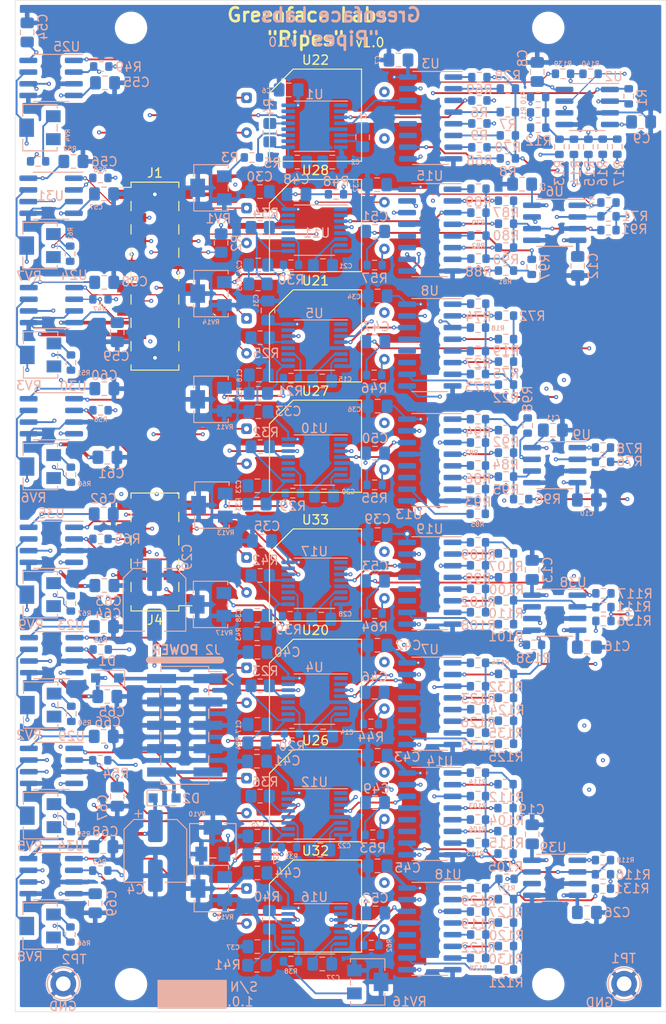
<source format=kicad_pcb>
(kicad_pcb (version 20211014) (generator pcbnew)
  (layers (0 "F.Cu" signal) (1 "In1.Cu" signal) (2 "In2.Cu" signal) (31 "B.Cu" signal) (34 "B.Paste" user) (35 "F.Paste" user) (36 "B.SilkS" user "B.Silkscreen") (37 "F.SilkS" user "F.Silkscreen") (38 "B.Mask" user) (39 "F.Mask" user) (44 "Edge.Cuts" user))
  (net 0 "")
  (net 1 "Net-(C1-Pad1)")
  (net 2 "+12V")
  (net 3 "-12V")
  (net 4 "Net-(C1-Pad2)")
  (net 5 "Net-(C14-Pad1)")
  (net 6 "Net-(C14-Pad2)")
  (net 7 "Net-(C15-Pad1)")
  (net 8 "Net-(C15-Pad2)")
  (net 9 "Net-(C17-Pad1)")
  (net 10 "Net-(C18-Pad1)")
  (net 11 "Net-(C20-Pad1)")
  (net 12 "Net-(C20-Pad2)")
  (net 13 "Net-(C21-Pad1)")
  (net 14 "Net-(C21-Pad2)")
  (net 15 "Net-(C22-Pad1)")
  (net 16 "Net-(C22-Pad2)")
  (net 17 "Net-(C23-Pad1)")
  (net 18 "Net-(C24-Pad1)")
  (net 19 "Net-(C25-Pad1)")
  (net 20 "Net-(C27-Pad1)")
  (net 21 "Net-(C27-Pad2)")
  (net 22 "Net-(C28-Pad1)")
  (net 23 "Net-(C28-Pad2)")
  (net 24 "Net-(C37-Pad1)")
  (net 25 "Net-(C38-Pad1)")
  (net 26 "OSC6")
  (net 27 "Net-(C46-Pad2)")
  (net 28 "OSC3")
  (net 29 "Net-(C47-Pad2)")
  (net 30 "Net-(C48-Pad2)")
  (net 31 "OSC1")
  (net 32 "Net-(C49-Pad2)")
  (net 33 "OSC7")
  (net 34 "Net-(C50-Pad2)")
  (net 35 "OSC4")
  (net 36 "Net-(C51-Pad2)")
  (net 37 "OSC2")
  (net 38 "Net-(C52-Pad2)")
  (net 39 "OSC8")
  (net 40 "Net-(C53-Pad2)")
  (net 41 "Net-(R4-Pad2)")
  (net 42 "Net-(R6-Pad1)")
  (net 43 "VCO1")
  (net 44 "VCO2")
  (net 45 "VCO3")
  (net 46 "VCO4")
  (net 47 "VCO5")
  (net 48 "VCO6")
  (net 49 "VCO7")
  (net 50 "VCO8")
  (net 51 "Net-(R20-Pad1)")
  (net 52 "Net-(R21-Pad1)")
  (net 53 "Net-(R23-Pad1)")
  (net 54 "Net-(R23-Pad2)")
  (net 55 "Net-(R25-Pad1)")
  (net 56 "Net-(R25-Pad2)")
  (net 57 "Net-(R29-Pad1)")
  (net 58 "Net-(R30-Pad1)")
  (net 59 "Net-(R31-Pad1)")
  (net 60 "Net-(R32-Pad1)")
  (net 61 "Net-(R32-Pad2)")
  (net 62 "Net-(R34-Pad1)")
  (net 63 "Net-(R34-Pad2)")
  (net 64 "Net-(R36-Pad1)")
  (net 65 "Net-(R36-Pad2)")
  (net 66 "Net-(R38-Pad1)")
  (net 67 "Net-(R39-Pad1)")
  (net 68 "Net-(R40-Pad1)")
  (net 69 "Net-(R40-Pad2)")
  (net 70 "Net-(R42-Pad1)")
  (net 71 "Net-(R42-Pad2)")
  (net 72 "Net-(R47-Pad1)")
  (net 73 "Net-(R49-Pad1)")
  (net 74 "Net-(R50-Pad1)")
  (net 75 "Net-(R50-Pad2)")
  (net 76 "Net-(R51-Pad1)")
  (net 77 "Net-(R51-Pad2)")
  (net 78 "Net-(R52-Pad1)")
  (net 79 "Net-(R52-Pad2)")
  (net 80 "Net-(R56-Pad1)")
  (net 81 "Net-(R58-Pad1)")
  (net 82 "Net-(R59-Pad1)")
  (net 83 "Net-(R59-Pad2)")
  (net 84 "Net-(R60-Pad1)")
  (net 85 "Net-(R60-Pad2)")
  (net 86 "Net-(R61-Pad1)")
  (net 87 "Net-(R61-Pad2)")
  (net 88 "Net-(R66-Pad1)")
  (net 89 "Net-(R66-Pad2)")
  (net 90 "Net-(R67-Pad1)")
  (net 91 "Net-(R67-Pad2)")
  (net 102 "OSC5")
  (net 111 "1f")
  (net 112 "2f")
  (net 113 "3f")
  (net 114 "4f")
  (net 115 "5f")
  (net 116 "6f")
  (net 119 "Net-(R53-Pad2)")
  (net 120 "7f")
  (net 121 "8f")
  (net 124 "VCO")
  (net 130 "VCA1")
  (net 136 "VCA2")
  (net 140 "VCA3")
  (net 141 "VCA4")
  (net 142 "VCA5")
  (net 143 "VCA6")
  (net 144 "VCA7")
  (net 145 "VCA8")
  (net 146 "Net-(R1-Pad1)")
  (net 149 "Net-(R1-Pad2)")
  (net 150 "Net-(R3-Pad1)")
  (net 151 "Net-(R3-Pad2)")
  (net 152 "Net-(R4-Pad1)")
  (net 153 "Net-(R28-Pad2)")
  (net 154 "Net-(R7-Pad1)")
  (net 155 "Net-(R8-Pad1)")
  (net 156 "Net-(R9-Pad1)")
  (net 159 "Net-(R18-Pad1)")
  (net 160 "Net-(R18-Pad2)")
  (net 161 "Net-(R19-Pad1)")
  (net 162 "Net-(R22-Pad1)")
  (net 163 "Net-(R27-Pad1)")
  (net 164 "Net-(R28-Pad1)")
  (net 165 "Net-(R68-Pad1)")
  (net 166 "Net-(R69-Pad1)")
  (net 171 "Net-(R70-Pad1)")
  (net 177 "+9V")
  (net 181 "Net-(R72-Pad1)")
  (net 182 "Net-(R73-Pad1)")
  (net 183 "Net-(R74-Pad1)")
  (net 184 "Net-(R75-Pad1)")
  (net 185 "Net-(R79-Pad2)")
  (net 186 "Net-(R83-Pad2)")
  (net 187 "Net-(R86-Pad1)")
  (net 188 "Net-(R87-Pad1)")
  (net 191 "Net-(R88-Pad1)")
  (net 192 "Net-(R89-Pad1)")
  (net 193 "Net-(R90-Pad1)")
  (net 194 "Net-(R92-Pad1)")
  (net 195 "Net-(R93-Pad1)")
  (net 196 "Net-(R94-Pad1)")
  (net 197 "Net-(R95-Pad1)")
  (net 198 "Net-(R99-Pad1)")
  (net 201 "Net-(U20-Pad1)")
  (net 202 "Net-(U21-Pad1)")
  (net 203 "Net-(U22-Pad1)")
  (net 204 "Net-(U26-Pad1)")
  (net 205 "Net-(U32-Pad1)")
  (net 206 "Net-(U33-Pad1)")
  (net 207 "Net-(R44-Pad2)")
  (net 208 "Net-(R46-Pad2)")
  (net 209 "Net-(R48-Pad2)")
  (net 210 "Net-(R100-Pad2)")
  (net 211 "Net-(R55-Pad2)")
  (net 212 "Net-(R57-Pad2)")
  (net 213 "Net-(R62-Pad2)")
  (net 214 "Net-(R64-Pad2)")
  (net 215 "Net-(C2-Pad1)")
  (net 216 "Net-(R20-Pad2)")
  (net 217 "Net-(R21-Pad2)")
  (net 218 "Net-(R29-Pad2)")
  (net 219 "Net-(R30-Pad2)")
  (net 220 "Net-(R31-Pad2)")
  (net 221 "Net-(R38-Pad2)")
  (net 222 "Net-(R39-Pad2)")
  (net 223 "+5V")
  (net 224 "Net-(R100-Pad1)")
  (net 225 "Net-(R101-Pad1)")
  (net 226 "Net-(R102-Pad1)")
  (net 227 "Net-(R103-Pad1)")
  (net 228 "Net-(R103-Pad2)")
  (net 229 "Net-(R104-Pad1)")
  (net 230 "Net-(R105-Pad1)")
  (net 231 "Net-(R106-Pad1)")
  (net 232 "Net-(R79-Pad1)")
  (net 233 "Net-(R80-Pad1)")
  (net 234 "Net-(R82-Pad1)")
  (net 235 "Net-(R81-Pad1)")
  (net 236 "Net-(R83-Pad1)")
  (net 237 "Net-(R84-Pad1)")
  (net 238 "Net-(R85-Pad1)")
  (net 239 "Net-(R107-Pad1)")
  (net 240 "Net-(R108-Pad1)")
  (net 241 "Net-(R109-Pad1)")
  (net 242 "Net-(R110-Pad1)")
  (net 243 "Net-(R112-Pad1)")
  (net 244 "Net-(R113-Pad1)")
  (net 245 "Net-(R114-Pad1)")
  (net 246 "Net-(R115-Pad1)")
  (net 247 "Net-(R119-Pad1)")
  (net 248 "Net-(R119-Pad2)")
  (net 249 "Net-(R120-Pad1)")
  (net 250 "Net-(R121-Pad1)")
  (net 251 "Net-(R122-Pad1)")
  (net 252 "Net-(R123-Pad1)")
  (net 253 "Net-(R123-Pad2)")
  (net 254 "Net-(R124-Pad1)")
  (net 255 "Net-(R125-Pad1)")
  (net 256 "Net-(R126-Pad1)")
  (net 257 "Net-(R127-Pad1)")
  (net 258 "Net-(R128-Pad1)")
  (net 259 "Net-(R129-Pad1)")
  (net 260 "Net-(R130-Pad1)")
  (net 261 "Net-(R132-Pad1)")
  (net 262 "Net-(R133-Pad1)")
  (net 263 "Net-(R134-Pad1)")
  (net 264 "Net-(R135-Pad1)")
  (net 267 "Net-(U1-Pad4)")
  (net 271 "Net-(U3-Pad15)")
  (net 274 "Net-(U5-Pad4)")
  (net 275 "Net-(U7-Pad15)")
  (net 276 "Net-(U10-Pad4)")
  (net 277 "Net-(U11-Pad4)")
  (net 278 "Net-(U12-Pad4)")
  (net 279 "Net-(U13-Pad15)")
  (net 280 "Net-(U14-Pad15)")
  (net 281 "Net-(U15-Pad15)")
  (net 282 "Net-(U17-Pad4)")
  (net 283 "Net-(U18-Pad15)")
  (net 284 "Net-(U19-Pad15)")
  (net 285 "Net-(U8-Pad15)")
  (net 288 "GND")
  (net 289 "Net-(U4-Pad4)")
  (net 290 "Net-(R45-Pad1)")
  (net 291 "Net-(R54-Pad1)")
  (net 292 "Net-(R63-Pad1)")
  (net 293 "Net-(R65-Pad1)")
  (net 294 "Net-(U16-Pad4)")
  (net 295 "Net-(U27-Pad1)")
  (net 296 "Net-(U28-Pad1)")
  (net 297 "Net-(D1-Pad1)")
  (net 298 "Net-(D2-Pad2)")
  (net 299 "Net-(R139-Pad1)")
  (net 300 "-9V")
  (footprint "OptoDevice:PerkinElmer_VTL5C" (layer "F.Cu") (at 65.17 124.6)
    (fp_text reference "U26")
    (fp_text value "GLV5549")
  )
  (footprint "MountingHole:MountingHole_2.5mm" (layer "F.Cu") (at 98 43)
    (fp_text reference "H2" hide)
    (fp_text value locked "MountingHole")
  )
  (footprint "OptoDevice:PerkinElmer_VTL5C" (layer "F.Cu") (at 65.17 86.6)
    (fp_text reference "U27")
    (fp_text value "GLV5549")
  )
  (footprint "OptoDevice:PerkinElmer_VTL5C" (layer "F.Cu") (at 65.17 74.6)
    (fp_text reference "U21")
    (fp_text value "GLV5549")
  )
  (footprint "OptoDevice:PerkinElmer_VTL5C" (layer "F.Cu") (at 65.17 50.6)
    (fp_text reference "U22")
    (fp_text value "GLV5549")
  )
  (footprint "OptoDevice:PerkinElmer_VTL5C" (layer "F.Cu") (at 65.17 112.6)
    (fp_text reference "U20")
    (fp_text value "GLV5549")
  )
  (footprint "OptoDevice:PerkinElmer_VTL5C" (layer "F.Cu") (at 65.17 62.6)
    (fp_text reference "U28")
    (fp_text value "GLV5549")
  )
  (footprint "MountingHole:MountingHole_2.5mm" (layer "F.Cu") (at 52.6 43)
    (fp_text reference "H1" hide)
    (fp_text value "MountingHole")
  )
  (footprint "OptoDevice:PerkinElmer_VTL5C" (layer "F.Cu") (at 65.17 100.6)
    (fp_text reference "U33")
    (fp_text value "GLV5549")
  )
  (footprint "MountingHole:MountingHole_2.5mm" (layer "F.Cu") (at 98 147)
    (fp_text reference "H3" hide)
    (fp_text value "MountingHole")
  )
  (footprint "OptoDevice:PerkinElmer_VTL5C" (layer "F.Cu") (at 65.17 136.6)
    (fp_text reference "U32")
    (fp_text value "GLV5549")
  )
  (footprint "MountingHole:MountingHole_2.5mm" (layer "F.Cu") (at 52.6 147)
    (fp_text reference "H4" hide)
    (fp_text value "MountingHole")
  )
  (footprint "Connector_PinHeader_2.54mm:PinHeader_2x05_P2.54mm_Vertical_SMD" (layer "F.Cu") (at 55.2 100 180)
    (fp_text reference "J4")
    (fp_text value "2x5 Header")
  )
  (footprint "Connector_PinHeader_2.54mm:PinHeader_2x08_P2.54mm_Vertical_SMD" (layer "F.Cu") (at 55.2 70)
    (fp_text reference "J1")
    (fp_text value "2x8 Header")
  )
  (footprint "Resistor_SMD:R_0603_1608Metric" (layer "B.Cu") (at 96.45 110.1 180)
    (fp_text reference "R138")
    (fp_text value "332K")
  )
  (footprint "Resistor_SMD:R_0603_1608Metric" (layer "B.Cu") (at 46 141.6 -90)
    (fp_text reference "R66")
    (fp_text value "24.9K")
  )
  (footprint "Package_SO:SOIC-16_3.9x9.9mm_P1.27mm" (layer "B.Cu") (at 85.2 52.8 180)
    (fp_text reference "U3")
    (fp_text value "CD4017")
  )
  (footprint "Resistor_SMD:R_0805_2012Metric_Pad1.20x1.40mm_HandSolder" (layer "B.Cu") (at 66.65 126.55 180)
    (fp_text reference "R36")
    (fp_text value "200K")
  )
  (footprint "Resistor_SMD:R_0603_1608Metric" (layer "B.Cu") (at 69.9 107 180)
    (fp_text reference "R39")
    (fp_text value "24.9K")
  )
  (footprint "Resistor_SMD:R_0603_1608Metric" (layer "B.Cu") (at 90.4 65.6)
    (fp_text reference "R82")
    (fp_text value "150K")
  )
  (footprint "Resistor_SMD:R_0603_1608Metric" (layer "B.Cu") (at 90.35 78.15)
    (fp_text reference "R27")
    (fp_text value "150K")
  )
  (footprint "Capacitor_SMD:C_0805_2012Metric_Pad1.18x1.45mm_HandSolder" (layer "B.Cu") (at 96.8 47.8 90)
    (fp_text reference "C8")
    (fp_text value "100nF")
  )
  (footprint "Capacitor_SMD:C_0805_2012Metric_Pad1.18x1.45mm_HandSolder" (layer "B.Cu") (at 73.3 107.3)
    (fp_text reference "C28")
    (fp_text value "1nF")
  )
  (footprint "Capacitor_SMD:C_0805_2012Metric_Pad1.18x1.45mm_HandSolder" (layer "B.Cu") (at 108.1 53.23 180)
    (fp_text reference "C9")
    (fp_text value "100nF")
  )
  (footprint "Resistor_SMD:R_0603_1608Metric" (layer "B.Cu") (at 49.25 134.65)
    (fp_text reference "R63")
    (fp_text value "33K")
  )
  (footprint "Resistor_SMD:R_0603_1608Metric" (layer "B.Cu") (at 100.79 55.94 -90)
    (fp_text reference "R14")
    (fp_text value "1K")
  )
  (footprint "Capacitor_SMD:C_0805_2012Metric_Pad1.18x1.45mm_HandSolder" (layer "B.Cu") (at 66.35 110.9 180)
    (fp_text reference "C40")
    (fp_text value "100nF")
  )
  (footprint "Resistor_SMD:R_0603_1608Metric" (layer "B.Cu") (at 93.35 132.8)
    (fp_text reference "R105")
    (fp_text value "200K")
  )
  (footprint "Resistor_SMD:R_0603_1608Metric" (layer "B.Cu") (at 90.4 63.1)
    (fp_text reference "R79")
    (fp_text value "200K")
  )
  (footprint "Resistor_SMD:R_0603_1608Metric" (layer "B.Cu") (at 70.01 68.77 180)
    (fp_text reference "R30")
    (fp_text value "24.9K")
  )
  (footprint "Resistor_SMD:R_0603_1608Metric" (layer "B.Cu") (at 49.27 72.52)
    (fp_text reference "R47")
    (fp_text value "33K")
  )
  (footprint "Resistor_SMD:R_0603_1608Metric" (layer "B.Cu") (at 93.45 135.55)
    (fp_text reference "R137")
    (fp_text value "332K")
  )
  (footprint "Resistor_SMD:R_0603_1608Metric" (layer "B.Cu") (at 95.75 86.25 -90)
    (fp_text reference "R98")
    (fp_text value "332K")
  )
  (footprint "Resistor_SMD:R_0603_1608Metric" (layer "B.Cu") (at 103.95 88.65 180)
    (fp_text reference "R78")
    (fp_text value "332K")
  )
  (footprint "Resistor_SMD:R_0603_1608Metric" (layer "B.Cu") (at 90.35 80.65)
    (fp_text reference "R73")
    (fp_text value "274K")
  )
  (footprint "sputterizer:Potentiometer_Bourns_3224W_Vertical" (layer "B.Cu") (at 61.25 105.7 90)
    (fp_text reference "RV17")
    (fp_text value "50K")
  )
  (footprint "Resistor_SMD:R_0603_1608Metric" (layer "B.Cu") (at 103.95 90.2 180)
    (fp_text reference "R76")
    (fp_text value "200K")
  )
  (footprint "sputterizer:Potentiometer_Bourns_3224W_Vertical" (layer "B.Cu") (at 61.4 94.9 90)
    (fp_text reference "RV13")
    (fp_text value "50K")
  )
  (footprint "Resistor_SMD:R_0805_2012Metric_Pad1.20x1.40mm_HandSolder" (layer "B.Cu") (at 66.65 88.55 180)
    (fp_text reference "R32")
    (fp_text value "200K")
  )
  (footprint "Capacitor_SMD:C_0805_2012Metric_Pad1.18x1.45mm_HandSolder" (layer "B.Cu") (at 49.66 61.06 180)
    (fp_text reference "C57")
    (fp_text value "100nF")
  )
  (footprint "sputterizer:Potentiometer_Bourns_3224W_Vertical" (layer "B.Cu") (at 42.7 66.68 90)
    (fp_text reference "RV7")
    (fp_text value "20K")
  )
  (footprint "Package_SO:SOIC-8_3.9x4.9mm_P1.27mm" (layer "B.Cu") (at 98.7 106.6 180)
    (fp_text reference "U38")
    (fp_text value "TL072CP")
  )
  (footprint "Capacitor_SMD:C_0805_2012Metric_Pad1.18x1.45mm_HandSolder" (layer "B.Cu") (at 49.65 108.12)
    (fp_text reference "C64")
    (fp_text value "100nF")
  )
  (footprint "Resistor_SMD:R_0603_1608Metric" (layer "B.Cu") (at 70 144.5 180)
    (fp_text reference "R38")
    (fp_text value "24.9K")
  )
  (footprint "Resistor_SMD:R_0603_1608Metric" (layer "B.Cu") (at 99.21 55.94 -90)
    (fp_text reference "R13")
    (fp_text value "1K")
  )
  (footprint "Capacitor_SMD:C_0805_2012Metric_Pad1.18x1.45mm_HandSolder" (layer "B.Cu") (at 79.1875 139.25)
    (fp_text reference "C52")
    (fp_text value "10uF")
  )
  (footprint "Capacitor_SMD:C_0805_2012Metric_Pad1.18x1.45mm_HandSolder" (layer "B.Cu") (at 79.43 84.14 180)
    (fp_text reference "C36")
    (fp_text value "100nF")
  )
  (footprint "Resistor_SMD:R_0603_1608Metric" (layer "B.Cu") (at 46.1 117.6 -90)
    (fp_text reference "R50")
    (fp_text value "24.9K")
  )
  (footprint "Capacitor_SMD:C_0805_2012Metric_Pad1.18x1.45mm_HandSolder" (layer "B.Cu") (at 101.2 68.9 90)
    (fp_text reference "C12")
    (fp_text value "100nF")
  )
  (footprint "Capacitor_SMD:C_0805_2012Metric_Pad1.18x1.45mm_HandSolder" (layer "B.Cu") (at 73.4 144.8)
    (fp_text reference "C27")
    (fp_text value "1nF")
  )
  (footprint "Capacitor_SMD:C_0805_2012Metric_Pad1.18x1.45mm_HandSolder" (layer "B.Cu") (at 102.2 94.35 180)
    (fp_text reference "C10")
    (fp_text value "100nF")
  )
  (footprint "Capacitor_SMD:C_0805_2012Metric_Pad1.18x1.45mm_HandSolder" (layer "B.Cu") (at 41.3 43.5 90)
    (fp_text reference "C54")
    (fp_text value "100nF")
  )
  (footprint "Capacitor_SMD:C_0805_2012Metric_Pad1.18x1.45mm_HandSolder" (layer "B.Cu") (at 77.8 54.9 -90)
    (fp_text reference "C1")
    (fp_text value "4.7nF")
  )
  (footprint "Package_SO:TSSOP-16_4.4x5mm_P0.65mm" (layer "B.Cu") (at 72.56 90 180)
    (fp_text reference "U10")
    (fp_text value "CD4046")
  )
  (footprint "Package_SO:SOIC-8_3.9x4.9mm_P1.27mm" (layer "B.Cu") (at 98.7 90.56 180)
    (fp_text reference "U9")
    (fp_text value "TL072CP")
  )
  (footprint "Resistor_SMD:R_0603_1608Metric" (layer "B.Cu") (at 93.6 52.165)
    (fp_text reference "R7")
    (fp_text value "300K")
  )
  (footprint "Resistor_SMD:R_0603_1608Metric" (layer "B.Cu") (at 90.35 106.55)
    (fp_text reference "R108")
    (fp_text value "274K")
  )
  (footprint "Resistor_SMD:R_0603_1608Metric" (layer "B.Cu") (at 49.28 98.58)
    (fp_text reference "R65")
    (fp_text value "33K")
  )
  (footprint "Resistor_SMD:R_0603_1608Metric" (layer "B.Cu") (at 90.35 124)
    (fp_text reference "R114")
    (fp_text value "158K")
  )
  (footprint "Capacitor_SMD:C_0805_2012Metric_Pad1.18x1.45mm_HandSolder" (layer "B.Cu") (at 66.3 122.75 180)
    (fp_text reference "C41")
    (fp_text value "100nF")
  )
  (footprint "Package_SO:SOIC-16_3.9x9.9mm_P1.27mm" (layer "B.Cu") (at 85.11 103.4 180)
    (fp_text reference "U19")
    (fp_text value "CD4017")
  )
  (footprint "Connector_PinHeader_2.54mm:PinHeader_2x05_P2.54mm_Vertical_SMD" (layer "B.Cu") (at 58.45 118.85 180)
    (fp_text reference "J2")
    (fp_text value "2x5 Header")
  )
  (footprint "sputterizer:Potentiometer_Bourns_3224W_Vertical" (layer "B.Cu") (at 61.5 131.4)
    (fp_text reference "RV10")
    (fp_text value "50K")
  )
  (footprint "Resistor_SMD:R_0603_1608Metric" (layer "B.Cu") (at 93.4 118.35)
    (fp_text reference "R135")
    (fp_text value "158K")
  )
  (footprint "Resistor_SMD:R_0603_1608Metric" (layer "B.Cu") (at 70.2 93.6 180)
    (fp_text reference "R29")
    (fp_text value "24.9K")
  )
  (footprint "Package_SO:TSSOP-16_4.4x5mm_P0.65mm" (layer "B.Cu") (at 72.56 103.4 180)
    (fp_text reference "U17")
    (fp_text value "CD4046")
  )
  (footprint "Capacitor_SMD:C_0805_2012Metric_Pad1.18x1.45mm_HandSolder" (layer "B.Cu") (at 66.35 92.8 180)
    (fp_text reference "C23")
    (fp_text value "1uF")
  )
  (footprint "Resistor_SMD:R_0603_1608Metric" (layer "B.Cu") (at 93.6 54.7)
    (fp_text reference "R70")
    (fp_text value "158K")
  )
  (footprint "Resistor_SMD:R_0603_1608Metric" (layer "B.Cu") (at 70.1 119.7 180)
    (fp_text reference "R20")
    (fp_text value "24.9K")
  )
  (footprint "TestPoint:TestPoint_Keystone_5005-5009_Compact" (layer "B.Cu") (at 106.25 146.95 180)
    (fp_text reference "TP1")
    (fp_text value "TestPoint")
  )
  (footprint "Resistor_SMD:R_0805_2012Metric_Pad1.20x1.40mm_HandSolder" (layer "B.Cu") (at 66.3 108.9 180)
    (fp_text reference "R43")
    (fp_text value "10K")
  )
  (footprint "Capacitor_SMD:C_0805_2012Metric_Pad1.18x1.45mm_HandSolder" (layer "B.Cu") (at 79.41 110.14 180)
    (fp_text reference "C42")
    (fp_text value "100nF")
  )
  (footprint "Capacitor_SMD:C_0805_2012Metric_Pad1.18x1.45mm_HandSolder" (layer "B.Cu") (at 46.33 57.53)
    (fp_text reference "C56")
    (fp_text value "100nF")
  )
  (footprint "Resistor_SMD:R_0603_1608Metric" (layer "B.Cu") (at 104.55 63.5 180)
    (fp_text reference "R71")
    (fp_text value "200K")
  )
  (footprint "sputterizer:Potentiometer_Bourns_3224W_Vertical" (layer "B.Cu") (at 42.72 104.64 90)
    (fp_text reference "RV9")
    (fp_text value "20K")
  )
  (footprint "Package_SO:TSSOP-16_4.4x5mm_P0.65mm" (layer "B.Cu") (at 72.56 128.48 180)
    (fp_text reference "U12")
    (fp_text value "CD4046")
  )
  (footprint "Capacitor_SMD:C_0805_2012Metric_Pad1.18x1.45mm_HandSolder" (layer "B.Cu") (at 50.0325 89.7 180)
    (fp_text reference "C61")
    (fp_text value "100nF")
  )
  (footprint "Resistor_SMD:R_0603_1608Metric" (layer "B.Cu") (at 93.4 61.8)
    (fp_text reference "R87")
    (fp_text value "274K")
  )
  (footprint "Capacitor_SMD:C_0805_2012Metric_Pad1.18x1.45mm_HandSolder" (layer "B.Cu") (at 102.2 139.2 180)
    (fp_text reference "C26")
    (fp_text value "100nF")
  )
  (footprint "Resistor_SMD:R_0603_1608Metric" (layer "B.Cu") (at 90.35 90.6)
    (fp_text reference "R86")
    (fp_text value "150K")
  )
  (footprint "Capacitor_SMD:C_0805_2012Metric_Pad1.18x1.45mm_HandSolder" (layer "B.Cu") (at 73.4 81.4)
    (fp_text reference "C15")
    (fp_text value "4.7nF")
  )
  (footprint "Resistor_SMD:R_0603_1608Metric" (layer "B.Cu") (at 79.05 80.75)
    (fp_text reference "R46")
    (fp_text value "10K")
  )
  (footprint "Resistor_SMD:R_0805_2012Metric_Pad1.20x1.40mm_HandSolder" (layer "B.Cu") (at 66.3 144.95 180)
    (fp_text reference "R41")
    (fp_text value "10K")
  )
  (footprint "Resistor_SMD:R_0603_1608Metric" (layer "B.Cu") (at 93.4 79.3)
    (fp_text reference "R75")
    (fp_text value "158K")
  )
  (footprint "Capacitor_SMD:C_0805_2012Metric_Pad1.18x1.45mm_HandSolder" (layer "B.Cu") (at 73.6 93.9)
    (fp_text reference "C20")
    (fp_text value "2.2nF")
  )
  (footprint "Resistor_SMD:R_0603_1608Metric" (layer "B.Cu") (at 90.375 73)
    (fp_text reference "R74")
    (fp_text value "158K")
  )
  (footprint "Resistor_SMD:R_0603_1608Metric" (layer "B.Cu") (at 93.4 76.85)
    (fp_text reference "R19")
    (fp_text value "300K")
  )
  (footprint "Diode_SMD:D_SOD-323_HandSoldering" (layer "B.Cu") (at 50 113.7 180)
    (fp_text reference "D1")
    (fp_text value "1N5819")
  )
  (footprint "Package_SO:TSSOP-16_4.4x5mm_P0.65mm" (layer "B.Cu") (at 72.56 116 180)
    (fp_text reference "U4")
    (fp_text value "CD4046")
  )
  (footprint "Capacitor_SMD:C_0805_2012Metric_Pad1.18x1.45mm_HandSolder" (layer "B.Cu") (at 51.1 76.1 90)
    (fp_text reference "C59")
    (fp_text value "100nF")
  )
  (footprint "Resistor_SMD:R_0603_1608Metric" (layer "B.Cu") (at 70 81.1 180)
    (fp_text reference "R21")
    (fp_text value "24.9K")
  )
  (footprint "Resistor_SMD:R_0603_1608Metric" (layer "B.Cu") (at 90.35 104)
    (fp_text reference "R102")
    (fp_text value "150K")
  )
  (footprint "Capacitor_SMD:C_0805_2012Metric_Pad1.18x1.45mm_HandSolder" (layer "B.Cu") (at 67.5 73.7375 90)
    (fp_text reference "C31")
    (fp_text value "100nF")
  )
  (footprint "Capacitor_SMD:C_0805_2012Metric_Pad1.18x1.45mm_HandSolder" (layer "B.Cu") (at 49.77 48.98 180)
    (fp_text reference "C55")
    (fp_text value "100nF")
  )
  (footprint "Capacitor_SMD:C_0805_2012Metric_Pad1.18x1.45mm_HandSolder" (layer "B.Cu") (at 70.6 61.1)
    (fp_text reference "C48")
    (fp_text value "10uF")
  )
  (footprint "Resistor_SMD:R_0603_1608Metric" (layer "B.Cu") (at 78.9 130.75)
    (fp_text reference "R53")
    (fp_text value "10K")
  )
  (footprint "Resistor_SMD:R_0603_1608Metric" (layer "B.Cu") (at 93.325 130.35)
    (fp_text reference "R115")
    (fp_text value "158K")
  )
  (footprint "Resistor_SMD:R_0603_1608Metric" (layer "B.Cu") (at 106.75 50.45 -90)
    (fp_text reference "R1")
    (fp_text value "1K")
  )
  (footprint "Resistor_SMD:R_0603_1608Metric" (layer "B.Cu") (at 90.375 141.6)
    (fp_text reference "R122")
    (fp_text value "150K")
  )
  (footprint "Resistor_SMD:R_0603_1608Metric" (layer "B.Cu") (at 93.4 137.75)
    (fp_text reference "R127")
    (fp_text value "274K")
  )
  (footprint "Resistor_SMD:R_0603_1608Metric" (layer "B.Cu") (at 46.05 129.6 -90)
    (fp_text reference "R59")
    (fp_text value "24.9K")
  )
  (footprint "sputterizer:Potentiometer_Bourns_3224W_Vertical" (layer "B.Cu") (at 61.3 83.4 90)
    (fp_text reference "RV11")
    (fp_text value "50K")
  )
  (footprint "Package_SO:SOIC-8_3.9x4.9mm_P1.27mm" (layer "B.Cu") (at 43.9 61.26 180)
    (fp_text reference "U31")
    (fp_text value "TL072CP")
  )
  (footprint "Capacitor_SMD:CP_Elec_6.3x5.4_Nichicon" (layer "B.Cu") (at 55.15 105.2 -90)
    (fp_text reference "C29")
    (fp_text value "100uF")
  )
  (footprint "Resistor_SMD:R_0603_1608Metric" (layer "B.Cu") (at 49.3 110.6)
    (fp_text reference "R45")
    (fp_text value "33K")
  )
  (footprint "Capacitor_SMD:C_0805_2012Metric_Pad1.18x1.45mm_HandSolder" (layer "B.Cu") (at 96.25 130.7 90)
    (fp_text reference "C19")
    (fp_text value "100nF")
  )
  (footprint "Resistor_SMD:R_0603_1608Metric" (layer "B.Cu") (at 90.325 95.85)
    (fp_text reference "R85")
    (fp_text value "200K")
  )
  (footprint "Resistor_SMD:R_0603_1608Metric" (layer "B.Cu") (at 99.6 48 180)
    (fp_text reference "R139")
    (fp_text value "1K")
  )
  (footprint "Resistor_SMD:R_0805_2012Metric_Pad1.20x1.40mm_HandSolder" (layer "B.Cu") (at 62.4 66.4 90)
    (fp_text reference "R2")
    (fp_text value "470")
  )
  (footprint "Resistor_SMD:R_0603_1608Metric" (layer "B.Cu") (at 93.4 102.75)
    (fp_text reference "R100")
    (fp_text value "300K")
  )
  (footprint "sputterizer:Potentiometer_Bourns_3224W_Vertical" (layer "B.Cu") (at 42.71 140.67 90)
    (fp_text reference "RV8")
    (fp_text value "20K")
  )
  (footprint "Resistor_SMD:R_0603_1608Metric" (layer "B.Cu") (at 96.9 53.86 180)
    (fp_text reference "R12")
    (fp_text value "1K")
  )
  (footprint "sputterizer:Potentiometer_Bourns_3224W_Vertical" (layer "B.Cu") (at 61.3 71.9 90)
    (fp_text reference "RV14")
    (fp_text value "50K")
  )
  (footprint "Resistor_SMD:R_0603_1608Metric" (layer "B.Cu") (at 93.4 107.85)
    (fp_text reference "R101")
    (fp_text value "200K")
  )
  (footprint "Resistor_SMD:R_0603_1608Metric" (layer "B.Cu") (at 90.35 136.55)
    (fp_text reference "R129")
    (fp_text value "158K")
  )
  (footprint "Resistor_SMD:R_0805_2012Metric_Pad1.20x1.40mm_HandSolder" (layer "B.Cu") (at 66.45 82.75 180)
    (fp_text reference "R26")
    (fp_text value "10K")
  )
  (footprint "Capacitor_SMD:C_0805_2012Metric_Pad1.18x1.45mm_HandSolder" (layer "B.Cu") (at 73.5 120)
    (fp_text reference "C14")
    (fp_text value "1nF")
  )
  (footprint "sputterizer:Potentiometer_Bourns_3224W_Vertical" (layer "B.Cu") (at 61.3 60.4 90)
    (fp_text reference "RV1")
    (fp_text value "50K")
  )
  (footprint "TestPoint:TestPoint_Keystone_5005-5009_Compact" (layer "B.Cu") (at 45.23 146.95 180)
    (fp_text reference "TP2")
    (fp_text value "TestPoint")
  )
  (footprint "Package_SO:SOIC-16_3.9x9.9mm_P1.27mm" (layer "B.Cu") (at 85.11 90 180)
    (fp_text reference "U13")
    (fp_text value "CD4017")
  )
  (footprint "Resistor_SMD:R_0603_1608Metric" (layer "B.Cu") (at 49.36 47.21)
    (fp_text reference "R49")
    (fp_text value "33K")
  )
  (footprint "Package_SO:SOIC-8_3.9x4.9mm_P1.27mm" (layer "B.Cu") (at 43.93 85.24 180)
    (fp_text reference "U30")
    (fp_text value "TL072CP")
  )
  (footprint "Resistor_SMD:R_0603_1608Metric" (layer "B.Cu") (at 65.75 57.1 180)
    (fp_text reference "R3")
    (fp_text value "24.9K")
  )
  (footprint "Resistor_SMD:R_0603_1608Metric" (layer "B.Cu") (at 93.4 120.85)
    (fp_text reference "R125")
    (fp_text value "200K")
  )
  (footprint "sputterizer:Potentiometer_Bourns_3224W_Vertical" (layer "B.Cu") (at 42.73 90.71 90)
    (fp_text reference "RV6")
    (fp_text value "20K")
  )
  (footprint "Capacitor_SMD:C_0805_2012Metric_Pad1.18x1.45mm_HandSolder" (layer "B.Cu") (at 66.35 134.9 180)
    (fp_text reference "C44")
    (fp_text value "100nF")
  )
  (footprint "Capacitor_SMD:C_0805_2012Metric_Pad1.18x1.45mm_HandSolder" (layer "B.Cu") (at 49.63 95.87)
    (fp_text reference "C62")
    (fp_text value "100nF")
  )
  (footprint "Resistor_SMD:R_0603_1608Metric" (layer "B.Cu") (at 78.75 142.75)
    (fp_text reference "R62")
    (fp_text value "10K")
  )
  (footprint "Resistor_SMD:R_0805_2012Metric_Pad1.20x1.40mm_HandSolder" (layer "B.Cu") (at 67.65 140 -90)
    (fp_text reference "R40")
    (fp_text value "200K")
  )
  (footprint "Resistor_SMD:R_0805_2012Metric_Pad1.20x1.40mm_HandSolder" (layer "B.Cu") (at 66.65 64.7 180)
    (fp_text reference "R34")
    (fp_text value "200K")
  )
  (footprint "Resistor_SMD:R_0603_1608Metric" (layer "B.Cu") (at 78.7 118.7)
    (fp_text reference "R44")
    (fp_text value "10K")
  )
  (footprint "Resistor_SMD:R_0603_1608Metric" (layer "B.Cu") (at 93.6 57.2)
    (fp_text reference "R8")
    (fp_text value "200K")
  )
  (footprint "Resistor_SMD:R_0603_1608Metric" (layer "B.Cu") (at 102.6 48 180)
    (fp_text reference "R140")
    (fp_text value "1K")
  )
  (footprint "Package_SO:SOIC-16_3.9x9.9mm_P1.27mm" (layer "B.Cu") (at 85.11 140.98 180)
    (fp_text reference "U18")
    (fp_text value "CD4017")
  )
  (footprint "Resistor_SMD:R_0603_1608Metric" (layer "B.Cu") (at 90.35 144.15)
    (fp_text reference "R128")
    (fp_text value "274K")
  )
  (footprint "Capacitor_SMD:C_0805_2012Metric_Pad1.18x1.45mm_HandSolder" (layer "B.Cu") (at 49.68 70.68)
    (fp_text reference "C58")
    (fp_text value "100nF")
  )
  (footprint "Capacitor_SMD:C_0805_2012Metric_Pad1.18x1.45mm_HandSolder" (layer "B.Cu") (at 81.7 46.5 180)
    (fp_text reference "C7")
    (fp_text value "100nF")
  )
  (footprint "Capacitor_SMD:C_0805_2012Metric_Pad1.18x1.45mm_HandSolder" (layer "B.Cu") (at 50.02 115.71 180)
    (fp_text reference "C65")
    (fp_text value "100nF")
  )
  (footprint "Capacitor_SMD:C_0805_2012Metric_Pad1.18x1.45mm_HandSolder" (layer "B.Cu") (at 49.7 82.24)
    (fp_text reference "C60")
    (fp_text value "100nF")
  )
  (footprint "Resistor_SMD:R_0603_1608Metric" (layer "B.Cu") (at 93.4 140.3)
    (fp_text reference "R120")
    (fp_text value "300K")
  )
  (footprint "Resistor_SMD:R_0603_1608Metric" (layer "B.Cu") (at 93.4 66.9)
    (fp_text reference "R90")
    (fp_text value "158K")
  )
  (footprint "Package_SO:SOIC-8_3.9x4.9mm_P1.27mm" (layer "B.Cu") (at 98.7 135.425 180)
    (fp_text reference "U39")
    (fp_text value "TL072CP")
  )
  (footprint "Resistor_SMD:R_0603_1608Metric" (layer "B.Cu") (at 90.375 117.1)
    (fp_text reference "R126")
    (fp_text value "150K")
  )
  (footprint "Capacitor_SMD:C_0805_2012Metric_Pad1.18x1.45mm_HandSolder" (layer "B.Cu") (at 98.5 86.75)
    (fp_text reference "C11")
    (fp_text value "100nF")
  )
  (footprint "Resistor_SMD:R_0603_1608Metric" (layer "B.Cu") (at 93.4 100.15)
    (fp_text reference "R107")
    (fp_text value "274K")
  )
  (footprint "Capacitor_SMD:C_0805_2012Metric_Pad1.18x1.45mm_HandSolder" (layer "B.Cu") (at 69.75 49.75 180)
    (fp_text reference "C6")
    (fp_text value "100nF")
  )
  (footprint "Resistor_SMD:R_0603_1608Metric" (layer "B.Cu") (at 104.55 62 180)
    (fp_text reference "R77")
    (fp_text value "332K")
  )
  (footprint "Resistor_SMD:R_0603_1608Metric" (layer "B.Cu") (at 90.35 75.6)
    (fp_text reference "R18")
    (fp_text value "200K")
  )
  (footprint "sputterizer:Potentiometer_Bourns_3224W_Vertical" (layer "B.Cu") (at 42.69 53.86 90)
    (fp_text reference "RV4")
    (fp_text value "20K")
  )
  (footprint "Resistor_SMD:R_0603_1608Metric" (layer "B.Cu") (at 93.35 125.25)
    (fp_text reference "R112")
    (fp_text value "274K")
  )
  (footprint "Capacitor_SMD:C_0805_2012Metric_Pad1.18x1.45mm_HandSolder" (layer "B.Cu") (at 66.35 130.9 180)
    (fp_text reference "C25")
    (fp_text value "1uF")
  )
  (footprint "Capacitor_SMD:C_0805_2012Metric_Pad1.18x1.45mm_HandSolder" (layer "B.Cu") (at 49.7 103.65 180)
    (fp_text reference "C63")
    (fp_text value "100nF")
  )
  (footprint "Resistor_SMD:R_0603_1608Metric" (layer "B.Cu") (at 79.1 92.7)
    (fp_text reference "R55")
    (fp_text value "10K")
  )
  (footprint "Package_SO:SOIC-16_3.9x9.9mm_P1.27mm" (layer "B.Cu") (at 85.11 128.48 180)
    (fp_text reference "U14")
    (fp_text value "CD4017")
  )
  (footprint "sputterizer:Potentiometer_Bourns_3224W_Vertical" (layer "B.Cu") (at 42.76 128.67 90)
    (fp_text reference "RV5")
    (fp_text value "20K")
  )
  (footprint "Resistor_SMD:R_0603_1608Metric" (layer "B.Cu") (at 104 107.5 180)
    (fp_text reference "R136")
    (fp_text value "200K")
  )
  (footprint "Capacitor_SMD:C_0805_2012Metric_Pad1.18x1.45mm_HandSolder" (layer "B.Cu") (at 79.15 89.25)
    (fp_text reference "C50")
    (fp_text value "10uF")
  )
  (footprint "Capacitor_SMD:C_0805_2012Metric_Pad1.18x1.45mm_HandSolder" (layer "B.Cu") (at 66.5 80.75)
    (fp_text reference "C18")
    (fp_text value "1uF")
  )
  (footprint "Capacitor_SMD:C_0805_2012Metric_Pad1.18x1.45mm_HandSolder" (layer "B.Cu") (at 96.25 101.95 90)
    (fp_text reference "C13")
    (fp_text value "100nF")
  )
  (footprint "Capacitor_SMD:C_0805_2012Metric_Pad1.18x1.45mm_HandSolder" (layer "B.Cu") (at 79.15 127.25)
    (fp_text reference "C49")
    (fp_text value "10uF")
  )
  (footprint "Resistor_SMD:R_0603_1608Metric" (layer "B.Cu") (at 74.9 61.1)
    (fp_text reference "R48")
    (fp_text value "10K")
  )
  (footprint "Capacitor_SMD:C_0805_2012Metric_Pad1.18x1.45mm_HandSolder" (layer "B.Cu") (at 66.35 106.9 180)
    (fp_text reference "C38")
    (fp_text value "1uF")
  )
  (footprint "Package_SO:TSSOP-16_4.4x5mm_P0.65mm" (layer "B.Cu") (at 72.56 53.7 180)
    (fp_text reference "U1")
    (fp_text value "CD4046")
  )
  (footprint "Capacitor_SMD:C_0805_2012Metric_Pad1.18x1.45mm_HandSolder" (layer "B.Cu") (at 66.45 84.75 180)
    (fp_text reference "C33")
    (fp_text value "100nF")
  )
  (footprint "Capacitor_SMD:C_0805_2012Metric_Pad1.18x1.45mm_HandSolder" (layer "B.Cu") (at 49.63 120.05)
    (fp_text reference "C66")
    (fp_text value "100nF")
  )
  (footprint "Resistor_SMD:R_0603_1608Metric" (layer "B.Cu") (at 49.25 122.65)
    (fp_text reference "R54")
    (fp_text value "33K")
  )
  (footprint "Package_SO:TSSOP-16_4.4x5mm_P0.65mm" (layer "B.Cu") (at 72.56 77.5 180)
    (fp_text reference "U5")
    (fp_text value "CD4046")
  )
  (footprint "Capacitor_SMD:C_0805_2012Metric_Pad1.18x1.45mm_HandSolder" (layer "B.Cu") (at 79.42 134.13 180)
    (fp_text reference "C45")
    (fp_text value "100nF")
  )
  (footprint "Capacitor_SMD:C_0805_2012Metric_Pad1.18x1.45mm_HandSolder" (layer "B.Cu") (at 73.48 68.86)
    (fp_text reference "C21")
    (fp_text value "4.7nF")
  )
  (footprint "Resistor_SMD:R_0603_1608Metric" (layer "B.Cu") (at 79.1 68.8)
    (fp_text reference "R57")
    (fp_text value "10K")
  )
  (footprint "Capacitor_SMD:C_0805_2012Metric_Pad1.18x1.45mm_HandSolder" (layer "B.Cu") (at 79.16 65.14)
    (fp_text reference "C51")
    (fp_text value "10uF")
  )
  (footprint "Capacitor_SMD:C_0805_2012Metric_Pad1.18x1.45mm_HandSolder" (layer "B.Cu") (at 79.43 72.16 180)
    (fp_text reference "C34")
    (fp_text value "100nF")
  )
  (footprint "Capacitor_SMD:C_0805_2012Metric_Pad1.18x1.45mm_HandSolder" (layer "B.Cu") (at 73.2 132.4)
    (fp_text reference "C22")
    (fp_text value "1nF")
  )
  (footprint "sputterizer:Potentiometer_Bourns_3224W_Vertical" (layer "B.Cu") (at 61.3375 136.6 90)
    (fp_text reference "RV15")
    (fp_text value "50K")
  )
  (footprint "Resistor_SMD:R_0805_2012Metric_Pad1.20x1.40mm_HandSolder" (layer "B.Cu") (at 66.41 70.85 180)
    (fp_text reference "R35")
    (fp_text value "10K")
  )
  (footprint "Capacitor_SMD:C_0805_2012Metric_Pad1.18x1.45mm_HandSolder" (layer "B.Cu") (at 66.43 68.79)
    (fp_text reference "C24")
    (fp_text value "1uF")
  )
  (footprint "Resistor_SMD:R_0805_2012Metric_Pad1.20x1.40mm_HandSolder" (layer "B.Cu") (at 66.65 102.55 180)
    (fp_text reference "R42")
    (fp_text value "200K")
  )
  (footprint "Resistor_SMD:R_0603_1608Metric" (layer "B.Cu") (at 96.2 69 90)
    (fp_text reference "R97")
    (fp_text value "332K")
  )
  (footprint "Resistor_SMD:R_0603_1608Metric" (layer "B.Cu") (at 90.5 56)
    (fp_text reference "R68")
    (fp_text value "274K")
  )
  (footprint "Resistor_SMD:R_0603_1608Metric" (layer "B.Cu") (at 93.4 89.2)
    (fp_text reference "R84")
    (fp_text value "300K")
  )
  (footprint "Resistor_SMD:R_0603_1608Metric" (layer "B.Cu") (at 90.5 48.37)
    (fp_text reference "R69")
    (fp_text value "158K")
  )
  (footprint "Resistor_SMD:R_0603_1608Metric" (layer "B.Cu") (at 96.89 52.21 180)
    (fp_text reference "R11")
    (fp_text value "1K")
  )
  (footprint "Resistor_SMD:R_0603_1608Metric" (layer "B.Cu") (at 93.4 74.3)
    (fp_text reference "R72")
    (fp_text value "274K")
  )
  (footprint "Package_SO:SOIC-8_3.9x4.9mm_P1.27mm" (layer "B.Cu") (at 98.7 64.2 180)
    (fp_text reference "U6")
    (fp_text value "TL072CP")
  )
  (footprint "Resistor_SMD:R_0805_2012Metric_Pad1.20x1.40mm_HandSolder" (layer "B.Cu") (at 66.3 94.8 180)
    (fp_text reference "R33")
    (fp_text value "10K")
  )
  (footprint "Resistor_SMD:R_0805_2012Metric_Pad1.20x1.40mm_HandSolder" (layer "B.Cu") (at 67.7 54.4 -90)
    (fp_text reference "R4")
    (fp_text value "200K")
  )
  (footprint "Capacitor_SMD:C_0805_2012Metric_Pad1.18x1.45mm_HandSolder" (layer "B.Cu") (at 66.62 60.81 180)
    (fp_text reference "C30")
    (fp_text value "100nF")
  )
  (footprint "Resistor_SMD:R_0603_1608Metric" (layer "B.Cu") (at 46.06 79.4 -90)
    (fp_text reference "R51")
    (fp_text value "24.9K")
  )
  (footprint "Capacitor_SMD:CP_Elec_6.3x5.4_Nichicon" (layer "B.Cu") (at 55.25 132.5 -90)
    (fp_text reference "C4")
    (fp_text value "100uF")
  )
  (footprint "Resistor_SMD:R_0603_1608Metric" (layer "B.Cu") (at 103.95 133.5 180)
    (fp_text reference "R118")
    (fp_text value "332K")
  )
  (footprint "Resistor_SMD:R_0603_1608Metric" (layer "B.Cu") (at 90.35 112.05)
    (fp_text reference "R134")
    (fp_text value "158K")
  )
  (footprint "Resistor_SMD:R_0603_1608Metric" (layer "B.Cu") (at 93.4 69.4)
    (fp_text reference "R81")
    (fp_text value "200K")
  )
  (footprint "Package_SO:SOIC-8_3.9x4.9mm_P1.27mm" (layer "B.Cu") (at 43.9 48.45 180)
    (fp_text reference "U25")
    (fp_text value "TL072CP")
  )
  (footprint "Resistor_SMD:R_0603_1608Metric" (layer "B.Cu") (at 93.4 145.4)
    (fp_text reference "R121")
    (fp_text value "200K")
  )
  (footprint "Resistor_SMD:R_0603_1608Metric" (layer "B.Cu") (at 93.4 86.75)
    (fp_text reference "R92")
    (fp_text value "274K")
  )
  (footprint "Resistor_SMD:R_0603_1608Metric" (layer "B.Cu") (at 90.35 114.6)
    (fp_text reference "R123")
    (fp_text value "200K")
  )
  (footprint "Resistor_SMD:R_0603_1608Metric" (layer "B.Cu") (at 90.35 93.15)
    (fp_text reference "R93")
    (fp_text value "274K")
  )
  (footprint "Resistor_SMD:R_0603_1608Metric" (layer "B.Cu") (at 90.35 126.55)
    (fp_text reference "R103")
    (fp_text value "200K")
  )
  (footprint "Resistor_SMD:R_0603_1608Metric" (layer "B.Cu") (at 90.5 53.4)
    (fp_text reference "R9")
    (fp_text value "150K")
  )
  (footprint "Package_SO:SOIC-8_3.9x4.9mm_P1.27mm" (layer "B.Cu") (at 43.95 123.26 180)
    (fp_text reference "U29")
    (fp_text value "TL072CP")
  )
  (footprint "Package_SO:TSSOP-16_4.4x5mm_P0.65mm" (layer "B.Cu") (at 72.56 65 180)
    (fp_text reference "U11")
    (fp_text value "CD4046")
  )
  (footprint "Resistor_SMD:R_0603_1608Metric" (layer "B.Cu") (at 46.05 105.6 -90)
    (fp_text reference "R67")
    (fp_text value "24.9K")
  )
  (footprint "Resistor_SMD:R_0805_2012Metric_Pad1.20x1.40mm_HandSolder" (layer "B.Cu") (at 66.65 114.55 180)
    (fp_text reference "R23")
    (fp_text value "200K")
  )
  (footprint "Resistor_SMD:R_0603_1608Metric" (layer "B.Cu") (at 90.35 129.1)
    (fp_text reference "R106")
    (fp_text value "150K")
  )
  (footprint "Capacitor_SMD:C_0805_2012Metric_Pad1.18x1.45mm_HandSolder" (layer "B.Cu") (at 74.5 57.6)
    (fp_text reference "C2")
    (fp_text value "1uF")
  )
  (footprint "Capacitor_SMD:C_0805_2012Metric_Pad1.18x1.45mm_HandSolder" (layer "B.Cu") (at 66.35 118.75 180)
    (fp_text reference "C17")
    (fp_text value "1uF")
  )
  (footprint "Package_SO:TSSOP-16_4.4x5mm_P0.65mm" (layer "B.Cu") (at 72.56 140.98 180)
    (fp_text reference "U16")
    (fp_text value "CD4046")
  )
  (footprint "sputterizer:Potentiometer_Bourns_3224W_Vertical" (layer "B.Cu") (at 42.77 116.65 90)
    (fp_text reference "RV2")
    (fp_text value "20K")
  )
  (footprint "Capacitor_SMD:C_0805_2012Metric_Pad1.18x1.45mm_HandSolder" (layer "B.Cu") (at 51.1 126.6 90)
    (fp_text reference "C67")
    (fp_text value "100nF")
  )
  (footprint "Capacitor_SMD:C_0805_2012Metric_Pad1.18x1.45mm_HandSolder" (layer "B.Cu") (at 79.43 98.11 180)
    (fp_text reference "C39")
    (fp_text value "100nF")
  )
  (footprint "Resistor_SMD:R_0603_1608Metric" (layer "B.Cu") (at 93.6 49.6)
    (fp_text reference "R28")
    (fp_text value "274K")
  )
  (footprint "Resistor_SMD:R_0805_2012Metric_Pad1.20x1.40mm_HandSolder" (layer "B.Cu") (at 66.3 132.9 180)
    (fp_text reference "R37")
    (fp_text value "10K")
  )
  (footprint "Package_SO:SOIC-16_3.9x9.9mm_P1.27mm" (layer "B.Cu") (at 85.11 77.5 180)
    (fp_text reference "U8")
    (fp_text value "CD4017")
  )
  (footprint "Capacitor_SMD:C_0805_2012Metric_Pad1.18x1.45mm_HandSolder" (layer "B.Cu") (at 79.18 77.12)
    (fp_text reference "C47")
    (fp_text value "10uF")
  )
  (footprint "Capacitor_SMD:C_0805_2012Metric_Pad1.18x1.45mm_HandSolder" (layer "B.Cu") (at 95.15 60 180)
    (fp_text reference "C5")
    (fp_text value "100nF")
  )
  (footprint "Resistor_SMD:R_0805_2012Metric_Pad1.20x1.40mm_HandSolder" (layer "B.Cu") (at 66.65 76.7 180)
    (fp_text reference "R25")
    (fp_text value "200K")
  )
  (footprint "Resistor_SMD:R_0603_1608Metric" (layer "B.Cu") (at 42.49 57.52 180)
    (fp_text reference "R52")
    (fp_text value "24.9K")
  )
  (footprint "Resistor_SMD:R_0603_1608Metric" (layer "B.Cu") (at 93.4 64.3)
    (fp_text reference "R80")
    (fp_text value "300K")
  )
  (footprint "Resistor_SMD:R_0603_1608Metric" (layer "B.Cu") (at 103.92 55.93 -90)
    (fp_text reference "R16")
    (fp_text value "1K")
  )
  (footprint "Resistor_SMD:R_0603_1608Metric" (layer "B.Cu") (at 49.26 59.32)
    (fp_text reference "R58")
    (fp_text value "33K")
  )
  (footprint "Resistor_SMD:R_0603_1608Metric" (layer "B.Cu") (at 96.89 50.52 180)
    (fp_text reference "R10")
    (fp_text value "1K")
  )
  (footprint "Resistor_SMD:R_0603_1608Metric" (layer "B.Cu") (at 90.35 101.45)
    (fp_text reference "R99")
    (fp_text value "200K")
  )
  (footprint "Resistor_SMD:R_0603_1608Metric" (layer "B.Cu") (at 93.4 142.85)
    (fp_text reference "R130")
    (fp_text value "158K")
  )
  (footprint "Resistor_SMD:R_0603_1608Metric" (layer "B.Cu") (at 93.4 81.8)
    (fp_text reference "R22")
    (fp_text value "200K")
  )
  (footprint "Capacitor_SMD:C_0805_2012Metric_Pad1.18x1.45mm_HandSolder" (layer "B.Cu") (at 79.43 122.11 180)
    (fp_text reference "C43")
    (fp_text value "100nF")
  )
  (footprint "Package_SO:SOIC-8_3.9x4.9mm_P1.27mm" (layer "B.Cu") (at 43.942 73.152 180)
    (fp_text reference "U24")
    (fp_text value "TL072CP")
  )
  (footprint "Resistor_SMD:R_0603_1608Metric" (layer "B.Cu") (at 95.05 94.25 180)
    (fp_text reference "R96")
    (fp_text value "200K")
  )
  (footprint "Capacitor_SMD:C_0805_2012Metric_Pad1.18x1.45mm_HandSolder" (layer "B.Cu") (at 48.7 138.2 90)
    (fp_text reference "C69")
    (fp_text value "100nF")
  )
  (footprint "Resistor_SMD:R_0603_1608Metric" (layer "B.Cu") (at 105.5 55.93 -90)
    (fp_text reference "R17")
    (fp_text value "1K")
  )
  (footprint "Diode_SMD:D_SOD-323_HandSoldering" (layer "B.Cu") (at 56.25 126.75)
    (fp_text reference "D2")
    (fp_text value "1N5819")
  )
  (footprint "Capacitor_SMD:C_0805_2012Metric_Pad1.18x1.45mm_HandSolder" (layer "B.Cu") (at 66.35 142.91 180)
    (fp_text reference "C37")
    (fp_text value "1uF")
  )
  (footprint "Resistor_SMD:R_0603_1608Metric" (layer "B.Cu") (at 93.4 113.25)
    (fp_text reference "R132")
    (fp_text value "274K")
  )
  (footprint "Resistor_SMD:R_0603_1608Metric" (layer "B.Cu") (at 93.4 91.8)
    (fp_text reference "R95")
    (fp_text value "158K")
  )
  (footprint "Resistor_SMD:R_0603_1608Metric" (layer "B.Cu") (at 93.4 105.25)
    (fp_text reference "R110")
    (fp_text value "158K")
  )
  (footprint "Resistor_SMD:R_0603_1608Metric" (layer "B.Cu") (at 90.35 131.65)
    (fp_text reference "R113")
    (fp_text value "274K")
  )
  (footprint "Resistor_SMD:R_0805_2012Metric_Pad1.20x1.40mm_HandSolder" (layer "B.Cu") (at 70.7 57.6)
    (fp_text reference "R5")
    (fp_text value "10K")
  )
  (footprint "Resistor_SMD:R_0603_1608Metric" (layer "B.Cu") (at 46.05 91.6 -90)
    (fp_text reference "R60")
    (fp_text value "24.9K")
  )
  (footprint "Resistor_SMD:R_0603_1608Metric" (layer "B.Cu") (at 90.35 98.95)
    (fp_text reference "R109")
    (fp_text value "158K")
  )
  (footprint "Resistor_SMD:R_0603_1608Metric" (layer "B.Cu") (at 69.8 132.1 180)
    (fp_text reference "R31")
    (fp_text value "24.9K")
  )
  (footprint "Resistor_SMD:R_0603_1608Metric" (layer "B.Cu") (at 45.974 67.564 -90)
    (fp_text reference "R61")
    (fp_text value "24.9K")
  )
  (footprint "Capacitor_SMD:C_0805_2012Metric_Pad1.18x1.45mm_HandSolder" (layer "B.Cu") (at 79.1 115.25)
    (fp_text reference "C46")
    (fp_text value "10uF")
  )
  (footprint "Capacitor_SMD:C_0805_2012Metric_Pad1.18x1.45mm_HandSolder" (layer "B.Cu") (at 66.85 98.8 180)
    (fp_text reference "C35")
    (fp_text value "100nF")
  )
  (footprint "Resistor_SMD:R_0603_1608Metric" (layer "B.Cu") (at 90.35 88.1)
    (fp_text reference "R83")
    (fp_text value "200K")
  )
  (footprint "Resistor_SMD:R_0603_1608Metric" (layer "B.Cu") (at 93.35 127.85)
    (fp_text reference "R104")
    (fp_text value "300K")
  )
  (footprint "Resistor_SMD:R_0603_1608Metric" (layer "B.Cu") (at 103.95 136.6 180)
    (fp_text reference "R131")
    (fp_text value "200K")
  )
  (footprint "Resistor_SMD:R_0603_1608Metric" (layer "B.Cu") (at 104 106 180)
    (fp_text reference "R111")
    (fp_text value "200K")
  )
  (footprint "Resistor_SMD:R_0603_1608Metric" (layer "B.Cu") (at 104 104.5 180)
    (fp_text reference "R117")
    (fp_text value "332K")
  )
  (footprint "Resistor_SMD:R_0603_1608Metric" (layer "B.Cu") (at 104.55 65 180)
    (fp_text reference "R91")
    (fp_text value "200K")
  )
  (footprint "Package_SO:SOIC-16_3.9x9.9mm_P1.27mm" (layer "B.Cu") (at 85.11 116.5 180)
    (fp_text reference "U7")
    (fp_text value "CD4017")
  )
  (footprint "Package_SO:SOIC-8_3.9x4.9mm_P1.27mm" (layer "B.Cu") (at 43.93 99.22 180)
    (fp_text reference "U35")
    (fp_text value "TL072CP")
  )
  (footprint "Resistor_SMD:R_0603_1608Metric" (layer "B.Cu") (at 90.35 119.65)
    (fp_text reference "R133")
    (fp_text value "274K")
  )
  (footprint "Resistor_SMD:R_0603_1608Metric" (layer "B.Cu") (at 90.4 60.5)
    (fp_text reference "R89")
    (fp_text value "158K")
  )
  (footprint "Resistor_SMD:R_0603_1608Metric" (layer "B.Cu") (at 90.35 85.55)
    (fp_text reference "R94")
    (fp_text value "158K")
  )
  (footprint "Resistor_SMD:R_0603_1608Metric" (layer "B.Cu") (at 79.1 106.7)
    (fp_text reference "R64")
    (fp_text value "10K")
  )
  (footprint "Package_SO:SOIC-8_3.9x4.9mm_P1.27mm" (layer "B.Cu") (at 43.91 135.25 180)
    (fp_text reference "U34")
    (fp_text value "TL072CP")
  )
  (footprint "Resistor_SMD:R_0603_1608Metric" (layer "B.Cu") (at 90.35 139.1)
    (fp_text reference "R119")
    (fp_text value "200K")
  )
  (footprint "Capacitor_SMD:C_0805_2012Metric_Pad1.18x1.45mm_HandSolder" (layer "B.Cu") (at 49.59 132.05)
    (fp_text reference "C68")
    (fp_text value "100nF")
  )
  (footprint "Resistor_SMD:R_0603_1608Metric" (layer "B.Cu") (at 90.4 68.1)
    (fp_text reference "R88")
    (fp_text value "274K")
  )
  (footprint "Resistor_SMD:R_0603_1608Metric" (layer "B.Cu") (at 93.4 115.85)
    (fp_text reference "R124")
    (fp_text value "300K")
  )
  (footprint "Resistor_SMD:R_0603_1608Metric" (layer "B.Cu") (at 103.95 135.05 180)
    (fp_text reference "R116")
    (fp_text value "200K")
  )
  (footprint "Package_SO:SOIC-8_3.9x4.9mm_P1.27mm" (layer "B.Cu") (at 102.23 51.61 180)
    (fp_text reference "U2")
    (fp_text value "TL072CP")
  )
  (footprint "Resistor_SMD:R_0603_1608Metric" (layer "B.Cu") (at 102.36 55.94 -90)
    (fp_text reference "R15")
    (fp_text value "1K")
  )
  (footprint "Capacitor_SMD:C_0805_2012Metric_Pad1.18x1.45mm_HandSolder" (layer "B.Cu") (at 79.15 103.15)
    (fp_text reference "C53")
    (fp_text value "10uF")
  )
  (footprint "Resistor_SMD:R_0805_2012Metric_Pad1.20x1.40mm_HandSolder" (layer "B.Cu") (at 66.3 120.75 180)
    (fp_text reference "R24")
    (fp_text value "10K")
  )
  (footprint "sputterizer:Potentiometer_Bourns_3224W_Vertical" (layer "B.Cu") (at 42.76 78.57 90)
    (fp_text reference "RV3")
    (fp_text value "20K")
  )
  (footprint "Package_SO:SOIC-16_3.9x9.9mm_P1.27mm" (layer "B.Cu") (at 85.11 65 180)
    (fp_text reference "U15")
    (fp_text value "CD4017")
  )
  (footprint "sputterizer:Potentiometer_Bourns_3224W_Vertical" (layer "B.Cu") (at 78.35 146.75 -90)
    (fp_text reference "RV16")
    (fp_text value "50K")
  )
  (footprint "Package_SO:SOIC-8_3.9x4.9mm_P1.27mm" (layer "B.Cu") (at 43.97 111.22 180)
    (fp_text reference "U23")
    (fp_text value "TL072CP")
  )
  (footprint "Resistor_SMD:R_0603_1608Metric" (layer "B.Cu") (at 90.5 50.9)
    (fp_text reference "R6")
    (fp_text value "200K")
  )
  (footprint "Capacitor_SMD:C_0805_2012Metric_Pad1.18x1.45mm_HandSolder" (layer "B.Cu") (at 102.2 110.35 180)
    (fp_text reference "C16")
    (fp_text value "100nF")
  )
  (footprint "Capacitor_SMD:C_0805_2012Metric_Pad1.18x1.45mm_HandSolder" (layer "B.Cu") (at 79.37 60.06 180)
    (fp_text reference "C32")
    (fp_text value "100nF")
  )
  (footprint "Resistor_SMD:R_0603_1608Metric" (layer "B.Cu") (at 49.28 84.59)
    (fp_text reference "R56")
    (fp_text value "33K")
  )
  (gr_line (start 54.6 111.75) (end 62.35 111.75) (layer "B.SilkS") (width 0.75))
  (gr_rect (start 55.55 146.6) (end 62.95 149.6) (layer "B.SilkS") (width 0.15) (fill solid))
  (gr_line (start 40 150) (end 40 40) (layer "Edge.Cuts") (width 0.05))
  (gr_line (start 40 40) (end 110.8 40) (layer "Edge.Cuts") (width 0.05))
  (gr_line (start 110.8 150) (end 40 150) (layer "Edge.Cuts") (width 0.05))
  (gr_line (start 110.8 40) (end 110.8 150) (layer "Edge.Cuts") (width 0.05))
  (gr_text "v1.0" (at 69.1 44.55) (layer "B.SilkS") (effects (font (size 1 1)) (justify mirror)))
  (gr_text "Greenface Labs" (at 75.4 41.6) (layer "B.SilkS") (effects (font (size 1.5 1.5) (thickness 0.3)) (justify mirror)))
  (gr_text "GND" (at 45.2 149.4) (layer "B.SilkS") (effects (font (size 1 1)) (justify mirror)))
  (gr_text "S/N \n1.0." (at 64.5 148.1) (layer "B.SilkS") (effects (font (size 1 1)) (justify mirror)))
  (gr_text "GND" (at 103.58 149) (layer "B.SilkS") (effects (font (size 1 1)) (justify mirror)))
  (gr_text ">" (at 63.3 113.7) (layer "B.SilkS") (effects (font (size 2 1) (thickness 0.2)) (justify mirror)))
  (gr_text "{dblquote}Pipes{dblquote}" (at 75.4 44.2) (layer "B.SilkS") (effects (font (size 1.5 1.5) (thickness 0.3)) (justify mirror)))
  (gr_text "POWER" (at 57.4 110.65) (layer "B.SilkS") (effects (font (size 1 1) (thickness 0.2)) (justify mirror)))
  (gr_text "v1.0" (at 78.6 44.6) (layer "F.SilkS") (effects (font (size 1 1))))
  (gr_text "Greenface Labs" (at 71.8 41.6) (layer "F.SilkS") (effects (font (size 1.5 1.5) (thickness 0.3))))
  (gr_text "{dblquote}Pipes{dblquote}" (at 71.6 44.2) (layer "F.SilkS") (effects (font (size 1.5 1.5) (thickness 0.3))))
  (segment (start 76.9875 54.675) (end 77.8 53.8625) (width 0.2) (layer "B.Cu") (net 1))
  (segment (start 75.4225 54.675) (end 76.9875 54.675) (width 0.2) (layer "B.Cu") (net 1))
  (segment (start 52.675 76.35) (end 42.75 76.35) (width 0.4) (layer "F.Cu") (net 2))
  (segment (start 49.9525 130.65) (end 54.1 130.65) (width 0.4) (layer "F.Cu") (net 2))
  (segment (start 49.30125 131.30125) (end 49.9525 130.65) (width 0.4) (layer "F.Cu") (net 2))
  (via (at 98.43375 49.46625) (size 0.45) (drill 0.2) (layers "F.Cu" "B.Cu") (net 2))
  (via (at 42.69252 70.64748) (size 0.45) (drill 0.2) (layers "F.Cu" "B.Cu") (net 2))
  (via (at 49.30125 131.30125) (size 0.45) (drill 0.2) (layers "F.Cu" "B.Cu") (net 2))
  (via (at 97.8 104.7) (size 0.45) (drill 0.2) (layers "F.Cu" "B.Cu") (net 2))
  (via (at 42.295 45.675) (size 0.45) (drill 0.2) (layers "F.Cu" "B.Cu") (net 2))
  (via (at 42.74 120.09) (size 0.45) (drill 0.2) (layers "F.Cu" "B.Cu") (net 2))
  (via (at 97.8 82.24) (size 0.45) (drill 0.2) (layers "F.Cu" "B.Cu") (net 2))
  (via (at 97.8 88.7) (size 0.45) (drill 0.2) (layers "F.Cu" "B.Cu") (net 2))
  (via (at 42.9 95.87) (size 0.45) (drill 0.2) (layers "F.Cu" "B.Cu") (net 2))
  (via (at 42.69 108.12) (size 0.45) (drill 0.2) (layers "F.Cu" "B.Cu") (net 2))
  (via (at 97.8 62.3) (size 0.45) (drill 0.2) (layers "F.Cu" "B.Cu") (net 2))
  (via (at 54.1 130.65) (size 0.45) (drill 0.2) (layers "F.Cu" "B.Cu") (net 2))
  (via (at 42.69252 76.30748) (size 0.45) (drill 0.2) (layers "F.Cu" "B.Cu") (net 2))
  (via (at 42.86 132.05) (size 0.45) (drill 0.2) (layers "F.Cu" "B.Cu") (net 2))
  (via (at 42.55 82.24) (size 0.45) (drill 0.2) (layers "F.Cu" "B.Cu") (net 2))
  (via (at 42.985 59.355) (size 0.45) (drill 0.2) (layers "F.Cu" "B.Cu") (net 2))
  (via (at 97.8 133.5) (size 0.45) (drill 0.2) (layers "F.Cu" "B.Cu") (net 2))
  (segment (start 42.06652 70.64748) (end 42.69252 70.64748) (width 0.2) (layer "B.Cu") (net 2))
  (segment (start 42.9 95.87) (end 48.5925 95.87) (width 0.2) (layer "B.Cu") (net 2))
  (segment (start 41.425 46.545) (end 42.295 45.675) (width 0.2) (layer "B.Cu") (net 2))
  (segment (start 41.455 97.315) (end 42.9 95.87) (width 0.2) (layer "B.Cu") (net 2))
  (segment (start 41.3 44.5375) (end 41.3 44.68) (width 0.2) (layer "B.Cu") (net 2))
  (segment (start 41.475 121.355) (end 42.74 120.09) (width 0.2) (layer "B.Cu") (net 2))
  (segment (start 97.4625 86.75) (end 97.4625 87.4175) (width 0.2) (layer "B.Cu") (net 2))
  (segment (start 55.225 129.775) (end 55.25 129.8) (width 0.4) (layer "B.Cu") (net 2))
  (segment (start 96.225 133.52) (end 97.78 133.52) (width 0.4) (layer "B.Cu") (net 2))
  (segment (start 41.3 44.68) (end 42.295 45.675) (width 0.2) (layer "B.Cu") (net 2))
  (segment (start 42.55 82.24) (end 48.6625 82.24) (width 0.2) (layer "B.Cu") (net 2))
  (segment (start 96.225 104.695) (end 97.745 104.695) (width 0.4) (layer "B.Cu") (net 2))
  (segment (start 54.1 130.65) (end 54.4 130.65) (width 0.4) (layer "B.Cu") (net 2))
  (segment (start 41.467 71.247) (end 42.06652 70.64748) (width 0.2) (layer "B.Cu") (net 2))
  (segment (start 96.225 133.52) (end 96.225 131.7625) (width 0.4) (layer "B.Cu") (net 2))
  (segment (start 98.43375 49.46625) (end 96.8 48.8375) (width 0.2) (layer "B.Cu") (net 2))
  (segment (start 41.495 109.315) (end 42.69 108.12) (width 0.2) (layer "B.Cu") (net 2))
  (segment (start 42.74 120.09) (end 42.78 120.05) (width 0.2) (layer "B.Cu") (net 2))
  (segment (start 42.78 120.05) (end 48.5925 120.05) (width 0.2) (layer "B.Cu") (net 2))
  (segment (start 99.755 49.705) (end 98.6725 49.705) (width 0.2) (layer "B.Cu") (net 2))
  (segment (start 54.4 130.65) (end 55.25 129.8) (width 0.4) (layer "B.Cu") (net 2))
  (segment (start 42.86 132.05) (end 48.5525 132.05) (width 0.4) (layer "B.Cu") (net 2))
  (segment (start 98.6725 49.705) (end 98.43375 49.46625) (width 0.2) (layer "B.Cu") (net 2))
  (segment (start 96.225 62.295) (end 97.795 62.295) (width 0.4) (layer "B.Cu") (net 2))
  (segment (start 41.435 133.345) (end 42.73 132.05) (width 0.4) (layer "B.Cu") (net 2))
  (segment (start 41.425 59.355) (end 42.985 59.355) (width 0.2) (layer "B.Cu") (net 2))
  (segment (start 96.225 88.655) (end 97.755 88.655) (width 0.2) (layer "B.Cu") (net 2))
  (segment (start 42.69252 70.64748) (end 48.60998 70.64748) (width 0.2) (layer "B.Cu") (net 2))
  (segment (start 42.73 132.05) (end 42.86 132.05) (width 0.2) (layer "B.Cu") (net 2))
  (segment (start 42.69 108.12) (end 48.6125 108.12) (width 0.2) (layer "B.Cu") (net 2))
  (segment (start 41.455 83.335) (end 42.55 82.24) (width 0.2) (layer "B.Cu") (net 2))
  (segment (start 43.4675 59.355) (end 45.2925 57.53) (width 0.2) (layer "B.Cu") (net 2))
  (segment (start 97.4625 87.4175) (end 96.225 88.655) (width 0.2) (layer "B.Cu") (net 2))
  (segment (start 97.795 62.295) (end 97.8 62.3) (width 0.2) (layer "B.Cu") (net 2))
  (segment (start 96.225 62.295) (end 96.225 59.95) (width 0.2) (layer "B.Cu") (net 2))
  (segment (start 48.5525 132.05) (end 49.30125 131.30125) (width 0.4) (layer "B.Cu") (net 2))
  (segment (start 42.985 59.355) (end 43.4675 59.355) (width 0.2) (layer "B.Cu") (net 2))
  (segment (start 55.225 126.75) (end 55.225 129.775) (width 0.4) (layer "B.Cu") (net 2))
  (segment (start 96.225 103.0125) (end 96.25 102.9875) (width 0.4) (layer "B.Cu") (net 2))
  (segment (start 48.60998 70.64748) (end 48.6425 70.68) (width 0.2) (layer "B.Cu") (net 2))
  (segment (start 96.225 104.695) (end 96.225 103.0125) (width 0.4) (layer "B.Cu") (net 2))
  (segment (start 96.225 131.7625) (end 96.25 131.7375) (width 0.4) (layer "B.Cu") (net 2))
  (segment (start 44.98 75.06) (end 54.259022 75.06) (width 0.4) (layer "F.Cu") (net 3))
  (segment (start 55.549022 76.35) (end 57.725 76.35) (width 0.4) (layer "F.Cu") (net 3))
  (segment (start 54.259022 75.06) (end 55.549022 76.35) (width 0.4) (layer "F.Cu") (net 3))
  (segment (start 48 115.7) (end 46.66 115.7) (width 0.4) (layer "F.Cu") (net 3))
  (segment (start 46.66 115.7) (end 44.96 114) (width 0.4) (layer "F.Cu") (net 3))
  (segment (start 46.6 88.3) (end 48 89.7) (width 0.4) (layer "F.Cu") (net 3))
  (segment (start 44.95 88.3) (end 46.6 88.3) (width 0.4) (layer "F.Cu") (net 3))
  (segment (start 46.44 103.7) (end 44.94 102.2) (width 0.4) (layer "F.Cu") (net 3))
  (segment (start 47.6 103.7) (end 46.44 103.7) (width 0.4) (layer "F.Cu") (net 3))
  (via (at 44.98 75.06) (size 0.45) (drill 0.2) (layers "F.Cu" "B.Cu") (net 3))
  (via (at 44.94 101.13) (size 0.45) (drill 0.2) (layers "F.Cu" "B.Cu") (net 3))
  (via (at 99.695 108.505) (size 0.45) (drill 0.2) (layers "F.Cu" "B.Cu") (net 3))
  (via (at 44.98 81.31) (size 0.45) (drill 0.2) (layers "F.Cu" "B.Cu") (net 3))
  (via (at 99.7 81.3) (size 0.45) (drill 0.2) (layers "F.Cu" "B.Cu") (net 3))
  (via (at 49.8 113.7) (size 0.45) (drill 0.2) (layers "F.Cu" "B.Cu") (net 3))
  (via (at 48 89.7) (size 0.45) (drill 0.2) (layers "F.Cu" "B.Cu") (net 3))
  (via (at 51.1 124.4) (size 0.45) (drill 0.2) (layers "F.Cu" "B.Cu") (net 3))
  (via (at 44.94 102.2) (size 0.45) (drill 0.2) (layers "F.Cu" "B.Cu") (net 3))
  (via (at 44.95 87.11) (size 0.45) (drill 0.2) (layers "F.Cu" "B.Cu") (net 3))
  (via (at 44.94 121.18) (size 0.45) (drill 0.2) (layers "F.Cu" "B.Cu") (net 3))
  (via (at 44.96 114) (size 0.45) (drill 0.2) (layers "F.Cu" "B.Cu") (net 3))
  (via (at 106 53.515) (size 0.45) (drill 0.2) (layers "F.Cu" "B.Cu") (net 3))
  (via (at 44.95 88.3) (size 0.45) (drill 0.2) (layers "F.Cu" "B.Cu") (net 3))
  (via (at 49.9 121.17) (size 0.45) (drill 0.2) (layers "F.Cu" "B.Cu") (net 3))
  (via (at 48 115.7) (size 0.45) (drill 0.2) (layers "F.Cu" "B.Cu") (net 3))
  (via (at 44.94 113.13) (size 0.45) (drill 0.2) (layers "F.Cu" "B.Cu") (net 3))
  (via (at 55.15 112.35) (size 0.45) (drill 0.2) (layers "F.Cu" "B.Cu") (net 3))
  (via (at 99.680489 137.35) (size 0.45) (drill 0.2) (layers "F.Cu" "B.Cu") (net 3))
  (via (at 44.985 50.355) (size 0.45) (drill 0.2) (layers "F.Cu" "B.Cu") (net 3))
  (via (at 99.680489 92.419511) (size 0.45) (drill 0.2) (layers "F.Cu" "B.Cu") (net 3))
  (via (at 44.94 125.22) (size 0.45) (drill 0.2) (layers "F.Cu" "B.Cu") (net 3))
  (via (at 44.94 137.16) (size 0.45) (drill 0.2) (layers "F.Cu" "B.Cu") (net 3))
  (via (at 99.7 66.105) (size 0.45) (drill 0.2) (layers "F.Cu" "B.Cu") (net 3))
  (via (at 44.985 63.185) (size 0.45) (drill 0.2) (layers "F.Cu" "B.Cu") (net 3))
  (via (at 47.6 103.7) (size 0.45) (drill 0.2) (layers "F.Cu" "B.Cu") (net 3))
  (segment (start 47.098436 75.057) (end 48.229947 73.925489) (width 0.2) (layer "B.Cu") (net 3))
  (segment (start 101.175 108.505) (end 99.695 108.505) (width 0.4) (layer "B.Cu") (net 3))
  (segment (start 46.375 50.355) (end 47.3575 50.355) (width 0.2) (layer "B.Cu") (net 3))
  (segment (start 46.375 50.355) (end 44.985 50.355) (width 0.2) (layer "B.Cu") (net 3))
  (segment (start 47.3575 50.355) (end 48.7325 48.98) (width 0.2) (layer "B.Cu") (net 3))
  (segment (start 46.375 63.165) (end 45.085 63.165) (width 0.2) (layer "B.Cu") (net 3))
  (segment (start 48.975 115.7025) (end 48.9825 115.71) (width 0.4) (layer "B.Cu") (net 3))
  (segment (start 101.1625 94.35) (end 101.1625 92.4775) (width 0.4) (layer "B.Cu") (net 3))
  (segment (start 48 115.7) (end 48.33 115.71) (width 0.4) (layer "B.Cu") (net 3))
  (segment (start 48.229947 73.925489) (end 49.962989 73.925489) (width 0.2) (layer "B.Cu") (net 3))
  (segment (start 55.15 107.9) (end 55.15 112.35) (width 0.4) (layer "B.Cu") (net 3))
  (segment (start 46.3925 137.1625) (end 46.385 137.155) (width 0.4) (layer "B.Cu") (net 3))
  (segment (start 46.37 87.11) (end 44.95 87.11) (width 0.2) (layer "B.Cu") (net 3))
  (segment (start 106.7775 53.515) (end 107.0625 53.23) (width 0.2) (layer "B.Cu") (net 3))
  (segment (start 48.33 115.71) (end 48.9825 115.71) (width 0.4) (layer "B.Cu") (net 3))
  (segment (start 46.417 75.057) (end 44.98 75.06) (width 0.4) (layer "B.Cu") (net 3))
  (segment (start 48.6225 61.258217) (end 48.6225 61.06) (width 0.2) (layer "B.Cu") (net 3))
  (segment (start 46.385 137.155) (end 44.945 137.155) (width 0.2) (layer "B.Cu") (net 3))
  (segment (start 104.705 53.515) (end 106 53.515) (width 0.2) (layer "B.Cu") (net 3))
  (segment (start 48.975 113.7) (end 49.8 113.7) (width 0.4) (layer "B.Cu") (net 3))
  (segment (start 47.6 103.7) (end 48.27 103.71) (width 0.4) (layer "B.Cu") (net 3))
  (segment (start 46.405 101.125) (end 44.94 101.13) (width 0.2) (layer "B.Cu") (net 3))
  (segment (start 101.2 66.13) (end 101.175 66.105) (width 0.4) (layer "B.Cu") (net 3))
  (segment (start 51.1 125.5625) (end 51.1 124.4) (width 0.2) (layer "B.Cu") (net 3))
  (segment (start 46.445 113.125) (end 46.44 113.12) (width 0.2) (layer "B.Cu") (net 3))
  (segment (start 46.425 125.165) (end 44.92 125.165) (width 0.2) (layer "B.Cu") (net 3))
  (segment (start 46.375 63.165) (end 46.715717 63.165) (width 0.2) (layer "B.Cu") (net 3))
  (segment (start 48.975 113.7) (end 48.975 115.7025) (width 0.4) (layer "B.Cu") (net 3))
  (segment (start 46.417 75.057) (end 47.098436 75.057) (width 0.2) (layer "B.Cu") (net 3))
  (segment (start 101.175 137.33) (end 99.67 137.33) (width 0.4) (layer "B.Cu") (net 3))
  (segment (start 106 53.515) (end 106.7775 53.515) (width 0.2) (layer "B.Cu") (net 3))
  (segment (start 101.2 67.8625) (end 101.2 66.13) (width 0.4) (layer "B.Cu") (net 3))
  (segment (start 101.1625 137.3425) (end 101.175 137.33) (width 0.2) (layer "B.Cu") (net 3))
  (segment (start 48 89.7) (end 48.995 89.7) (width 0.4) (layer "B.Cu") (net 3))
  (segment (start 101.175 108.505) (end 101.15 110.4) (width 0.4) (layer "B.Cu") (net 3))
  (segment (start 101.1625 92.4775) (end 101.175 92.465) (width 0.4) (layer "B.Cu") (net 3))
  (segment (start 46.715717 63.165) (end 48.6225 61.258217) (width 0.2) (layer "B.Cu") (net 3))
  (segment (start 48.7 137.1625) (end 46.3925 137.1625) (width 0.4) (layer "B.Cu") (net 3))
  (segment (start 48.27 103.71) (end 49.0125 103.71) (width 0.4) (layer "B.Cu") (net 3))
  (segment (start 101.1625 139.2) (end 101.1625 137.3425) (width 0.4) (layer "B.Cu") (net 3))
  (segment (start 46.44 113.12) (end 44.91 113.12) (width 0.2) (layer "B.Cu") (net 3))
  (segment (start 101.175 92.465) (end 99.765 92.465) (width 0.2) (layer "B.Cu") (net 3))
  (segment (start 101.175 66.105) (end 99.7 66.105) (width 0.4) (layer "B.Cu") (net 3))
  (segment (start 49.962989 73.925489) (end 51.1 75.0625) (width 0.2) (layer "B.Cu") (net 3))
  (segment (start 77.1875 55.325) (end 77.8 55.9375) (width 0.2) (layer "B.Cu") (net 4))
  (segment (start 75.4225 55.325) (end 77.1875 55.325) (width 0.2) (layer "B.Cu") (net 4))
  (segment (start 74.769994 116.975) (end 75.4225 116.975) (width 0.2) (layer "B.Cu") (net 5))
  (segment (start 72.4625 120) (end 72.4625 119.282494) (width 0.2) (layer "B.Cu") (net 5))
  (segment (start 72.4625 119.282494) (end 74.769994 116.975) (width 0.2) (layer "B.Cu") (net 5))
  (segment (start 74.38548 118.009514) (end 74.769994 117.625) (width 0.2) (layer "B.Cu") (net 6))
  (segment (start 74.38548 119.84798) (end 74.38548 118.009514) (width 0.2) (layer "B.Cu") (net 6))
  (segment (start 74.769994 117.625) (end 75.4225 117.625) (width 0.2) (layer "B.Cu") (net 6))
  (segment (start 74.5375 120) (end 74.38548 119.84798) (width 0.2) (layer "B.Cu") (net 6))
  (segment (start 72.3625 80.882494) (end 74.769994 78.475) (width 0.2) (layer "B.Cu") (net 7))
  (segment (start 72.3625 81.4) (end 72.3625 80.882494) (width 0.2) (layer "B.Cu") (net 7))
  (segment (start 74.769994 78.475) (end 75.4225 78.475) (width 0.2) (layer "B.Cu") (net 7))
  (segment (start 74.4375 81.4) (end 74.38548 81.34798) (width 0.2) (layer "B.Cu") (net 8))
  (segment (start 74.38548 79.509514) (end 74.769994 79.125) (width 0.2) (layer "B.Cu") (net 8))
  (segment (start 74.769994 79.125) (end 75.4225 79.125) (width 0.2) (layer "B.Cu") (net 8))
  (segment (start 74.38548 81.34798) (end 74.38548 79.509514) (width 0.2) (layer "B.Cu") (net 8))
  (segment (start 65.3875 120.75) (end 67.3875 118.75) (width 0.2) (layer "B.Cu") (net 9))
  (segment (start 65.3 120.75) (end 65.3875 120.75) (width 0.2) (layer "B.Cu") (net 9))
  (segment (start 65.45 80.7625) (end 65.4625 80.75) (width 0.2) (layer "B.Cu") (net 10))
  (segment (start 65.45 82.75) (end 65.45 80.7625) (width 0.2) (layer "B.Cu") (net 10))
  (segment (start 72.5625 93.9) (end 72.5625 93.182494) (width 0.2) (layer "B.Cu") (net 11))
  (segment (start 72.5625 93.182494) (end 74.769994 90.975) (width 0.2) (layer "B.Cu") (net 11))
  (segment (start 74.769994 90.975) (end 75.4225 90.975) (width 0.2) (layer "B.Cu") (net 11))
  (segment (start 74.6375 92.8625) (end 74.38548 92.61048) (width 0.2) (layer "B.Cu") (net 12))
  (segment (start 74.6375 93.9) (end 74.6375 92.8625) (width 0.2) (layer "B.Cu") (net 12))
  (segment (start 74.38548 92.009514) (end 74.769994 91.625) (width 0.2) (layer "B.Cu") (net 12))
  (segment (start 74.769994 91.625) (end 75.4225 91.625) (width 0.2) (layer "B.Cu") (net 12))
  (segment (start 74.38548 92.61048) (end 74.38548 92.009514) (width 0.2) (layer "B.Cu") (net 12))
  (segment (start 72.4425 68.86) (end 72.4425 68.302494) (width 0.2) (layer "B.Cu") (net 13))
  (segment (start 74.769994 65.975) (end 75.4225 65.975) (width 0.2) (layer "B.Cu") (net 13))
  (segment (start 72.4425 68.302494) (end 74.769994 65.975) (width 0.2) (layer "B.Cu") (net 13))
  (segment (start 74.38548 67.009514) (end 74.769994 66.625) (width 0.2) (layer "B.Cu") (net 14))
  (segment (start 74.769994 66.625) (end 75.4225 66.625) (width 0.2) (layer "B.Cu") (net 14))
  (segment (start 74.5175 68.86) (end 74.38548 68.72798) (width 0.2) (layer "B.Cu") (net 14))
  (segment (start 74.38548 68.72798) (end 74.38548 67.009514) (width 0.2) (layer "B.Cu") (net 14))
  (segment (start 72.1625 132.4) (end 72.1625 132.062494) (width 0.2) (layer "B.Cu") (net 15))
  (segment (start 74.769994 129.455) (end 75.4225 129.455) (width 0.2) (layer "B.Cu") (net 15))
  (segment (start 72.1625 132.062494) (end 74.769994 129.455) (width 0.2) (layer "B.Cu") (net 15))
  (segment (start 74.2375 132.4) (end 74.2375 130.637494) (width 0.2) (layer "B.Cu") (net 16))
  (segment (start 74.2375 130.637494) (end 74.769994 130.105) (width 0.2) (layer "B.Cu") (net 16))
  (segment (start 74.769994 130.105) (end 75.4225 130.105) (width 0.2) (layer "B.Cu") (net 16))
  (segment (start 67.3 92.8) (end 67.3875 92.8) (width 0.2) (layer "B.Cu") (net 17))
  (segment (start 65.3 94.8) (end 67.3 92.8) (width 0.2) (layer "B.Cu") (net 17))
  (segment (start 65.41 70.85) (end 65.41 68.8075) (width 0.2) (layer "B.Cu") (net 18))
  (segment (start 65.41 68.8075) (end 65.3925 68.79) (width 0.2) (layer "B.Cu") (net 18))
  (segment (start 67.3 130.9) (end 67.3875 130.9) (width 0.2) (layer "B.Cu") (net 19))
  (segment (start 65.3 132.9) (end 67.3 130.9) (width 0.2) (layer "B.Cu") (net 19))
  (segment (start 72.3625 144.8) (end 72.3625 144.362494) (width 0.2) (layer "B.Cu") (net 20))
  (segment (start 74.769994 141.955) (end 75.4225 141.955) (width 0.2) (layer "B.Cu") (net 20))
  (segment (start 72.3625 144.362494) (end 74.769994 141.955) (width 0.2) (layer "B.Cu") (net 20))
  (segment (start 74.38548 142.91452) (end 74.695 142.605) (width 0.2) (layer "B.Cu") (net 21))
  (segment (start 74.4375 144.8) (end 74.38548 144.74798) (width 0.2) (layer "B.Cu") (net 21))
  (segment (start 74.38548 144.74798) (end 74.38548 142.91452) (width 0.2) (layer "B.Cu") (net 21))
  (segment (start 74.695 142.605) (end 75.4225 142.605) (width 0.2) (layer "B.Cu") (net 21))
  (segment (start 72.2625 107.3) (end 72.2625 106.882494) (width 0.2) (layer "B.Cu") (net 22))
  (segment (start 74.769994 104.375) (end 75.4225 104.375) (width 0.2) (layer "B.Cu") (net 22))
  (segment (start 72.2625 106.882494) (end 74.769994 104.375) (width 0.2) (layer "B.Cu") (net 22))
  (segment (start 74.769994 105.025) (end 75.4225 105.025) (width 0.2) (layer "B.Cu") (net 23))
  (segment (start 74.3375 105.457494) (end 74.769994 105.025) (width 0.2) (layer "B.Cu") (net 23))
  (segment (start 74.3375 107.3) (end 74.3375 105.457494) (width 0.2) (layer "B.Cu") (net 23))
  (segment (start 65.722862 144.95) (end 67.3875 143.285362) (width 0.2) (layer "B.Cu") (net 24))
  (segment (start 65.3 144.95) (end 65.722862 144.95) (width 0.2) (layer "B.Cu") (net 24))
  (segment (start 67.3875 143.285362) (end 67.3875 142.91) (width 0.2) (layer "B.Cu") (net 24))
  (segment (start 65.3 108.9) (end 67.3 106.9) (width 0.2) (layer "B.Cu") (net 25))
  (segment (start 67.3 106.9) (end 67.3875 106.9) (width 0.2) (layer "B.Cu") (net 25))
  (via (at 95 110.1) (size 0.45) (drill 0.2) (layers "F.Cu" "B.Cu") (net 26))
  (via (at 95 109.6) (size 0.45) (drill 0.2) (layers "F.Cu" "B.Cu") (net 26))
  (via (at 82.3 110.1) (size 0.45) (drill 0.2) (layers "F.Cu" "B.Cu") (net 26))
  (via (at 80.9 113.4) (size 0.45) (drill 0.2) (layers "F.Cu" "B.Cu") (net 26))
  (via (at 95.325 106.475) (size 0.45) (drill 0.2) (layers "F.Cu" "B.Cu") (net 26))
  (segment (start 95.835 105.965) (end 96.225 105.965) (width 0.2) (layer "B.Cu") (net 26))
  (segment (start 95.325 106.475) (end 95.835 105.965) (width 0.2) (layer "B.Cu") (net 26))
  (segment (start 80.9 113.4) (end 79.9125 113.4) (width 0.2) (layer "B.Cu") (net 26))
  (segment (start 79.9125 113.4) (end 78.0625 115.25) (width 0.2) (layer "B.Cu") (net 26))
  (segment (start 95.625 110.1) (end 95 110.1) (width 0.2) (layer "B.Cu") (net 26))
  (segment (start 95 109.6) (end 95.625 110.1) (width 0.2) (layer "B.Cu") (net 26))
  (segment (start 77.875 117.5125) (end 80.1375 115.25) (width 0.2) (layer "B.Cu") (net 27))
  (segment (start 77.875 118.7) (end 77.875 117.5125) (width 0.2) (layer "B.Cu") (net 27))
  (segment (start 79.08 77.12) (end 79.81 77.85) (width 0.2) (layer "F.Cu") (net 28))
  (segment (start 79.81 77.85) (end 102.45 77.85) (width 0.2) (layer "F.Cu") (net 28))
  (via (at 102.45 77.85) (size 0.45) (drill 0.2) (layers "F.Cu" "B.Cu") (net 28))
  (via (at 102.45 88.65) (size 0.45) (drill 0.2) (layers "F.Cu" "B.Cu") (net 28))
  (via (at 79.08 77.12) (size 0.45) (drill 0.2) (layers "F.Cu" "B.Cu") (net 28))
  (segment (start 78.1425 77.12) (end 79.08 77.12) (width 0.2) (layer "B.Cu") (net 28))
  (segment (start 101.18 88.65) (end 101.175 88.655) (width 0.2) (layer "B.Cu") (net 28))
  (segment (start 103.125 88.65) (end 102.45 88.65) (width 0.2) (layer "B.Cu") (net 28))
  (segment (start 102.45 88.65) (end 101.18 88.65) (width 0.2) (layer "B.Cu") (net 28))
  (segment (start 78.225 80.75) (end 78.225 79.1125) (width 0.2) (layer "B.Cu") (net 29))
  (segment (start 78.225 79.1125) (end 80.2175 77.12) (width 0.2) (layer "B.Cu") (net 29))
  (segment (start 71.6375 61.1) (end 74.075 61.1) (width 0.2) (layer "B.Cu") (net 30))
  (segment (start 102.7 62.3) (end 101.485489 61.085489) (width 0.12) (layer "F.Cu") (net 31))
  (segment (start 70.514511 61.085489) (end 70.5 61.1) (width 0.12) (layer "F.Cu") (net 31))
  (segment (start 101.485489 61.085489) (end 70.514511 61.085489) (width 0.12) (layer "F.Cu") (net 31))
  (via (at 70.5 61.1) (size 0.45) (drill 0.2) (layers "F.Cu" "B.Cu") (net 31))
  (via (at 102.7 62.3) (size 0.45) (drill 0.2) (layers "F.Cu" "B.Cu") (net 31))
  (segment (start 101.175 62.295) (end 102.7 62.3) (width 0.2) (layer "B.Cu") (net 31))
  (segment (start 69.5625 61.1) (end 70.5 61.1) (width 0.2) (layer "B.Cu") (net 31))
  (segment (start 103.425 62.3) (end 103.725 62) (width 0.2) (layer "B.Cu") (net 31))
  (segment (start 102.7 62.3) (end 103.425 62.3) (width 0.2) (layer "B.Cu") (net 31))
  (segment (start 78.075 129.3625) (end 80.1875 127.25) (width 0.2) (layer "B.Cu") (net 32))
  (segment (start 78.075 130.75) (end 78.075 129.3625) (width 0.2) (layer "B.Cu") (net 32))
  (via (at 80.95 125.85) (size 0.45) (drill 0.2) (layers "F.Cu" "B.Cu") (net 33))
  (via (at 102.45 133.5) (size 0.45) (drill 0.2) (layers "F.Cu" "B.Cu") (net 33))
  (via (at 102.45 125.85) (size 0.45) (drill 0.2) (layers "F.Cu" "B.Cu") (net 33))
  (segment (start 101.195 133.5) (end 101.175 133.52) (width 0.2) (layer "B.Cu") (net 33))
  (segment (start 103.125 133.5) (end 102.45 133.5) (width 0.2) (layer "B.Cu") (net 33))
  (segment (start 80.95 125.85) (end 80.7 125.6) (width 0.2) (layer "B.Cu") (net 33))
  (segment (start 102.45 133.5) (end 101.195 133.5) (width 0.2) (layer "B.Cu") (net 33))
  (segment (start 80.7 125.6) (end 79.7625 125.6) (width 0.2) (layer "B.Cu") (net 33))
  (segment (start 79.7625 125.6) (end 78.1125 127.25) (width 0.2) (layer "B.Cu") (net 33))
  (segment (start 78.275 92.7) (end 78.275 91.1625) (width 0.2) (layer "B.Cu") (net 34))
  (segment (start 78.275 91.1625) (end 80.1875 89.25) (width 0.2) (layer "B.Cu") (net 34))
  (via (at 78.1125 90.3) (size 0.45) (drill 0.2) (layers "F.Cu" "B.Cu") (net 35))
  (via (at 95.075 89.675) (size 0.45) (drill 0.2) (layers "F.Cu" "B.Cu") (net 35))
  (segment (start 95.075 89.675) (end 95.325 89.925) (width 0.2) (layer "B.Cu") (net 35))
  (segment (start 95.325 89.925) (end 96.225 89.925) (width 0.2) (layer "B.Cu") (net 35))
  (segment (start 94.95048 87.87452) (end 94.95048 89.55048) (width 0.2) (layer "B.Cu") (net 35))
  (segment (start 95.75 87.075) (end 94.95048 87.87452) (width 0.2) (layer "B.Cu") (net 35))
  (segment (start 78.1125 89.25) (end 78.1125 90.3) (width 0.2) (layer "B.Cu") (net 35))
  (segment (start 94.95048 89.55048) (end 95.075 89.675) (width 0.2) (layer "B.Cu") (net 35))
  (segment (start 78.275 67.0625) (end 80.1975 65.14) (width 0.2) (layer "B.Cu") (net 36))
  (segment (start 78.275 68.8) (end 78.275 67.0625) (width 0.2) (layer "B.Cu") (net 36))
  (segment (start 93 67.2) (end 96.2 67.2) (width 0.2) (layer "F.Cu") (net 37))
  (segment (start 79.1 65.3) (end 91.006416 65.3) (width 0.2) (layer "F.Cu") (net 37))
  (segment (start 91.006416 65.3) (end 93 67.2) (width 0.2) (layer "F.Cu") (net 37))
  (via (at 79.1 65.3) (size 0.45) (drill 0.2) (layers "F.Cu" "B.Cu") (net 37))
  (via (at 96.2 67.2) (size 0.45) (drill 0.2) (layers "F.Cu" "B.Cu") (net 37))
  (via (at 96.6 64.1) (size 0.45) (drill 0.2) (layers "F.Cu" "B.Cu") (net 37))
  (segment (start 96.2 68.175) (end 96.2 67.2) (width 0.2) (layer "B.Cu") (net 37))
  (segment (start 78.1225 65.14) (end 79.1 65.3) (width 0.2) (layer "B.Cu") (net 37))
  (segment (start 96.225 63.725) (end 96.6 64.1) (width 0.2) (layer "B.Cu") (net 37))
  (segment (start 96.225 63.625) (end 96.225 63.725) (width 0.2) (layer "B.Cu") (net 37))
  (segment (start 96.225 63.565) (end 96.225 63.625) (width 0.2) (layer "B.Cu") (net 37))
  (segment (start 77.925 142.75) (end 77.925 142.048254) (width 0.2) (layer "B.Cu") (net 38))
  (segment (start 80.225 139.748254) (end 80.225 139.25) (width 0.2) (layer "B.Cu") (net 38))
  (segment (start 77.925 142.048254) (end 80.225 139.748254) (width 0.2) (layer "B.Cu") (net 38))
  (via (at 93.55 135.55) (size 0.45) (drill 0.2) (layers "F.Cu" "B.Cu") (net 39))
  (via (at 78.15 138) (size 0.45) (drill 0.2) (layers "F.Cu" "B.Cu") (net 39))
  (segment (start 78.15 139.25) (end 78.15 138) (width 0.2) (layer "B.Cu") (net 39))
  (segment (start 94.275 135.55) (end 95.035 134.79) (width 0.2) (layer "B.Cu") (net 39))
  (segment (start 94.275 135.55) (end 93.55 135.55) (width 0.2) (layer "B.Cu") (net 39))
  (segment (start 95.035 134.79) (end 96.225 134.79) (width 0.2) (layer "B.Cu") (net 39))
  (segment (start 78.275 105.0625) (end 78.275 106.7) (width 0.2) (layer "B.Cu") (net 40))
  (segment (start 80.1875 103.15) (end 78.275 105.0625) (width 0.2) (layer "B.Cu") (net 40))
  (segment (start 68.275 55.975) (end 69.6975 55.975) (width 0.2) (layer "B.Cu") (net 41))
  (segment (start 67.7 55.4) (end 68.275 55.975) (width 0.2) (layer "B.Cu") (net 41))
  (segment (start 69.6975 57.5975) (end 69.7 57.6) (width 0.2) (layer "B.Cu") (net 41))
  (segment (start 69.6975 55.975) (end 69.6975 57.5975) (width 0.2) (layer "B.Cu") (net 41))
  (segment (start 76.475 52.725) (end 87.125 52.725) (width 0.2) (layer "F.Cu") (net 42))
  (segment (start 87.125 52.725) (end 88.955 50.895) (width 0.2) (layer "F.Cu") (net 42))
  (via (at 76.475 52.725) (size 0.45) (drill 0.2) (layers "F.Cu" "B.Cu") (net 42))
  (via (at 88.955 50.895) (size 0.45) (drill 0.2) (layers "F.Cu" "B.Cu") (net 42))
  (segment (start 75.4225 52.725) (end 76.475 52.725) (width 0.2) (layer "B.Cu") (net 42))
  (segment (start 87.675 50.895) (end 88.955 50.895) (width 0.2) (layer "B.Cu") (net 42))
  (segment (start 88.955 50.895) (end 89.67 50.895) (width 0.2) (layer "B.Cu") (net 42))
  (segment (start 89.67 50.895) (end 89.675 50.9) (width 0.2) (layer "B.Cu") (net 42))
  (via (at 96.065 51.235) (size 0.45) (drill 0.2) (layers "F.Cu" "B.Cu") (net 43))
  (via (at 41.24 55.58) (size 0.45) (drill 0.2) (layers "F.Cu" "B.Cu") (net 43))
  (via (at 93.6 57.7) (size 0.45) (drill 0.2) (layers "F.Cu" "B.Cu") (net 43))
  (segment (start 41.084283 47.815) (end 41.425 47.815) (width 0.2) (layer "B.Cu") (net 43))
  (segment (start 41.24 53.86) (end 41.24 55.58) (width 0.2) (layer "B.Cu") (net 43))
  (segment (start 40.15048 52.371458) (end 40.15048 48.748803) (width 0.2) (layer "B.Cu") (net 43))
  (segment (start 41.24 53.86) (end 41.24 53.460978) (width 0.2) (layer "B.Cu") (net 43))
  (segment (start 96.065 50.52) (end 96.065 51.235) (width 0.2) (layer "B.Cu") (net 43))
  (segment (start 41.24 53.460978) (end 40.15048 52.371458) (width 0.2) (layer "B.Cu") (net 43))
  (segment (start 40.15048 48.748803) (end 41.084283 47.815) (width 0.2) (layer "B.Cu") (net 43))
  (via (at 96.065 52.935) (size 0.45) (drill 0.2) (layers "F.Cu" "B.Cu") (net 44))
  (via (at 41.25 68.43) (size 0.45) (drill 0.2) (layers "F.Cu" "B.Cu") (net 44))
  (via (at 95.2 68.569521) (size 0.45) (drill 0.2) (layers "F.Cu" "B.Cu") (net 44))
  (segment (start 41.25 66.68) (end 40.15048 65.58048) (width 0.2) (layer "B.Cu") (net 44))
  (segment (start 40.15048 65.58048) (end 40.15048 61.558803) (width 0.2) (layer "B.Cu") (net 44))
  (segment (start 40.15048 61.558803) (end 41.084283 60.625) (width 0.2) (layer "B.Cu") (net 44))
  (segment (start 41.25 66.68) (end 41.25 68.43) (width 0.2) (layer "B.Cu") (net 44))
  (segment (start 41.084283 60.625) (end 41.425 60.625) (width 0.2) (layer "B.Cu") (net 44))
  (segment (start 96.065 52.21) (end 96.065 52.935) (width 0.2) (layer "B.Cu") (net 44))
  (via (at 94.5 80.25) (size 0.45) (drill 0.2) (layers "F.Cu" "B.Cu") (net 45))
  (via (at 41.31 80.2) (size 0.45) (drill 0.2) (layers "F.Cu" "B.Cu") (net 45))
  (via (at 96.075 54.725) (size 0.45) (drill 0.2) (layers "F.Cu" "B.Cu") (net 45))
  (segment (start 41.31 78.57) (end 40.19248 77.45248) (width 0.2) (layer "B.Cu") (net 45))
  (segment (start 96.075 53.86) (end 96.075 54.725) (width 0.2) (layer "B.Cu") (net 45))
  (segment (start 41.126283 72.517) (end 41.467 72.517) (width 0.2) (layer "B.Cu") (net 45))
  (segment (start 40.19248 77.45248) (end 40.19248 73.450803) (width 0.2) (layer "B.Cu") (net 45))
  (segment (start 40.19248 73.450803) (end 41.126283 72.517) (width 0.2) (layer "B.Cu") (net 45))
  (segment (start 41.31 78.57) (end 41.31 80.2) (width 0.2) (layer "B.Cu") (net 45))
  (via (at 93.2 94.4) (size 0.45) (drill 0.2) (layers "F.Cu" "B.Cu") (net 46))
  (via (at 41.28 92.22) (size 0.45) (drill 0.2) (layers "F.Cu" "B.Cu") (net 46))
  (via (at 97.15 56.8) (size 0.45) (drill 0.2) (layers "F.Cu" "B.Cu") (net 46))
  (segment (start 41.114283 84.605) (end 41.455 84.605) (width 0.2) (layer "B.Cu") (net 46))
  (segment (start 41.28 90.71) (end 40.18048 89.61048) (width 0.2) (layer "B.Cu") (net 46))
  (segment (start 41.28 90.71) (end 41.28 92.22) (width 0.2) (layer "B.Cu") (net 46))
  (segment (start 40.18048 89.61048) (end 40.18048 85.538803) (width 0.2) (layer "B.Cu") (net 46))
  (segment (start 40.18048 85.538803) (end 41.114283 84.605) (width 0.2) (layer "B.Cu") (net 46))
  (segment (start 97.185 56.765) (end 97.15 56.8) (width 0.2) (layer "B.Cu") (net 46))
  (segment (start 99.21 56.765) (end 97.185 56.765) (width 0.2) (layer "B.Cu") (net 46))
  (via (at 100.79 102.61) (size 0.45) (drill 0.2) (layers "F.Cu" "B.Cu") (net 47))
  (via (at 100.79 60.1) (size 0.45) (drill 0.2) (layers "F.Cu" "B.Cu") (net 47))
  (via (at 41.27 106.3) (size 0.45) (drill 0.2) (layers "F.Cu" "B.Cu") (net 47))
  (segment (start 41.27 104.64) (end 41.27 106.3) (width 0.2) (layer "B.Cu") (net 47))
  (segment (start 40.18048 99.49952) (end 41.095 98.585) (width 0.2) (layer "B.Cu") (net 47))
  (segment (start 41.27 104.64) (end 40.18048 103.55048) (width 0.2) (layer "B.Cu") (net 47))
  (segment (start 41.095 98.585) (end 41.455 98.585) (width 0.2) (layer "B.Cu") (net 47))
  (segment (start 100.79 56.765) (end 100.79 60.1) (width 0.12) (layer "B.Cu") (net 47))
  (segment (start 40.18048 103.55048) (end 40.18048 99.49952) (width 0.2) (layer "B.Cu") (net 47))
  (via (at 102.35 58.3) (size 0.45) (drill 0.2) (layers "F.Cu" "B.Cu") (net 48))
  (via (at 41.32 118.24) (size 0.45) (drill 0.2) (layers "F.Cu" "B.Cu") (net 48))
  (via (at 101.925489 118.875489) (size 0.45) (drill 0.2) (layers "F.Cu" "B.Cu") (net 48))
  (segment (start 41.154283 110.585) (end 41.495 110.585) (width 0.2) (layer "B.Cu") (net 48))
  (segment (start 102.36 56.765) (end 102.35 58.3) (width 0.12) (layer "B.Cu") (net 48))
  (segment (start 40.22048 115.55048) (end 40.22048 111.518803) (width 0.2) (layer "B.Cu") (net 48))
  (segment (start 41.32 116.65) (end 41.32 118.24) (width 0.2) (layer "B.Cu") (net 48))
  (segment (start 40.22048 111.518803) (end 41.154283 110.585) (width 0.2) (layer "B.Cu") (net 48))
  (segment (start 41.32 116.65) (end 40.22048 115.55048) (width 0.2) (layer "B.Cu") (net 48))
  (via (at 103.95 122.65) (size 0.45) (drill 0.2) (layers "F.Cu" "B.Cu") (net 49))
  (via (at 103.92 57.6) (size 0.45) (drill 0.2) (layers "F.Cu" "B.Cu") (net 49))
  (via (at 43.445 122.625) (size 0.45) (drill 0.2) (layers "F.Cu" "B.Cu") (net 49))
  (segment (start 41.31 128.67) (end 40.20048 127.56048) (width 0.2) (layer "B.Cu") (net 49))
  (segment (start 40.20048 127.56048) (end 40.20048 123.558803) (width 0.2) (layer "B.Cu") (net 49))
  (segment (start 41.134283 122.625) (end 41.475 122.625) (width 0.2) (layer "B.Cu") (net 49))
  (segment (start 41.475 122.625) (end 43.445 122.625) (width 0.2) (layer "B.Cu") (net 49))
  (segment (start 40.20048 123.558803) (end 41.134283 122.625) (width 0.2) (layer "B.Cu") (net 49))
  (segment (start 103.92 56.755) (end 103.92 57.6) (width 0.2) (layer "B.Cu") (net 49))
  (via (at 105.5 57.6) (size 0.45) (drill 0.2) (layers "F.Cu" "B.Cu") (net 50))
  (via (at 42.965 134.615) (size 0.45) (drill 0.2) (layers "F.Cu" "B.Cu") (net 50))
  (via (at 105.75 134.75) (size 0.45) (drill 0.2) (layers "F.Cu" "B.Cu") (net 50))
  (segment (start 105.5 56.755) (end 105.5 57.6) (width 0.2) (layer "B.Cu") (net 50))
  (segment (start 41.094283 134.615) (end 41.435 134.615) (width 0.2) (layer "B.Cu") (net 50))
  (segment (start 41.26 140.67) (end 40.16048 139.57048) (width 0.2) (layer "B.Cu") (net 50))
  (segment (start 40.16048 139.57048) (end 40.16048 135.548803) (width 0.2) (layer "B.Cu") (net 50))
  (segment (start 41.435 134.615) (end 42.965 134.615) (width 0.2) (layer "B.Cu") (net 50))
  (segment (start 40.16048 135.548803) (end 41.094283 134.615) (width 0.2) (layer "B.Cu") (net 50))
  (segment (start 70.925 117.549994) (end 70.925 119.7) (width 0.2) (layer "B.Cu") (net 51))
  (segment (start 69.6975 116.975) (end 70.350006 116.975) (width 0.2) (layer "B.Cu") (net 51))
  (segment (start 70.350006 116.975) (end 70.925 117.549994) (width 0.2) (layer "B.Cu") (net 51))
  (segment (start 71.025 79.149994) (end 71.025 81.1) (width 0.2) (layer "B.Cu") (net 52))
  (segment (start 70.350006 78.475) (end 71.025 79.149994) (width 0.2) (layer "B.Cu") (net 52))
  (segment (start 69.6975 78.475) (end 70.350006 78.475) (width 0.2) (layer "B.Cu") (net 52))
  (segment (start 67.65 114.55) (end 68.775 115.675) (width 0.2) (layer "B.Cu") (net 53))
  (segment (start 68.775 115.675) (end 69.6975 115.675) (width 0.2) (layer "B.Cu") (net 53))
  (segment (start 65.65 115.35) (end 65.65 114.55) (width 0.2) (layer "B.Cu") (net 54))
  (segment (start 68.575 118.275) (end 65.65 115.35) (width 0.2) (layer "B.Cu") (net 54))
  (segment (start 69.6975 118.275) (end 68.575 118.275) (width 0.2) (layer "B.Cu") (net 54))
  (segment (start 69.452138 118.275) (end 67.3 120.427138) (width 0.2) (layer "B.Cu") (net 54))
  (segment (start 69.6975 118.275) (end 69.452138 118.275) (width 0.2) (layer "B.Cu") (net 54))
  (segment (start 67.3 120.427138) (end 67.3 120.75) (width 0.2) (layer "B.Cu") (net 54))
  (segment (start 68.125 77.175) (end 69.6975 77.175) (width 0.2) (layer "B.Cu") (net 55))
  (segment (start 67.65 76.7) (end 68.125 77.175) (width 0.2) (layer "B.Cu") (net 55))
  (segment (start 68.47548 81.72452) (end 68.47548 80.42452) (width 0.2) (layer "B.Cu") (net 56))
  (segment (start 66.604994 77.335) (end 66.285 77.335) (width 0.2) (layer "B.Cu") (net 56))
  (segment (start 69.6975 79.775) (end 69.044994 79.775) (width 0.2) (layer "B.Cu") (net 56))
  (segment (start 65.65 76.7) (end 66.285 77.335) (width 0.2) (layer "B.Cu") (net 56))
  (segment (start 69.125 79.775) (end 69.6975 79.775) (width 0.2) (layer "B.Cu") (net 56))
  (segment (start 68.47548 80.42452) (end 69.125 79.775) (width 0.2) (layer "B.Cu") (net 56))
  (segment (start 69.044994 79.775) (end 66.604994 77.335) (width 0.2) (layer "B.Cu") (net 56))
  (segment (start 67.45 82.75) (end 68.47548 81.72452) (width 0.2) (layer "B.Cu") (net 56))
  (segment (start 71.025 91.649994) (end 70.350006 90.975) (width 0.2) (layer "B.Cu") (net 57))
  (segment (start 70.350006 90.975) (end 69.6975 90.975) (width 0.2) (layer "B.Cu") (net 57))
  (segment (start 71.025 93.6) (end 71.025 91.649994) (width 0.2) (layer "B.Cu") (net 57))
  (segment (start 70.835 66.425978) (end 70.835 68.77) (width 0.2) (layer "B.Cu") (net 58))
  (segment (start 69.6975 65.975) (end 70.384022 65.975) (width 0.2) (layer "B.Cu") (net 58))
  (segment (start 70.384022 65.975) (end 70.835 66.425978) (width 0.2) (layer "B.Cu") (net 58))
  (segment (start 70.73452 129.839514) (end 70.73452 131.99048) (width 0.2) (layer "B.Cu") (net 59))
  (segment (start 70.73452 131.99048) (end 70.625 132.1) (width 0.2) (layer "B.Cu") (net 59))
  (segment (start 69.6975 129.455) (end 70.350006 129.455) (width 0.2) (layer "B.Cu") (net 59))
  (segment (start 70.350006 129.455) (end 70.73452 129.839514) (width 0.2) (layer "B.Cu") (net 59))
  (segment (start 68.775 89.675) (end 69.6975 89.675) (width 0.2) (layer "B.Cu") (net 60))
  (segment (start 67.65 88.55) (end 68.775 89.675) (width 0.2) (layer "B.Cu") (net 60))
  (segment (start 67.3 94.8) (end 67.3 94.477138) (width 0.2) (layer "B.Cu") (net 61))
  (segment (start 65.65 88.880006) (end 69.044994 92.275) (width 0.2) (layer "B.Cu") (net 61))
  (segment (start 65.65 88.55) (end 65.65 88.880006) (width 0.2) (layer "B.Cu") (net 61))
  (segment (start 69.502138 92.275) (end 69.6975 92.275) (width 0.2) (layer "B.Cu") (net 61))
  (segment (start 69.044994 92.275) (end 69.6975 92.275) (width 0.2) (layer "B.Cu") (net 61))
  (segment (start 67.3 94.477138) (end 69.502138 92.275) (width 0.2) (layer "B.Cu") (net 61))
  (segment (start 67.675 64.675) (end 69.6975 64.675) (width 0.2) (layer "B.Cu") (net 62))
  (segment (start 67.65 64.7) (end 67.675 64.675) (width 0.2) (layer "B.Cu") (net 62))
  (segment (start 66.27952 65.32952) (end 66.27952 65.73952) (width 0.2) (layer "B.Cu") (net 63))
  (segment (start 65.65 64.7) (end 66.27952 65.32952) (width 0.2) (layer "B.Cu") (net 63))
  (segment (start 67.815 67.275) (end 66.27952 65.73952) (width 0.2) (layer "B.Cu") (net 63))
  (segment (start 66.27952 69.71952) (end 67.41 70.85) (width 0.2) (layer "B.Cu") (net 63))
  (segment (start 69.6975 67.275) (end 67.815 67.275) (width 0.2) (layer "B.Cu") (net 63))
  (segment (start 66.27952 65.73952) (end 66.27952 69.71952) (width 0.2) (layer "B.Cu") (net 63))
  (segment (start 68.744034 128.155) (end 69.6975 128.155) (width 0.2) (layer "B.Cu") (net 64))
  (segment (start 67.65 126.55) (end 67.65 127.060966) (width 0.2) (layer "B.Cu") (net 64))
  (segment (start 67.65 127.060966) (end 68.744034 128.155) (width 0.2) (layer "B.Cu") (net 64))
  (segment (start 69.122138 130.755) (end 69.6975 130.755) (width 0.2) (layer "B.Cu") (net 65))
  (segment (start 69.044994 130.755) (end 65.65 127.360006) (width 0.2) (layer "B.Cu") (net 65))
  (segment (start 67.3 132.577138) (end 69.122138 130.755) (width 0.2) (layer "B.Cu") (net 65))
  (segment (start 69.6975 130.755) (end 69.044994 130.755) (width 0.2) (layer "B.Cu") (net 65))
  (segment (start 65.65 127.360006) (end 65.65 126.55) (width 0.2) (layer "B.Cu") (net 65))
  (segment (start 67.3 132.9) (end 67.3 132.577138) (width 0.2) (layer "B.Cu") (net 65))
  (segment (start 70.825 142.429994) (end 70.825 144.5) (width 0.2) (layer "B.Cu") (net 66))
  (segment (start 70.350006 141.955) (end 70.825 142.429994) (width 0.2) (layer "B.Cu") (net 66))
  (segment (start 69.6975 141.955) (end 70.350006 141.955) (width 0.2) (layer "B.Cu") (net 66))
  (segment (start 70.73452 104.759514) (end 70.73452 106.99048) (width 0.2) (layer "B.Cu") (net 67))
  (segment (start 70.350006 104.375) (end 70.73452 104.759514) (width 0.2) (layer "B.Cu") (net 67))
  (segment (start 70.73452 106.99048) (end 70.725 107) (width 0.2) (layer "B.Cu") (net 67))
  (segment (start 69.6975 104.375) (end 70.350006 104.375) (width 0.2) (layer "B.Cu") (net 67))
  (segment (start 69.6975 140.655) (end 69.044994 140.655) (width 0.2) (layer "B.Cu") (net 68))
  (segment (start 67.65 139.260006) (end 67.65 139) (width 0.2) (layer "B.Cu") (net 68))
  (segment (start 69.044994 140.655) (end 67.65 139.260006) (width 0.2) (layer "B.Cu") (net 68))
  (segment (start 68.27452 142.77452) (end 68.755 143.255) (width 0.2) (layer "B.Cu") (net 69))
  (segment (start 68.632138 143.255) (end 67.3 144.587138) (width 0.2) (layer "B.Cu") (net 69))
  (segment (start 68.755 143.255) (end 69.6975 143.255) (width 0.2) (layer "B.Cu") (net 69))
  (segment (start 67.65 141) (end 68.27452 141.62452) (width 0.2) (layer "B.Cu") (net 69))
  (segment (start 68.27452 141.62452) (end 68.27452 142.77452) (width 0.2) (layer "B.Cu") (net 69))
  (segment (start 69.6975 143.255) (end 68.632138 143.255) (width 0.2) (layer "B.Cu") (net 69))
  (segment (start 67.3 144.587138) (end 67.3 144.95) (width 0.2) (layer "B.Cu") (net 69))
  (segment (start 67.65 102.55) (end 68.175 103.075) (width 0.2) (layer "B.Cu") (net 70))
  (segment (start 68.175 103.075) (end 69.6975 103.075) (width 0.2) (layer "B.Cu") (net 70))
  (segment (start 68.775 105.675) (end 68.975 105.675) (width 0.2) (layer "B.Cu") (net 71))
  (segment (start 68.27452 106.02548) (end 68.625 105.675) (width 0.2) (layer "B.Cu") (net 71))
  (segment (start 65.65 102.55) (end 68.775 105.675) (width 0.2) (layer "B.Cu") (net 71))
  (segment (start 67.3 108.9) (end 68.27452 107.92548) (width 0.2) (layer "B.Cu") (net 71))
  (segment (start 68.27452 107.92548) (end 68.27452 106.02548) (width 0.2) (layer "B.Cu") (net 71))
  (segment (start 68.625 105.675) (end 68.975 105.675) (width 0.2) (layer "B.Cu") (net 71))
  (segment (start 68.975 105.675) (end 69.6975 105.675) (width 0.2) (layer "B.Cu") (net 71))
  (segment (start 61.37 74.6) (end 65.17 78.4) (width 0.12) (layer "F.Cu") (net 72))
  (segment (start 50.870978 74.6) (end 61.37 74.6) (width 0.12) (layer "F.Cu") (net 72))
  (segment (start 49.22 72.949022) (end 50.870978 74.6) (width 0.12) (layer "F.Cu") (net 72))
  (segment (start 49.22 72.52) (end 49.22 72.949022) (width 0.12) (layer "F.Cu") (net 72))
  (via (at 49.22 72.52) (size 0.45) (drill 0.2) (layers "F.Cu" "B.Cu") (net 72))
  (segment (start 48.442 72.517) (end 48.445 72.52) (width 0.12) (layer "B.Cu") (net 72))
  (segment (start 46.417 72.517) (end 48.442 72.517) (width 0.12) (layer "B.Cu") (net 72))
  (segment (start 48.445 72.52) (end 49.22 72.52) (width 0.12) (layer "B.Cu") (net 72))
  (segment (start 49.121069 54.371069) (end 49.15 54.4) (width 0.2) (layer "F.Cu") (net 73))
  (segment (start 49.15 54.4) (end 65.17 54.4) (width 0.2) (layer "F.Cu") (net 73))
  (via (at 49.121069 54.371069) (size 0.45) (drill 0.2) (layers "F.Cu" "B.Cu") (net 73))
  (via (at 49.121069 47.778931) (size 0.45) (drill 0.2) (layers "F.Cu" "B.Cu") (net 73))
  (segment (start 48.535 47.21) (end 48.552138 47.21) (width 0.2) (layer "B.Cu") (net 73))
  (segment (start 47.93 47.815) (end 48.535 47.21) (width 0.2) (layer "B.Cu") (net 73))
  (segment (start 46.375 47.815) (end 47.93 47.815) (width 0.2) (layer "B.Cu") (net 73))
  (segment (start 48.552138 47.21) (end 49.121069 47.778931) (width 0.2) (layer "B.Cu") (net 73))
  (segment (start 44.725 115.4) (end 46.1 116.775) (width 0.2) (layer "B.Cu") (net 74))
  (segment (start 44.22 115.4) (end 44.725 115.4) (width 0.2) (layer "B.Cu") (net 74))
  (via (at 43.795 111.855) (size 0.45) (drill 0.2) (layers "F.Cu" "B.Cu") (net 75))
  (via (at 44.14 116.64) (size 0.45) (drill 0.2) (layers "F.Cu" "B.Cu") (net 75))
  (segment (start 46.1 118.425) (end 46.1 117.9) (width 0.12) (layer "B.Cu") (net 75))
  (segment (start 45.119511 116.919511) (end 44.419511 116.919511) (width 0.12) (layer "B.Cu") (net 75))
  (segment (start 44.419511 116.919511) (end 44.14 116.64) (width 0.12) (layer "B.Cu") (net 75))
  (segment (start 46.1 117.9) (end 45.119511 116.919511) (width 0.12) (layer "B.Cu") (net 75))
  (segment (start 41.495 111.855) (end 43.795 111.855) (width 0.2) (layer "B.Cu") (net 75))
  (segment (start 44.21 77.32) (end 44.805 77.32) (width 0.2) (layer "B.Cu") (net 76))
  (segment (start 44.805 77.32) (end 46.06 78.575) (width 0.2) (layer "B.Cu") (net 76))
  (via (at 44.14 78.57) (size 0.45) (drill 0.2) (layers "F.Cu" "B.Cu") (net 77))
  (via (at 44.14 73.75) (size 0.45) (drill 0.2) (layers "F.Cu" "B.Cu") (net 77))
  (segment (start 44.103 73.787) (end 44.14 73.75) (width 0.2) (layer "B.Cu") (net 77))
  (segment (start 44.873573 78.57) (end 46.06 79.756427) (width 0.2) (layer "B.Cu") (net 77))
  (segment (start 44.14 78.57) (end 44.873573 78.57) (width 0.2) (layer "B.Cu") (net 77))
  (segment (start 41.467 73.787) (end 44.103 73.787) (width 0.2) (layer "B.Cu") (net 77))
  (segment (start 46.06 79.756427) (end 46.06 80.225) (width 0.2) (layer "B.Cu") (net 77))
  (segment (start 43.040489 57.245489) (end 43.040489 53.709511) (width 0.2) (layer "B.Cu") (net 78))
  (segment (start 43.040489 53.709511) (end 44.14 52.61) (width 0.2) (layer "B.Cu") (net 78))
  (segment (start 43.315 57.52) (end 43.040489 57.245489) (width 0.2) (layer "B.Cu") (net 78))
  (via (at 42.339511 56.740489) (size 0.45) (drill 0.2) (layers "F.Cu" "B.Cu") (net 79))
  (via (at 43.67 49.09) (size 0.45) (drill 0.2) (layers "F.Cu" "B.Cu") (net 79))
  (via (at 42.310359 49.629641) (size 0.45) (drill 0.2) (layers "F.Cu" "B.Cu") (net 79))
  (segment (start 41.765717 49.085) (end 42.310359 49.629641) (width 0.2) (layer "B.Cu") (net 79))
  (segment (start 41.425 49.085) (end 41.765717 49.085) (width 0.2) (layer "B.Cu") (net 79))
  (segment (start 43.665 49.085) (end 43.67 49.09) (width 0.2) (layer "B.Cu") (net 79))
  (segment (start 42.339511 56.740489) (end 42.339511 56.845489) (width 0.2) (layer "B.Cu") (net 79))
  (segment (start 42.339511 56.845489) (end 41.665 57.52) (width 0.2) (layer "B.Cu") (net 79))
  (segment (start 41.425 49.085) (end 43.665 49.085) (width 0.2) (layer "B.Cu") (net 79))
  (segment (start 53.53 90.4) (end 65.17 90.4) (width 0.2) (layer "F.Cu") (net 80))
  (segment (start 47.72 84.59) (end 53.53 90.4) (width 0.2) (layer "F.Cu") (net 80))
  (via (at 47.72 84.59) (size 0.45) (drill 0.2) (layers "F.Cu" "B.Cu") (net 80))
  (segment (start 46.405 84.605) (end 46.42 84.59) (width 0.2) (layer "B.Cu") (net 80))
  (segment (start 47.72 84.59) (end 48.455 84.59) (width 0.2) (layer "B.Cu") (net 80))
  (segment (start 46.42 84.59) (end 47.72 84.59) (width 0.2) (layer "B.Cu") (net 80))
  (via (at 47.7075 60.0475) (size 0.45) (drill 0.2) (layers "F.Cu" "B.Cu") (net 81))
  (via (at 63.9475 60.0475) (size 0.45) (drill 0.2) (layers "F.Cu" "B.Cu") (net 81))
  (segment (start 46.375 60.625) (end 47.13 60.625) (width 0.12) (layer "B.Cu") (net 81))
  (segment (start 47.13 60.625) (end 47.7075 60.0475) (width 0.12) (layer "B.Cu") (net 81))
  (segment (start 47.7075 60.0475) (end 48.435 59.32) (width 0.12) (layer "B.Cu") (net 81))
  (segment (start 44.21 127.42) (end 44.695 127.42) (width 0.2) (layer "B.Cu") (net 82))
  (segment (start 44.695 127.42) (end 46.05 128.775) (width 0.2) (layer "B.Cu") (net 82))
  (via (at 44.3 128.7) (size 0.45) (drill 0.2) (layers "F.Cu" "B.Cu") (net 83))
  (via (at 43.415 123.895) (size 0.45) (drill 0.2) (layers "F.Cu" "B.Cu") (net 83))
  (segment (start 41.475 123.895) (end 43.415 123.895) (width 0.2) (layer "B.Cu") (net 83))
  (segment (start 44.3 128.7) (end 44.959022 128.7) (width 0.12) (layer "B.Cu") (net 83))
  (segment (start 44.959022 128.7) (end 45.269511 129.010489) (width 0.12) (layer "B.Cu") (net 83))
  (segment (start 45.269511 129.010489) (end 45.269511 129.644511) (width 0.12) (layer "B.Cu") (net 83))
  (segment (start 45.269511 129.644511) (end 46.05 130.425) (width 0.12) (layer "B.Cu") (net 83))
  (segment (start 44.735 89.46) (end 46.05 90.775) (width 0.2) (layer "B.Cu") (net 84))
  (segment (start 44.18 89.46) (end 44.735 89.46) (width 0.2) (layer "B.Cu") (net 84))
  (via (at 44.21 90.76) (size 0.45) (drill 0.2) (layers "F.Cu" "B.Cu") (net 85))
  (via (at 44.26 85.72) (size 0.45) (drill 0.2) (layers "F.Cu" "B.Cu") (net 85))
  (segment (start 44.26 85.72) (end 44.1 85.88) (width 0.2) (layer "B.Cu") (net 85))
  (segment (start 46.05 92.425) (end 45.239511 91.614511) (width 0.12) (layer "B.Cu") (net 85))
  (segment (start 41.455 85.875) (end 43.11 85.88) (width 0.2) (layer "B.Cu") (net 85))
  (segment (start 45.239511 91.614511) (end 45.239511 91.24) (width 0.12) (layer "B.Cu") (net 85))
  (segment (start 44.45 91) (end 44.21 90.76) (width 0.12) (layer "B.Cu") (net 85))
  (segment (start 45.1 91) (end 44.45 91) (width 0.12) (layer "B.Cu") (net 85))
  (segment (start 44.1 85.88) (end 43.11 85.88) (width 0.2) (layer "B.Cu") (net 85))
  (segment (start 45.239511 91.24) (end 45.1 91) (width 0.12) (layer "B.Cu") (net 85))
  (segment (start 45.459 66.739) (end 45.974 66.739) (width 0.2) (layer "B.Cu") (net 86))
  (segment (start 44.15 65.43) (end 45.459 66.739) (width 0.2) (layer "B.Cu") (net 86))
  (segment (start 44.12 66.75) (end 45.439511 65.430489) (width 0.12) (layer "F.Cu") (net 87))
  (segment (start 72.8 61.96) (end 80.17 61.96) (width 0.12) (layer "F.Cu") (net 87))
  (segment (start 45.439511 65.430489) (end 72.769511 65.430489) (width 0.12) (layer "F.Cu") (net 87))
  (segment (start 72.799652 61.999652) (end 72.8 61.96) (width 0.12) (layer "F.Cu") (net 87))
  (via (at 72.799652 61.999652) (size 0.45) (drill 0.2) (layers "F.Cu" "B.Cu") (net 87))
  (via (at 44.12 66.75) (size 0.45) (drill 0.2) (layers "F.Cu" "B.Cu") (net 87))
  (via (at 44.18 61.76) (size 0.45) (drill 0.2) (layers "F.Cu" "B.Cu") (net 87))
  (via (at 72.769511 65.430489) (size 0.45) (drill 0.2) (layers "F.Cu" "B.Cu") (net 87))
  (segment (start 44.12 66.75) (end 44.860141 66.75) (width 0.12) (layer "B.Cu") (net 87))
  (segment (start 44.18 61.76) (end 44.045 61.895) (width 0.12) (layer "B.Cu") (net 87))
  (segment (start 44.045 61.895) (end 41.425 61.895) (width 0.12) (layer "B.Cu") (net 87))
  (segment (start 44.860141 66.75) (end 45.974 67.863859) (width 0.12) (layer "B.Cu") (net 87))
  (segment (start 45.974 67.863859) (end 45.974 68.389) (width 0.12) (layer "B.Cu") (net 87))
  (segment (start 44.645 139.42) (end 46 140.775) (width 0.2) (layer "B.Cu") (net 88))
  (segment (start 44.16 139.42) (end 44.645 139.42) (width 0.2) (layer "B.Cu") (net 88))
  (via (at 42.99 135.88) (size 0.45) (drill 0.2) (layers "F.Cu" "B.Cu") (net 89))
  (via (at 44.28 140.65) (size 0.45) (drill 0.2) (layers "F.Cu" "B.Cu") (net 89))
  (segment (start 46 142.425) (end 45.259511 141.684511) (width 0.2) (layer "B.Cu") (net 89))
  (segment (start 45.22548 141.06548) (end 45.22548 141.11) (width 0.2) (layer "B.Cu") (net 89))
  (segment (start 44.81 140.65) (end 45.22548 141.06548) (width 0.2) (layer "B.Cu") (net 89))
  (segment (start 41.44 135.88) (end 42.99 135.88) (width 0.2) (layer "B.Cu") (net 89))
  (segment (start 41.435 135.885) (end 41.44 135.88) (width 0.2) (layer "B.Cu") (net 89))
  (segment (start 44.28 140.65) (end 44.81 140.65) (width 0.2) (layer "B.Cu") (net 89))
  (segment (start 45.259511 141.684511) (end 45.259511 141.215938) (width 0.2) (layer "B.Cu") (net 89))
  (segment (start 44.665 103.39) (end 46.05 104.775) (width 0.2) (layer "B.Cu") (net 90))
  (segment (start 44.17 103.39) (end 44.665 103.39) (width 0.2) (layer "B.Cu") (net 90))
  (via (at 43.815 99.855) (size 0.45) (drill 0.2) (layers "F.Cu" "B.Cu") (net 91))
  (via (at 44.3 104.7) (size 0.45) (drill 0.2) (layers "F.Cu" "B.Cu") (net 91))
  (segment (start 44.3 104.7) (end 44.579511 104.929511) (width 0.12) (layer "B.Cu") (net 91))
  (segment (start 45.130337 104.929511) (end 45.28 105.079174) (width 0.12) (layer "B.Cu") (net 91))
  (segment (start 41.455 99.855) (end 43.815 99.855) (width 0.2) (layer "B.Cu") (net 91))
  (segment (start 44.579511 104.929511) (end 45.130337 104.929511) (width 0.12) (layer "B.Cu") (net 91))
  (segment (start 45.28 105.079174) (end 45.28 105.655) (width 0.12) (layer "B.Cu") (net 91))
  (segment (start 45.28 105.655) (end 46.05 106.425) (width 0.12) (layer "B.Cu") (net 91))
  (segment (start 101.134511 103.324511) (end 102.505 104.695) (width 0.2) (layer "F.Cu") (net 102))
  (segment (start 79.324511 103.324511) (end 101.134511 103.324511) (width 0.2) (layer "F.Cu") (net 102))
  (segment (start 79.15 103.15) (end 79.324511 103.324511) (width 0.2) (layer "F.Cu") (net 102))
  (via (at 102.505 104.695) (size 0.45) (drill 0.2) (layers "F.Cu" "B.Cu") (net 102))
  (via (at 79.15 103.15) (size 0.45) (drill 0.2) (layers "F.Cu" "B.Cu") (net 102))
  (segment (start 102.505 104.695) (end 102.98 104.695) (width 0.2) (layer "B.Cu") (net 102))
  (segment (start 101.175 104.695) (end 102.505 104.695) (width 0.2) (layer "B.Cu") (net 102))
  (segment (start 102.98 104.695) (end 103.175 104.5) (width 0.2) (layer "B.Cu") (net 102))
  (segment (start 78.1125 103.15) (end 79.15 103.15) (width 0.2) (layer "B.Cu") (net 102))
  (segment (start 54.65 52.5) (end 66.425 52.525) (width 0.2) (layer "F.Cu") (net 111))
  (segment (start 52.675 63.65) (end 54.6 63.65) (width 0.2) (layer "F.Cu") (net 111))
  (via (at 66.45 52.5) (size 0.45) (drill 0.2) (layers "F.Cu" "B.Cu") (net 111))
  (via (at 54.65 52.5) (size 0.45) (drill 0.2) (layers "F.Cu" "B.Cu") (net 111))
  (via (at 54.6 63.65) (size 0.45) (drill 0.2) (layers "F.Cu" "B.Cu") (net 111))
  (segment (start 68.377138 52.5) (end 66.45 52.5) (width 0.2) (layer "B.Cu") (net 111))
  (segment (start 68.602138 52.725) (end 68.377138 52.5) (width 0.2) (layer "B.Cu") (net 111))
  (segment (start 69.6975 52.725) (end 68.602138 52.725) (width 0.2) (layer "B.Cu") (net 111))
  (segment (start 57.725 63.65) (end 67.95 63.65) (width 0.12) (layer "F.Cu") (net 112))
  (segment (start 67.95 63.65) (end 68.1 63.5) (width 0.12) (layer "F.Cu") (net 112))
  (via (at 68.1 63.5) (size 0.45) (drill 0.2) (layers "F.Cu" "B.Cu") (net 112))
  (segment (start 68.625 64.025) (end 68.1 63.5) (width 0.12) (layer "B.Cu") (net 112))
  (segment (start 69.6975 64.025) (end 68.625 64.025) (width 0.12) (layer "B.Cu") (net 112))
  (segment (start 52.675 66.19) (end 54.79 66.19) (width 0.2) (layer "F.Cu") (net 113))
  (via (at 70.825 76.525) (size 0.45) (drill 0.2) (layers "F.Cu" "B.Cu") (net 113))
  (via (at 54.79 66.19) (size 0.45) (drill 0.2) (layers "F.Cu" "B.Cu") (net 113))
  (via (at 54.7 77.1) (size 0.45) (drill 0.2) (layers "F.Cu" "B.Cu") (net 113))
  (segment (start 69.6975 76.525) (end 70.825 76.525) (width 0.2) (layer "B.Cu") (net 113))
  (segment (start 63.375 89.025) (end 70.675 89.025) (width 0.2) (layer "F.Cu") (net 114))
  (segment (start 57.725 66.19) (end 59.94 66.19) (width 0.2) (layer "F.Cu") (net 114))
  (segment (start 63.325489 88.975489) (end 63.375 89.025) (width 0.2) (layer "F.Cu") (net 114))
  (via (at 70.675 89.025) (size 0.45) (drill 0.2) (layers "F.Cu" "B.Cu") (net 114))
  (via (at 63.325489 88.975489) (size 0.45) (drill 0.2) (layers "F.Cu" "B.Cu") (net 114))
  (via (at 59.94 66.19) (size 0.45) (drill 0.2) (layers "F.Cu" "B.Cu") (net 114))
  (segment (start 69.6975 89.025) (end 70.675 89.025) (width 0.2) (layer "B.Cu") (net 114))
  (segment (start 64.285978 95.935978) (end 70.8 102.45) (width 0.2) (layer "F.Cu") (net 115))
  (segment (start 52.675 68.73) (end 52.675 67.625) (width 0.2) (layer "F.Cu") (net 115))
  (segment (start 52.064022 95.935978) (end 64.285978 95.935978) (width 0.2) (layer "F.Cu") (net 115))
  (via (at 52.064022 95.935978) (size 0.45) (drill 0.2) (layers "F.Cu" "B.Cu") (net 115))
  (via (at 70.8 102.45) (size 0.45) (drill 0.2) (layers "F.Cu" "B.Cu") (net 115))
  (via (at 52.675 67.625) (size 0.45) (drill 0.2) (layers "F.Cu" "B.Cu") (net 115))
  (segment (start 69.6975 102.425) (end 70.8 102.45) (width 0.2) (layer "B.Cu") (net 115))
  (segment (start 57.725 68.73) (end 57.725 69.625) (width 0.2) (layer "F.Cu") (net 116))
  (segment (start 70.77 115.05) (end 70.795 115.025) (width 0.2) (layer "F.Cu") (net 116))
  (segment (start 60.7 115.05) (end 70.77 115.05) (width 0.2) (layer "F.Cu") (net 116))
  (via (at 57.725 69.625) (size 0.45) (drill 0.2) (layers "F.Cu" "B.Cu") (net 116))
  (via (at 60.7 115.05) (size 0.45) (drill 0.2) (layers "F.Cu" "B.Cu") (net 116))
  (via (at 70.795 115.025) (size 0.45) (drill 0.2) (layers "F.Cu" "B.Cu") (net 116))
  (segment (start 69.6975 115.025) (end 70.795 115.025) (width 0.12) (layer "B.Cu") (net 116))
  (segment (start 79.725 129.485) (end 80.17 129.04) (width 0.2) (layer "B.Cu") (net 119))
  (segment (start 79.725 130.75) (end 79.725 129.485) (width 0.2) (layer "B.Cu") (net 119))
  (segment (start 48.55 127.5) (end 50.324511 129.274511) (width 0.2) (layer "F.Cu") (net 120))
  (segment (start 52.675 71.27) (end 52.675 70.275) (width 0.2) (layer "F.Cu") (net 120))
  (segment (start 69.025489 129.274511) (end 70.795 127.505) (width 0.2) (layer "F.Cu") (net 120))
  (segment (start 50.324511 129.274511) (end 69.025489 129.274511) (width 0.2) (layer "F.Cu") (net 120))
  (via (at 52.675 70.275) (size 0.45) (drill 0.2) (layers "F.Cu" "B.Cu") (net 120))
  (via (at 70.795 127.505) (size 0.45) (drill 0.2) (layers "F.Cu" "B.Cu") (net 120))
  (via (at 48.55 127.5) (size 0.45) (drill 0.2) (layers "F.Cu" "B.Cu") (net 120))
  (segment (start 69.6975 127.505) (end 70.795 127.505) (width 0.2) (layer "B.Cu") (net 120))
  (segment (start 55.05 87.2) (end 60.4 87.2) (width 0.2) (layer "F.Cu") (net 121))
  (segment (start 70.19 139.45) (end 70.745 140.005) (width 0.2) (layer "F.Cu") (net 121))
  (segment (start 57.725 71.27) (end 55.37 71.27) (width 0.2) (layer "F.Cu") (net 121))
  (segment (start 61.7 139.45) (end 70.19 139.45) (width 0.2) (layer "F.Cu") (net 121))
  (via (at 61.7 139.45) (size 0.45) (drill 0.2) (layers "F.Cu" "B.Cu") (net 121))
  (via (at 60.4 87.2) (size 0.45) (drill 0.2) (layers "F.Cu" "B.Cu") (net 121))
  (via (at 70.745 140.005) (size 0.45) (drill 0.2) (layers "F.Cu" "B.Cu") (net 121))
  (via (at 55.05 87.2) (size 0.45) (drill 0.2) (layers "F.Cu" "B.Cu") (net 121))
  (via (at 55.37 71.27) (size 0.45) (drill 0.2) (layers "F.Cu" "B.Cu") (net 121))
  (segment (start 69.6975 140.005) (end 70.745 140.005) (width 0.2) (layer "B.Cu") (net 121))
  (segment (start 53.785 72.7) (end 54.8 72.7) (width 0.12) (layer "F.Cu") (net 124))
  (segment (start 54.8 67.4) (end 61 67.4) (width 0.12) (layer "F.Cu") (net 124))
  (segment (start 52.675 73.81) (end 53.785 72.7) (width 0.12) (layer "F.Cu") (net 124))
  (via (at 61 67.4) (size 0.45) (drill 0.2) (layers "F.Cu" "B.Cu") (net 124))
  (via (at 54.8 67.4) (size 0.45) (drill 0.2) (layers "F.Cu" "B.Cu") (net 124))
  (via (at 54.8 72.7) (size 0.45) (drill 0.2) (layers "F.Cu" "B.Cu") (net 124))
  (segment (start 62.4 67.4) (end 61 67.4) (width 0.12) (layer "B.Cu") (net 124))
  (segment (start 57.725 105.08) (end 56.45 104.05) (width 0.2) (layer "F.Cu") (net 130))
  (via (at 50.89 47.21) (size 0.45) (drill 0.2) (layers "F.Cu" "B.Cu") (net 130))
  (via (at 56.45 104.05) (size 0.45) (drill 0.2) (layers "F.Cu" "B.Cu") (net 130))
  (segment (start 50.185 47.21) (end 50.89 47.21) (width 0.2) (layer "B.Cu") (net 130))
  (segment (start 50.081956 105.08) (end 50.080978 105.080978) (width 0.2) (layer "F.Cu") (net 136))
  (segment (start 52.675 105.08) (end 50.081956 105.08) (width 0.2) (layer "F.Cu") (net 136))
  (via (at 50.9 59.3) (size 0.45) (drill 0.2) (layers "F.Cu" "B.Cu") (net 136))
  (via (at 50.080978 105.080978) (size 0.45) (drill 0.2) (layers "F.Cu" "B.Cu") (net 136))
  (segment (start 50.88 59.32) (end 50.9 59.3) (width 0.2) (layer "B.Cu") (net 136))
  (segment (start 50.085 59.32) (end 50.88 59.32) (width 0.2) (layer "B.Cu") (net 136))
  (segment (start 57.725 102.54) (end 57.725 101.575) (width 0.2) (layer "F.Cu") (net 140))
  (via (at 55.4 100.25) (size 0.45) (drill 0.2) (layers "F.Cu" "B.Cu") (net 140))
  (via (at 51.539511 93.7) (size 0.45) (drill 0.2) (layers "F.Cu" "B.Cu") (net 140))
  (via (at 50.97 72.52) (size 0.45) (drill 0.2) (layers "F.Cu" "B.Cu") (net 140))
  (via (at 55.4 93.7) (size 0.45) (drill 0.2) (layers "F.Cu" "B.Cu") (net 140))
  (via (at 57.75 101.6) (size 0.45) (drill 0.2) (layers "F.Cu" "B.Cu") (net 140))
  (segment (start 50.095 72.52) (end 50.97 72.52) (width 0.12) (layer "B.Cu") (net 140))
  (segment (start 50.620978 102.54) (end 52.675 102.54) (width 0.2) (layer "F.Cu") (net 141))
  (segment (start 50.65 102.5) (end 50.620978 102.54) (width 0.2) (layer "F.Cu") (net 141))
  (via (at 50.9 84.59) (size 0.45) (drill 0.2) (layers "F.Cu" "B.Cu") (net 141))
  (via (at 50.65 102.5) (size 0.45) (drill 0.2) (layers "F.Cu" "B.Cu") (net 141))
  (segment (start 50.105 84.59) (end 50.9 84.59) (width 0.2) (layer "B.Cu") (net 141))
  (segment (start 56.305 98.58) (end 57.725 100) (width 0.2) (layer "F.Cu") (net 142))
  (segment (start 51.2 98.6) (end 56.305 98.58) (width 0.2) (layer "F.Cu") (net 142))
  (via (at 51.2 98.6) (size 0.45) (drill 0.2) (layers "F.Cu" "B.Cu") (net 142))
  (segment (start 50.105 98.58) (end 51.2 98.6) (width 0.2) (layer "B.Cu") (net 142))
  (segment (start 52.675 100) (end 54.6 100) (width 0.2) (layer "F.Cu") (net 143))
  (via (at 54.6 100) (size 0.45) (drill 0.2) (layers "F.Cu" "B.Cu") (net 143))
  (via (at 52.4 110.6) (size 0.45) (drill 0.2) (layers "F.Cu" "B.Cu") (net 143))
  (segment (start 50.125 110.6) (end 52.4 110.6) (width 0.12) (layer "B.Cu") (net 143))
  (segment (start 57.725 97.46) (end 59.74 97.46) (width 0.12) (layer "F.Cu") (net 144))
  (via (at 53.1 123.15) (size 0.45) (drill 0.2) (layers "F.Cu" "B.Cu") (net 144))
  (via (at 59.74 97.46) (size 0.45) (drill 0.2) (layers "F.Cu" "B.Cu") (net 144))
  (segment (start 50.075 122.65) (end 50.65 122.65) (width 0.2) (layer "B.Cu") (net 144))
  (segment (start 50.65 122.65) (end 51.15 123.15) (width 0.2) (layer "B.Cu") (net 144))
  (segment (start 51.15 123.15) (end 53.084564 123.15) (width 0.2) (layer "B.Cu") (net 144))
  (segment (start 52.675 97.46) (end 54.9 97.46) (width 0.2) (layer "F.Cu") (net 145))
  (via (at 51.58 135.15) (size 0.45) (drill 0.2) (layers "F.Cu" "B.Cu") (net 145))
  (via (at 54.9 97.46) (size 0.45) (drill 0.2) (layers "F.Cu" "B.Cu") (net 145))
  (segment (start 51.08 134.65) (end 51.58 135.15) (width 0.2) (layer "B.Cu") (net 145))
  (segment (start 50.075 134.65) (end 51.08 134.65) (width 0.2) (layer "B.Cu") (net 145))
  (segment (start 102.96 50.1) (end 103.355 49.705) (width 0.2) (layer "F.Cu") (net 146))
  (segment (start 85.45 50.1) (end 102.96 50.1) (width 0.2) (layer "F.Cu") (net 146))
  (via (at 85.45 61.8) (size 0.45) (drill 0.2) (layers "F.Cu" "B.Cu") (net 146))
  (via (at 62.4 64.45) (size 0.45) (drill 0.2) (layers "F.Cu" "B.Cu") (net 146))
  (via (at 103.355 49.705) (size 0.45) (drill 0.2) (layers "F.Cu" "B.Cu") (net 146))
  (via (at 85.45 50.1) (size 0.45) (drill 0.2) (layers "F.Cu" "B.Cu") (net 146))
  (segment (start 106.75 49.625) (end 104.785 49.625) (width 0.2) (layer "B.Cu") (net 146))
  (segment (start 104.785 49.625) (end 104.705 49.705) (width 0.2) (layer "B.Cu") (net 146))
  (segment (start 104.705 49.705) (end 103.355 49.705) (width 0.2) (layer "B.Cu") (net 146))
  (segment (start 62.4 65.4) (end 62.4 64.45) (width 0.2) (layer "B.Cu") (net 146))
  (via (at 102.36 54.35) (size 0.45) (drill 0.2) (layers "F.Cu" "B.Cu") (net 149))
  (via (at 103.45 51) (size 0.45) (drill 0.2) (layers "F.Cu" "B.Cu") (net 149))
  (segment (start 97.955 53.86) (end 99.21 55.115) (width 0.2) (layer "B.Cu") (net 149))
  (segment (start 100.79 55.115) (end 102.36 55.115) (width 0.2) (layer "B.Cu") (net 149))
  (segment (start 103.91 55.115) (end 103.92 55.105) (width 0.2) (layer "B.Cu") (net 149))
  (segment (start 97.715 50.52) (end 97.715 52.21) (width 0.2) (layer "B.Cu") (net 149))
  (segment (start 103.92 55.105) (end 105.5 55.105) (width 0.2) (layer "B.Cu") (net 149))
  (segment (start 106.45 50.975) (end 106.75 51.275) (width 0.2) (layer "B.Cu") (net 149))
  (segment (start 104.705 50.975) (end 103.45 51) (width 0.2) (layer "B.Cu") (net 149))
  (segment (start 99.21 55.115) (end 100.79 55.115) (width 0.2) (layer "B.Cu") (net 149))
  (segment (start 97.715 53.85) (end 97.725 53.86) (width 0.2) (layer "B.Cu") (net 149))
  (segment (start 102.36 55.115) (end 103.91 55.115) (width 0.2) (layer "B.Cu") (net 149))
  (segment (start 102.36 55.115) (end 102.36 54.35) (width 0.2) (layer "B.Cu") (net 149))
  (segment (start 97.715 52.21) (end 97.715 53.85) (width 0.2) (layer "B.Cu") (net 149))
  (segment (start 97.725 53.86) (end 97.955 53.86) (width 0.2) (layer "B.Cu") (net 149))
  (segment (start 104.705 50.975) (end 106.45 50.975) (width 0.2) (layer "B.Cu") (net 149))
  (segment (start 68.377618 54.50048) (end 67.022382 54.50048) (width 0.2) (layer "B.Cu") (net 150))
  (segment (start 69.6975 54.675) (end 68.552138 54.675) (width 0.2) (layer "B.Cu") (net 150))
  (segment (start 67.022382 54.50048) (end 66.425 55.097862) (width 0.2) (layer "B.Cu") (net 150))
  (segment (start 68.552138 54.675) (end 68.377618 54.50048) (width 0.2) (layer "B.Cu") (net 150))
  (segment (start 66.425 55.097862) (end 66.425 57.1) (width 0.2) (layer "B.Cu") (net 150))
  (segment (start 64.775 57.1) (end 64.775 57.125) (width 0.2) (layer "B.Cu") (net 151))
  (segment (start 64.775 57.125) (end 62.75 59.15) (width 0.2) (layer "B.Cu") (net 151))
  (segment (start 67.7 53.4) (end 69.6725 53.4) (width 0.2) (layer "B.Cu") (net 152))
  (segment (start 69.6725 53.4) (end 69.6975 53.375) (width 0.2) (layer "B.Cu") (net 152))
  (segment (start 95.2 57.2) (end 96.6 58.5) (width 0.2) (layer "F.Cu") (net 153))
  (segment (start 96.6 58.5) (end 99 58.5) (width 0.2) (layer "F.Cu") (net 153))
  (via (at 95.2 57.2) (size 0.45) (drill 0.2) (layers "F.Cu" "B.Cu") (net 153))
  (via (at 99 58.5) (size 0.45) (drill 0.2) (layers "F.Cu" "B.Cu") (net 153))
  (via (at 92.1 53.4) (size 0.45) (drill 0.2) (layers "F.Cu" "B.Cu") (net 153))
  (via (at 98.935 63.565) (size 0.45) (drill 0.2) (layers "F.Cu" "B.Cu") (net 153))
  (via (at 92.1 50.9) (size 0.45) (drill 0.2) (layers "F.Cu" "B.Cu") (net 153))
  (via (at 92.13 48.37) (size 0.45) (drill 0.2) (layers "F.Cu" "B.Cu") (net 153))
  (segment (start 91.325 53.4) (end 92.1 53.4) (width 0.2) (layer "B.Cu") (net 153))
  (segment (start 101.175 63.565) (end 98.935 63.565) (width 0.2) (layer "B.Cu") (net 153))
  (segment (start 94.425 57.2) (end 95.2 57.2) (width 0.2) (layer "B.Cu") (net 153))
  (segment (start 91.325 50.9) (end 92.1 50.9) (width 0.2) (layer "B.Cu") (net 153))
  (segment (start 94.425 49.6) (end 94.425 52.165) (width 0.2) (layer "B.Cu") (net 153))
  (segment (start 103.875 63.5) (end 105.375 62) (width 0.2) (layer "B.Cu") (net 153))
  (segment (start 93.195 48.37) (end 94.425 49.6) (width 0.2) (layer "B.Cu") (net 153))
  (segment (start 103.725 63.5) (end 103.875 63.5) (width 0.2) (layer "B.Cu") (net 153))
  (segment (start 93.225 56) (end 94.425 57.2) (width 0.2) (layer "B.Cu") (net 153))
  (segment (start 92.13 48.37) (end 93.195 48.37) (width 0.2) (layer "B.Cu") (net 153))
  (segment (start 91.325 48.37) (end 92.13 48.37) (width 0.2) (layer "B.Cu") (net 153))
  (segment (start 101.215 63.525) (end 101.175 63.565) (width 0.2) (layer "B.Cu") (net 153))
  (segment (start 94.425 52.165) (end 94.425 54.7) (width 0.2) (layer "B.Cu") (net 153))
  (segment (start 94.425 54.7) (end 94.425 57.2) (width 0.2) (layer "B.Cu") (net 153))
  (segment (start 91.325 56) (end 93.225 56) (width 0.2) (layer "B.Cu") (net 153))
  (segment (start 103.7 63.525) (end 101.215 63.525) (width 0.2) (layer "B.Cu") (net 153))
  (segment (start 87.675 52.165) (end 92.775 52.165) (width 0.2) (layer "B.Cu") (net 154))
  (segment (start 89.04548 56.64548) (end 89.475 57.075) (width 0.2) (layer "F.Cu") (net 155))
  (segment (start 84.725 55.975) (end 86.064283 55.975) (width 0.2) (layer "F.Cu") (net 155))
  (segment (start 86.734763 56.64548) (end 89.04548 56.64548) (width 0.2) (layer "F.Cu") (net 155))
  (segment (start 86.064283 55.975) (end 86.734763 56.64548) (width 0.2) (layer "F.Cu") (net 155))
  (via (at 84.725 55.975) (size 0.45) (drill 0.2) (layers "F.Cu" "B.Cu") (net 155))
  (via (at 89.475 57.075) (size 0.45) (drill 0.2) (layers "F.Cu" "B.Cu") (net 155))
  (segment (start 89.475 57.075) (end 89.6 57.2) (width 0.2) (layer "B.Cu") (net 155))
  (segment (start 82.725 55.975) (end 84.725 55.975) (width 0.2) (layer "B.Cu") (net 155))
  (segment (start 89.6 57.2) (end 92.775 57.2) (width 0.2) (layer "B.Cu") (net 155))
  (segment (start 87.675 53.435) (end 89.64 53.435) (width 0.2) (layer "B.Cu") (net 156))
  (segment (start 89.64 53.435) (end 89.675 53.4) (width 0.2) (layer "B.Cu") (net 156))
  (via (at 78.77548 74.92452) (size 0.45) (drill 0.2) (layers "F.Cu" "B.Cu") (net 159))
  (via (at 86.27548 74.92452) (size 0.45) (drill 0.2) (layers "F.Cu" "B.Cu") (net 159))
  (segment (start 78.57548 74.92452) (end 78.77548 74.92452) (width 0.2) (layer "B.Cu") (net 159))
  (segment (start 87.585 75.595) (end 89.52 75.595) (width 0.2) (layer "B.Cu") (net 159))
  (segment (start 76.975 76.525) (end 78.57548 74.92452) (width 0.2) (layer "B.Cu") (net 159))
  (segment (start 86.27548 74.92452) (end 86.91452 74.92452) (width 0.2) (layer "B.Cu") (net 159))
  (segment (start 89.52 75.595) (end 89.525 75.6) (width 0.2) (layer "B.Cu") (net 159))
  (segment (start 86.91452 74.92452) (end 87.585 75.595) (width 0.2) (layer "B.Cu") (net 159))
  (segment (start 75.4225 76.525) (end 76.975 76.525) (width 0.2) (layer "B.Cu") (net 159))
  (segment (start 94.25 83.15) (end 98.85 83.15) (width 0.2) (layer "F.Cu") (net 160))
  (segment (start 94.225 83.125) (end 94.25 83.15) (width 0.2) (layer "F.Cu") (net 160))
  (via (at 98.85 83.15) (size 0.45) (drill 0.2) (layers "F.Cu" "B.Cu") (net 160))
  (via (at 98.825 89.925) (size 0.45) (drill 0.2) (layers "F.Cu" "B.Cu") (net 160))
  (via (at 94.225 83.125) (size 0.45) (drill 0.2) (layers "F.Cu" "B.Cu") (net 160))
  (segment (start 93.975489 79.549511) (end 93.975489 81.550489) (width 0.2) (layer "B.Cu") (net 160))
  (segment (start 101.175 89.925) (end 98.825 89.925) (width 0.2) (layer "B.Cu") (net 160))
  (segment (start 103.125 90.2) (end 103.225 90.2) (width 0.2) (layer "B.Cu") (net 160))
  (segment (start 91.2 75.575) (end 91.175 75.6) (width 0.2) (layer "B.Cu") (net 160))
  (segment (start 102.85 89.925) (end 103.125 90.2) (width 0.2) (layer "B.Cu") (net 160))
  (segment (start 91.2 73) (end 91.2 75.575) (width 0.2) (layer "B.Cu") (net 160))
  (segment (start 101.175 89.925) (end 102.85 89.925) (width 0.2) (layer "B.Cu") (net 160))
  (segment (start 94.225 81.8) (end 94.225 83.125) (width 0.2) (layer "B.Cu") (net 160))
  (segment (start 93.975489 81.550489) (end 94.225 81.8) (width 0.2) (layer "B.Cu") (net 160))
  (segment (start 91.175 75.6) (end 91.175 78.15) (width 0.2) (layer "B.Cu") (net 160))
  (segment (start 94.225 81.8) (end 93.075 80.65) (width 0.2) (layer "B.Cu") (net 160))
  (segment (start 94.225 79.3) (end 93.975489 79.549511) (width 0.2) (layer "B.Cu") (net 160))
  (segment (start 94.225 76.85) (end 94.225 79.3) (width 0.2) (layer "B.Cu") (net 160))
  (segment (start 94.225 74.3) (end 94.225 76.85) (width 0.2) (layer "B.Cu") (net 160))
  (segment (start 91.175 78.15) (end 91.175 80.65) (width 0.2) (layer "B.Cu") (net 160))
  (segment (start 93.075 80.65) (end 91.175 80.65) (width 0.2) (layer "B.Cu") (net 160))
  (segment (start 103.225 90.2) (end 104.775 88.65) (width 0.2) (layer "B.Cu") (net 160))
  (segment (start 88.85 76.85) (end 91.75 76.85) (width 0.2) (layer "F.Cu") (net 161))
  (via (at 88.85 76.85) (size 0.45) (drill 0.2) (layers "F.Cu" "B.Cu") (net 161))
  (via (at 91.75 76.85) (size 0.45) (drill 0.2) (layers "F.Cu" "B.Cu") (net 161))
  (segment (start 87.585 76.865) (end 87.6 76.85) (width 0.2) (layer "B.Cu") (net 161))
  (segment (start 92.575 76.85) (end 91.75 76.85) (width 0.2) (layer "B.Cu") (net 161))
  (segment (start 87.6 76.85) (end 88.85 76.85) (width 0.2) (layer "B.Cu") (net 161))
  (segment (start 83.30548 81.34548) (end 89.04548 81.34548) (width 0.2) (layer "B.Cu") (net 162))
  (segment (start 82.635 80.675) (end 83.30548 81.34548) (width 0.2) (layer "B.Cu") (net 162))
  (segment (start 89.04548 81.34548) (end 89.5 81.8) (width 0.2) (layer "B.Cu") (net 162))
  (segment (start 89.5 81.8) (end 92.575 81.8) (width 0.2) (layer "B.Cu") (net 162))
  (segment (start 89.51 78.135) (end 89.525 78.15) (width 0.2) (layer "B.Cu") (net 163))
  (segment (start 87.585 78.135) (end 89.51 78.135) (width 0.2) (layer "B.Cu") (net 163))
  (segment (start 87.675 49.625) (end 92.75 49.625) (width 0.2) (layer "B.Cu") (net 164))
  (segment (start 92.75 49.625) (end 92.775 49.6) (width 0.2) (layer "B.Cu") (net 164))
  (segment (start 89.65 55.975) (end 89.675 56) (width 0.2) (layer "B.Cu") (net 165))
  (segment (start 87.675 55.975) (end 89.65 55.975) (width 0.2) (layer "B.Cu") (net 165))
  (segment (start 87.675 48.355) (end 89.66 48.355) (width 0.2) (layer "B.Cu") (net 166))
  (segment (start 89.66 48.355) (end 89.675 48.37) (width 0.2) (layer "B.Cu") (net 166))
  (segment (start 92.77 54.705) (end 92.775 54.7) (width 0.2) (layer "B.Cu") (net 171))
  (segment (start 87.675 54.705) (end 92.77 54.705) (width 0.2) (layer "B.Cu") (net 171))
  (segment (start 98 48) (end 97.1 48.9) (width 0.12) (layer "F.Cu") (net 177))
  (segment (start 57.725 61.11) (end 61.71 61.11) (width 0.4) (layer "F.Cu") (net 177))
  (segment (start 97.1 48.9) (end 81.79 48.9) (width 0.12) (layer "F.Cu") (net 177))
  (segment (start 81.79 48.9) (end 81.245 48.355) (width 0.12) (layer "F.Cu") (net 177))
  (via (at 98 48) (size 0.45) (drill 0.2) (layers "F.Cu" "B.Cu") (net 177))
  (via (at 84.115 73.055) (size 0.45) (drill 0.2) (layers "F.Cu" "B.Cu") (net 177))
  (via (at 83.85 112.04) (size 0.45) (drill 0.2) (layers "F.Cu" "B.Cu") (net 177))
  (via (at 70.72 87.74) (size 0.45) (drill 0.2) (layers "F.Cu" "B.Cu") (net 177))
  (via (at 70.815 138.705) (size 0.45) (drill 0.2) (layers "F.Cu" "B.Cu") (net 177))
  (via (at 84.03 136.55) (size 0.45) (drill 0.2) (layers "F.Cu" "B.Cu") (net 177))
  (via (at 82.64 98.03) (size 0.8) (drill 0.4) (layers "F.Cu" "B.Cu") (net 177))
  (via (at 70.835 101.125) (size 0.45) (drill 0.2) (layers "F.Cu" "B.Cu") (net 177))
  (via (at 84.115 85.555) (size 0.45) (drill 0.2) (layers "F.Cu" "B.Cu") (net 177))
  (via (at 70.775 51.425) (size 0.45) (drill 0.2) (layers "F.Cu" "B.Cu") (net 177))
  (via (at 70.885 126.205) (size 0.45) (drill 0.2) (layers "F.Cu" "B.Cu") (net 177))
  (via (at 81.245 48.355) (size 0.45) (drill 0.2) (layers "F.Cu" "B.Cu") (net 177))
  (via (at 70.925 113.725) (size 0.45) (drill 0.2) (layers "F.Cu" "B.Cu") (net 177))
  (via (at 84.1 60.3) (size 0.45) (drill 0.2) (layers "F.Cu" "B.Cu") (net 177))
  (via (at 84.075 124.035) (size 0.45) (drill 0.2) (layers "F.Cu" "B.Cu") (net 177))
  (via (at 70.675 75.225) (size 0.45) (drill 0.2) (layers "F.Cu" "B.Cu") (net 177))
  (via (at 70.785 62.725) (size 0.45) (drill 0.2) (layers "F.Cu" "B.Cu") (net 177))
  (segment (start 69.6975 87.725) (end 69.6975 86.96) (width 0.25) (layer "B.Cu") (net 177))
  (segment (start 80.4575 134.3575) (end 82.635 136.535) (width 0.4) (layer "B.Cu") (net 177))
  (segment (start 69.5725 62.725) (end 69.6975 62.725) (width 0.2) (layer "B.Cu") (net 177))
  (segment (start 69.6975 126.205) (end 70.885 126.205) (width 0.25) (layer "B.Cu") (net 177))
  (segment (start 69.6975 113.21) (end 67.3875 110.9) (width 0.25) (layer "B.Cu") (net 177))
  (segment (start 82.635 136.535) (end 82.65 136.55) (width 0.25) (layer "B.Cu") (net 177))
  (segment (start 81.74 72.16) (end 82.635 73.055) (width 0.2) (layer "B.Cu") (net 177))
  (segment (start 69.6975 51.425) (end 70.775 51.425) (width 0.2) (layer "B.Cu") (net 177))
  (segment (start 69.6975 138.705) (end 69.6975 137.21) (width 0.25) (layer "B.Cu") (net 177))
  (segment (start 82.635 112.055) (end 82.65 112.04) (width 0.25) (layer "B.Cu") (net 177))
  (segment (start 82.635 60.555) (end 80.9025 60.555) (width 0.25) (layer "B.Cu") (net 177))
  (segment (start 69.6975 101.125) (end 69.6975 100.61) (width 0.25) (layer "B.Cu") (net 177))
  (segment (start 80.72 110.14) (end 82.635 112.055) (width 0.4) (layer "B.Cu") (net 177))
  (segment (start 69.6975 75.225) (end 70.675 75.225) (width 0.25) (layer "B.Cu") (net 177))
  (segment (start 69.6975 86.96) (end 67.4875 84.75) (width 0.25) (layer "B.Cu") (net 177))
  (segment (start 82.64 98.95) (end 82.635 98.955) (width 0.25) (layer "B.Cu") (net 177))
  (segment (start 98.775 48) (end 98 48) (width 0.12) (layer "B.Cu") (net 177))
  (segment (start 80.4575 134.13) (end 80.4575 134.3575) (width 0.4) (layer "B.Cu") (net 177))
  (segment (start 69.6975 138.705) (end 70.815 138.705) (width 0.25) (layer "B.Cu") (net 177))
  (segment (start 82.635 60.555) (end 84.1 60.3) (width 0.25) (layer "B.Cu") (net 177))
  (segment (start 80.5475 98.03) (end 80.4675 98.11) (width 0.25) (layer "B.Cu") (net 177))
  (segment (start 69.6975 113.725) (end 70.925 113.725) (width 0.25) (layer "B.Cu") (net 177))
  (segment (start 82.635 85.555) (end 84.115 85.555) (width 0.25) (layer "B.Cu") (net 177))
  (segment (start 69.6975 137.21) (end 67.3875 134.9) (width 0.25) (layer "B.Cu") (net 177))
  (segment (start 80.9025 60.555) (end 80.4075 60.06) (width 0.25) (layer "B.Cu") (net 177))
  (segment (start 82.64 98.03) (end 80.5475 98.03) (width 0.25) (layer "B.Cu") (net 177))
  (segment (start 69.6975 125.11) (end 67.3375 122.75) (width 0.25) (layer "B.Cu") (net 177))
  (segment (start 69.6975 101.125) (end 70.835 101.125) (width 0.25) (layer "B.Cu") (net 177))
  (segment (start 69.6975 100.61) (end 67.8875 98.8) (width 0.25) (layer "B.Cu") (net 177))
  (segment (start 69.6975 113.725) (end 69.6975 113.21) (width 0.25) (layer "B.Cu") (net 177))
  (segment (start 82.64 98.03) (end 82.64 98.95) (width 0.25) (layer "B.Cu") (net 177))
  (segment (start 80.4675 72.16) (end 81.74 72.16) (width 0.2) (layer "B.Cu") (net 177))
  (segment (start 80.4675 84.14) (end 81.22 84.14) (width 0.2) (layer "B.Cu") (net 177))
  (segment (start 82.725 48.355) (end 81.245 48.355) (width 0.2) (layer "B.Cu") (net 177))
  (segment (start 81.22 84.14) (end 82.635 85.555) (width 0.2) (layer "B.Cu") (net 177))
  (segment (start 67.95 75.225) (end 67.5 74.775) (width 0.25) (layer "B.Cu") (net 177))
  (segment (start 69.6975 126.205) (end 69.6975 125.11) (width 0.25) (layer "B.Cu") (net 177))
  (segment (start 82.65 112.04) (end 83.85 112.04) (width 0.25) (layer "B.Cu") (net 177))
  (segment (start 82.7375 48.3425) (end 82.725 48.355) (width 0.4) (layer "B.Cu") (net 177))
  (segment (start 82.65 136.55) (end 84.03 136.55) (width 0.25) (layer "B.Cu") (net 177))
  (segment (start 82.635 136.535) (end 82.64 136.54) (width 0.25) (layer "B.Cu") (net 177))
  (segment (start 70.7875 51.4125) (end 70.775 51.425) (width 0.4) (layer "B.Cu") (net 177))
  (segment (start 70.7875 49.75) (end 70.7875 51.4125) (width 0.4) (layer "B.Cu") (net 177))
  (segment (start 82.635 73.055) (end 84.115 73.055) (width 0.25) (layer "B.Cu") (net 177))
  (segment (start 82.7375 46.5) (end 82.7375 48.3425) (width 0.4) (layer "B.Cu") (net 177))
  (segment (start 80.4475 110.14) (end 80.72 110.14) (width 0.4) (layer "B.Cu") (net 177))
  (segment (start 80.4675 122.11) (end 80.71 122.11) (width 0.4) (layer "B.Cu") (net 177))
  (segment (start 69.6975 62.725) (end 70.785 62.725) (width 0.25) (layer "B.Cu") (net 177))
  (segment (start 69.6975 87.725) (end 70.72 87.74) (width 0.25) (layer "B.Cu") (net 177))
  (segment (start 67.6575 60.81) (end 69.5725 62.725) (width 0.2) (layer "B.Cu") (net 177))
  (segment (start 82.635 124.035) (end 84.075 124.035) (width 0.25) (layer "B.Cu") (net 177))
  (segment (start 80.71 122.11) (end 82.635 124.035) (width 0.4) (layer "B.Cu") (net 177))
  (segment (start 69.6975 75.225) (end 67.95 75.225) (width 0.25) (layer "B.Cu") (net 177))
  (segment (start 88.85 74.3) (end 91.8 74.3) (width 0.2) (layer "F.Cu") (net 181))
  (segment (start 88.825 74.325) (end 88.85 74.3) (width 0.2) (layer "F.Cu") (net 181))
  (via (at 88.825 74.325) (size 0.45) (drill 0.2) (layers "F.Cu" "B.Cu") (net 181))
  (via (at 91.8 74.3) (size 0.45) (drill 0.2) (layers "F.Cu" "B.Cu") (net 181))
  (segment (start 87.585 74.325) (end 88.825 74.325) (width 0.2) (layer "B.Cu") (net 181))
  (segment (start 92.575 74.3) (end 91.8 74.3) (width 0.2) (layer "B.Cu") (net 181))
  (segment (start 89.5 80.675) (end 89.525 80.65) (width 0.2) (layer "B.Cu") (net 182))
  (segment (start 87.585 80.675) (end 89.5 80.675) (width 0.2) (layer "B.Cu") (net 182))
  (segment (start 87.585 73.055) (end 89.495 73.055) (width 0.2) (layer "B.Cu") (net 183))
  (segment (start 89.495 73.055) (end 89.55 73) (width 0.2) (layer "B.Cu") (net 183))
  (segment (start 91.65 79.35) (end 91.7 79.3) (width 0.2) (layer "F.Cu") (net 184))
  (segment (start 88.95 79.35) (end 91.65 79.35) (width 0.2) (layer "F.Cu") (net 184))
  (via (at 91.7 79.3) (size 0.45) (drill 0.2) (layers "F.Cu" "B.Cu") (net 184))
  (via (at 88.95 79.35) (size 0.45) (drill 0.2) (layers "F.Cu" "B.Cu") (net 184))
  (segment (start 87.585 79.405) (end 88.95 79.35) (width 0.2) (layer "B.Cu") (net 184))
  (segment (start 92.575 79.3) (end 91.7 79.3) (width 0.2) (layer "B.Cu") (net 184))
  (segment (start 102.6 64.85) (end 102.45 64.835) (width 0.2) (layer "F.Cu") (net 185))
  (segment (start 102.45 64.835) (end 98.435 64.835) (width 0.2) (layer "F.Cu") (net 185))
  (via (at 102.6 64.85) (size 0.45) (drill 0.2) (layers "F.Cu" "B.Cu") (net 185))
  (via (at 98.435 64.835) (size 0.45) (drill 0.2) (layers "F.Cu" "B.Cu") (net 185))
  (segment (start 93.025 68.2) (end 94.225 69.4) (width 0.2) (layer "B.Cu") (net 185))
  (segment (start 96.225 64.835) (end 98.435 64.835) (width 0.2) (layer "B.Cu") (net 185))
  (segment (start 93.025 68.1) (end 93.025 68.2) (width 0.2) (layer "B.Cu") (net 185))
  (segment (start 91.225 63.1) (end 91.225 65.6) (width 0.2) (layer "B.Cu") (net 185))
  (segment (start 102.75 65) (end 102.6 64.85) (width 0.2) (layer "B.Cu") (net 185))
  (segment (start 91.225 65.6) (end 91.225 68.1) (width 0.2) (layer "B.Cu") (net 185))
  (segment (start 94.225 61.8) (end 94.225 64.3) (width 0.2) (layer "B.Cu") (net 185))
  (segment (start 91.225 60.5) (end 91.225 63.1) (width 0.2) (layer "B.Cu") (net 185))
  (segment (start 93.025 68.1) (end 94.225 66.9) (width 0.2) (layer "B.Cu") (net 185))
  (segment (start 94.225 69.4) (end 95.775 69.4) (width 0.2) (layer "B.Cu") (net 185))
  (segment (start 103.725 65) (end 102.75 65) (width 0.2) (layer "B.Cu") (net 185))
  (segment (start 95.775 69.4) (end 96.2 69.825) (width 0.2) (layer "B.Cu") (net 185))
  (segment (start 91.225 68.1) (end 93.025 68.1) (width 0.2) (layer "B.Cu") (net 185))
  (segment (start 94.225 64.3) (end 95.69 64.3) (width 0.2) (layer "B.Cu") (net 185))
  (segment (start 95.69 64.3) (end 96.225 64.835) (width 0.2) (layer "B.Cu") (net 185))
  (segment (start 94.225 64.3) (end 94.225 66.9) (width 0.2) (layer "B.Cu") (net 185))
  (segment (start 91.175 90.6) (end 91.175 93.15) (width 0.2) (layer "B.Cu") (net 186))
  (segment (start 94.425 86.75) (end 95.75 85.425) (width 0.2) (layer "B.Cu") (net 186))
  (segment (start 91.175 95.825) (end 91.15 95.85) (width 0.2) (layer "B.Cu") (net 186))
  (segment (start 91.175 88.1) (end 91.175 90.6) (width 0.2) (layer "B.Cu") (net 186))
  (segment (start 95.62 91.8) (end 96.225 91.195) (width 0.2) (layer "B.Cu") (net 186))
  (segment (start 91.175 85.55) (end 93.025 85.55) (width 0.2) (layer "B.Cu") (net 186))
  (segment (start 91.175 85.55) (end 91.175 88.1) (width 0.2) (layer "B.Cu") (net 186))
  (segment (start 94.225 86.75) (end 94.425 86.75) (width 0.2) (layer "B.Cu") (net 186))
  (segment (start 94.225 86.75) (end 94.225 89.2) (width 0.2) (layer "B.Cu") (net 186))
  (segment (start 94.225 91.8) (end 95.62 91.8) (width 0.2) (layer "B.Cu") (net 186))
  (segment (start 94.225 91.8) (end 94.225 94.25) (width 0.2) (layer "B.Cu") (net 186))
  (segment (start 91.175 93.15) (end 91.175 95.825) (width 0.2) (layer "B.Cu") (net 186))
  (segment (start 94.225 89.2) (end 94.225 91.8) (width 0.2) (layer "B.Cu") (net 186))
  (segment (start 93.025 85.55) (end 94.225 86.75) (width 0.2) (layer "B.Cu") (net 186))
  (segment (start 87.585 90.635) (end 89.49 90.635) (width 0.2) (layer "B.Cu") (net 187))
  (segment (start 89.49 90.635) (end 89.525 90.6) (width 0.2) (layer "B.Cu") (net 187))
  (segment (start 88.875 61.825) (end 88.9 61.8) (width 0.2) (layer "F.Cu") (net 188))
  (segment (start 88.9 61.8) (end 91.9 61.8) (width 0.2) (layer "F.Cu") (net 188))
  (via (at 88.875 61.825) (size 0.45) (drill 0.2) (layers "F.Cu" "B.Cu") (net 188))
  (via (at 91.9 61.8) (size 0.45) (drill 0.2) (layers "F.Cu" "B.Cu") (net 188))
  (segment (start 87.585 61.825) (end 88.875 61.825) (width 0.2) (layer "B.Cu") (net 188))
  (segment (start 92.575 61.8) (end 91.9 61.8) (width 0.2) (layer "B.Cu") (net 188))
  (segment (start 87.66 68.1) (end 87.585 68.175) (width 0.2) (layer "B.Cu") (net 191))
  (segment (start 89.575 68.1) (end 87.66 68.1) (width 0.2) (layer "B.Cu") (net 191))
  (segment (start 89.52 60.555) (end 89.575 60.5) (width 0.2) (layer "B.Cu") (net 192))
  (segment (start 87.585 60.555) (end 89.52 60.555) (width 0.2) (layer "B.Cu") (net 192))
  (segment (start 91.895 66.905) (end 91.9 66.9) (width 0.2) (layer "F.Cu") (net 193))
  (segment (start 88.795 66.905) (end 91.895 66.905) (width 0.2) (layer "F.Cu") (net 193))
  (via (at 88.795 66.905) (size 0.45) (drill 0.2) (layers "F.Cu" "B.Cu") (net 193))
  (via (at 91.9 66.9) (size 0.45) (drill 0.2) (layers "F.Cu" "B.Cu") (net 193))
  (segment (start 87.585 66.905) (end 88.795 66.905) (width 0.2) (layer "B.Cu") (net 193))
  (segment (start 92.575 66.9) (end 91.9 66.9) (width 0.2) (layer "B.Cu") (net 193))
  (segment (start 89 86.75) (end 91.75 86.75) (width 0.2) (layer "F.Cu") (net 194))
  (segment (start 88.925 86.825) (end 89 86.75) (width 0.2) (layer "F.Cu") (net 194))
  (via (at 91.75 86.75) (size 0.45) (drill 0.2) (layers "F.Cu" "B.Cu") (net 194))
  (via (at 88.925 86.825) (size 0.45) (drill 0.2) (layers "F.Cu" "B.Cu") (net 194))
  (segment (start 92.575 86.75) (end 91.75 86.75) (width 0.2) (layer "B.Cu") (net 194))
  (segment (start 87.585 86.825) (end 88.925 86.825) (width 0.2) (layer "B.Cu") (net 194))
  (segment (start 87.585 93.175) (end 89.5 93.175) (width 0.2) (layer "B.Cu") (net 195))
  (segment (start 89.5 93.175) (end 89.525 93.15) (width 0.2) (layer "B.Cu") (net 195))
  (segment (start 89.52 85.555) (end 89.525 85.55) (width 0.2) (layer "B.Cu") (net 196))
  (segment (start 87.585 85.555) (end 89.52 85.555) (width 0.2) (layer "B.Cu") (net 196))
  (segment (start 88.945 91.905) (end 91.695 91.905) (width 0.2) (layer "F.Cu") (net 197))
  (segment (start 91.695 91.905) (end 91.8 91.8) (width 0.2) (layer "F.Cu") (net 197))
  (via (at 88.945 91.905) (size 0.45) (drill 0.2) (layers "F.Cu" "B.Cu") (net 197))
  (via (at 91.8 91.8) (size 0.45) (drill 0.2) (layers "F.Cu" "B.Cu") (net 197))
  (segment (start 87.585 91.905) (end 88.945 91.905) (width 0.2) (layer "B.Cu") (net 197))
  (segment (start 92.575 91.8) (end 91.8 91.8) (width 0.2) (layer "B.Cu") (net 197))
  (via (at 76.475 102.425) (size 0.45) (drill 0.2) (layers "F.Cu" "B.Cu") (net 198))
  (via (at 86.305 101.495) (size 0.45) (drill 0.2) (layers "F.Cu" "B.Cu") (net 198))
  (segment (start 89.48 101.495) (end 89.525 101.45) (width 0.2) (layer "B.Cu") (net 198))
  (segment (start 87.585 101.495) (end 89.48 101.495) (width 0.2) (layer "B.Cu") (net 198))
  (segment (start 87.585 101.495) (end 86.305 101.495) (width 0.2) (layer "B.Cu") (net 198))
  (segment (start 75.4225 102.425) (end 76.475 102.425) (width 0.2) (layer "B.Cu") (net 198))
  (segment (start 47.785 109.315) (end 54.885 109.315) (width 0.2) (layer "F.Cu") (net 201))
  (segment (start 54.885 109.315) (end 58.17 112.6) (width 0.2) (layer "F.Cu") (net 201))
  (segment (start 58.17 112.6) (end 65.17 112.6) (width 0.2) (layer "F.Cu") (net 201))
  (via (at 47.785 109.315) (size 0.45) (drill 0.2) (layers "F.Cu" "B.Cu") (net 201))
  (segment (start 46.445 109.315) (end 47.785 109.315) (width 0.2) (layer "B.Cu") (net 201))
  (segment (start 48.375511 72.029511) (end 62.599511 72.029511) (width 0.12) (layer "F.Cu") (net 202))
  (segment (start 62.599511 72.029511) (end 65.17 74.6) (width 0.12) (layer "F.Cu") (net 202))
  (segment (start 47.593 71.247) (end 48.375511 72.029511) (width 0.12) (layer "F.Cu") (net 202))
  (via (at 47.593 71.247) (size 0.45) (drill 0.2) (layers "F.Cu" "B.Cu") (net 202))
  (segment (start 46.417 71.247) (end 47.593 71.247) (width 0.12) (layer "B.Cu") (net 202))
  (segment (start 54.00548 46.43548) (end 58.17 50.6) (width 0.2) (layer "F.Cu") (net 203))
  (segment (start 47.76452 46.43548) (end 54.00548 46.43548) (width 0.2) (layer "F.Cu") (net 203))
  (segment (start 65.17 50.6) (end 58.17 50.6) (width 0.2) (layer "F.Cu") (net 203))
  (via (at 47.76452 46.43548) (size 0.45) (drill 0.2) (layers "F.Cu" "B.Cu") (net 203))
  (segment (start 46.375 46.545) (end 46.48452 46.43548) (width 0.2) (layer "B.Cu") (net 203))
  (segment (start 46.48452 46.43548) (end 47.76452 46.43548) (width 0.2) (layer "B.Cu") (net 203))
  (segment (start 47.63 121.79) (end 55.36 121.79) (width 0.2) (layer "F.Cu") (net 204))
  (segment (start 55.36 121.79) (end 58.17 124.6) (width 0.2) (layer "F.Cu") (net 204))
  (segment (start 58.17 124.6) (end 65.17 124.6) (width 0.2) (layer "F.Cu") (net 204))
  (via (at 47.63 121.79) (size 0.45) (drill 0.2) (layers "F.Cu" "B.Cu") (net 204))
  (segment (start 46.425 121.355) (end 47.195 121.355) (width 0.2) (layer "B.Cu") (net 204))
  (segment (start 47.195 121.355) (end 47.63 121.79) (width 0.2) (layer "B.Cu") (net 204))
  (segment (start 58.17 136.6) (end 65.17 136.6) (width 0.2) (layer "F.Cu") (net 205))
  (segment (start 54.915 133.345) (end 58.17 136.6) (width 0.2) (layer "F.Cu") (net 205))
  (segment (start 47.715 133.345) (end 54.915 133.345) (width 0.2) (layer "F.Cu") (net 205))
  (via (at 47.715 133.345) (size 0.45) (drill 0.2) (layers "F.Cu" "B.Cu") (net 205))
  (segment (start 46.385 133.345) (end 47.715 133.345) (width 0.2) (layer "B.Cu") (net 205))
  (segment (start 47.825 97.315) (end 48.479511 96.660489) (width 0.2) (layer "F.Cu") (net 206))
  (segment (start 48.479511 96.660489) (end 61.230489 96.660489) (width 0.2) (layer "F.Cu") (net 206))
  (segment (start 61.230489 96.660489) (end 65.17 100.6) (width 0.2) (layer "F.Cu") (net 206))
  (via (at 47.825 97.315) (size 0.45) (drill 0.2) (layers "F.Cu" "B.Cu") (net 206))
  (segment (start 46.405 97.315) (end 47.825 97.315) (width 0.2) (layer "B.Cu") (net 206))
  (segment (start 79.525 117.685) (end 80.17 117.04) (width 0.2) (layer "B.Cu") (net 207))
  (segment (start 79.525 118.7) (end 79.525 117.685) (width 0.2) (layer "B.Cu") (net 207))
  (segment (start 79.875 80.75) (end 79.875 79.335) (width 0.2) (layer "B.Cu") (net 208))
  (segment (start 79.875 79.335) (end 80.17 79.04) (width 0.2) (layer "B.Cu") (net 208))
  (via (at 75.725 60.275) (size 0.45) (drill 0.2) (layers "F.Cu" "B.Cu") (net 209))
  (segment (start 75.725 61.1) (end 75.725 60.275) (width 0.2) (layer "B.Cu") (net 209))
  (segment (start 94.225 100.15) (end 94.225 102.75) (width 0.2) (layer "B.Cu") (net 210))
  (segment (start 91.175 98.95) (end 93.025 98.95) (width 0.2) (layer "B.Cu") (net 210))
  (segment (start 103.175 106) (end 103.325 106) (width 0.2) (layer "B.Cu") (net 210))
  (segment (start 91.175 101.45) (end 91.175 104) (width 0.2) (layer "B.Cu") (net 210))
  (segment (start 103.325 106) (end 104.825 104.5) (width 0.2) (layer "B.Cu") (net 210))
  (segment (start 94.225 105.25) (end 94.225 107.85) (width 0.2) (layer "B.Cu") (net 210))
  (segment (start 103.175 106) (end 101.21 106) (width 0.2) (layer "B.Cu") (net 210))
  (segment (start 93.025 98.95) (end 94.225 100.15) (width 0.2) (layer "B.Cu") (net 210))
  (segment (start 91.175 104) (end 91.175 106.55) (width 0.2) (layer "B.Cu") (net 210))
  (segment (start 94.225 105.25) (end 94.26952 105.29452) (width 0.2) (layer "B.Cu") (net 210))
  (segment (start 101.21 106) (end 101.175 105.965) (width 0.2) (layer "B.Cu") (net 210))
  (segment (start 100.50452 105.29452) (end 101.175 105.965) (width 0.2) (layer "B.Cu") (net 210))
  (segment (start 94.26952 105.29452) (end 100.50452 105.29452) (width 0.2) (layer "B.Cu") (net 210))
  (segment (start 91.175 98.95) (end 91.175 101.45) (width 0.2) (layer "B.Cu") (net 210))
  (segment (start 94.225 102.75) (end 94.225 105.25) (width 0.2) (layer "B.Cu") (net 210))
  (segment (start 79.925 91.285) (end 80.17 91.04) (width 0.2) (layer "B.Cu") (net 211))
  (segment (start 79.925 92.7) (end 79.925 91.285) (width 0.2) (layer "B.Cu") (net 211))
  (segment (start 79.925 67.285) (end 80.17 67.04) (width 0.2) (layer "B.Cu") (net 212))
  (segment (start 79.925 68.8) (end 79.925 67.285) (width 0.2) (layer "B.Cu") (net 212))
  (segment (start 79.575 142.75) (end 79.575 141.635) (width 0.2) (layer "B.Cu") (net 213))
  (segment (start 79.575 141.635) (end 80.17 141.04) (width 0.2) (layer "B.Cu") (net 213))
  (segment (start 79.925 106.7) (end 79.925 105.285) (width 0.2) (layer "B.Cu") (net 214))
  (segment (start 79.925 105.285) (end 80.17 105.04) (width 0.2) (layer "B.Cu") (net 214))
  (segment (start 71.7 57.6) (end 73.4625 57.6) (width 0.2) (layer "B.Cu") (net 215))
  (segment (start 63.15 120.55) (end 63.3 120.525) (width 0.2) (layer "F.Cu") (net 216))
  (segment (start 63.3 120.525) (end 69.3 120.525) (width 0.2) (layer "F.Cu") (net 216))
  (via (at 63.15 120.55) (size 0.45) (drill 0.2) (layers "F.Cu" "B.Cu") (net 216))
  (via (at 69.275 120.525) (size 0.45) (drill 0.2) (layers "F.Cu" "B.Cu") (net 216))
  (via (at 63.15 130.85) (size 0.45) (drill 0.2) (layers "F.Cu" "B.Cu") (net 216))
  (segment (start 62.75 132.85) (end 63.15 131.75) (width 0.2) (layer "B.Cu") (net 216))
  (segment (start 63.15 131.75) (end 63.15 130.85) (width 0.2) (layer "B.Cu") (net 216))
  (segment (start 69.275 119.7) (end 69.275 120.525) (width 0.2) (layer "B.Cu") (net 216))
  (segment (start 62.875 83.025) (end 69.175 83.025) (width 0.2) (layer "F.Cu") (net 217))
  (via (at 62.75 83.15) (size 0.45) (drill 0.2) (layers "F.Cu" "B.Cu") (net 217))
  (via (at 69.175 83.025) (size 0.45) (drill 0.2) (layers "F.Cu" "B.Cu") (net 217))
  (segment (start 69.175 81.1) (end 69.175 83.025) (width 0.2) (layer "B.Cu") (net 217))
  (segment (start 62.75 82.15) (end 62.75 83.15) (width 0.2) (layer "B.Cu") (net 217))
  (segment (start 62.9 95) (end 69.4 95) (width 0.2) (layer "F.Cu") (net 218))
  (via (at 62.9 95) (size 0.45) (drill 0.2) (layers "F.Cu" "B.Cu") (net 218))
  (via (at 69.4 95) (size 0.45) (drill 0.2) (layers "F.Cu" "B.Cu") (net 218))
  (segment (start 62.9 93.65) (end 62.9 95) (width 0.2) (layer "B.Cu") (net 218))
  (segment (start 69.375 93.6) (end 69.4 95) (width 0.2) (layer "B.Cu") (net 218))
  (segment (start 63.85 70.65) (end 64.715 69.785) (width 0.2) (layer "F.Cu") (net 219))
  (segment (start 64.715 69.785) (end 69.185 69.785) (width 0.2) (layer "F.Cu") (net 219))
  (via (at 63.85 70.65) (size 0.45) (drill 0.2) (layers "F.Cu" "B.Cu") (net 219))
  (via (at 69.185 69.785) (size 0.45) (drill 0.2) (layers "F.Cu" "B.Cu") (net 219))
  (segment (start 62.75 70.65) (end 63.85 70.65) (width 0.2) (layer "B.Cu") (net 219))
  (segment (start 69.185 68.77) (end 69.185 69.785) (width 0.2) (layer "B.Cu") (net 219))
  (segment (start 64.675 132.875) (end 68.975 132.875) (width 0.25) (layer "F.Cu") (net 220))
  (segment (start 63.9 133.55) (end 64.6125 132.875) (width 0.25) (layer "F.Cu") (net 220))
  (via (at 68.975 132.875) (size 0.45) (drill 0.2) (layers "F.Cu" "B.Cu") (net 220))
  (via (at 63.9 133.55) (size 0.45) (drill 0.2) (layers "F.Cu" "B.Cu") (net 220))
  (segment (start 68.975 132.1) (end 68.975 132.875) (width 0.25) (layer "B.Cu") (net 220))
  (segment (start 63.9 133.55) (end 63.8875 133.55) (width 0.2) (layer "B.Cu") (net 220))
  (segment (start 63.8875 133.55) (end 62.7875 135.35) (width 0.2) (layer "B.Cu") (net 220))
  (segment (start 72.675 148) (end 69.175 144.5) (width 0.2) (layer "B.Cu") (net 221))
  (segment (start 76.9 148) (end 72.675 148) (width 0.2) (layer "B.Cu") (net 221))
  (segment (start 67 105.8) (end 69.075 107.875) (width 0.2) (layer "F.Cu") (net 222))
  (segment (start 63.75 105.8) (end 67 105.8) (width 0.2) (layer "F.Cu") (net 222))
  (via (at 69.075 107.875) (size 0.45) (drill 0.2) (layers "F.Cu" "B.Cu") (net 222))
  (via (at 63.75 105.8) (size 0.45) (drill 0.2) (layers "F.Cu" "B.Cu") (net 222))
  (segment (start 62.675 104.55) (end 63.75 105.8) (width 0.2) (layer "B.Cu") (net 222))
  (segment (start 69.075 107) (end 69.075 107.875) (width 0.2) (layer "B.Cu") (net 222))
  (segment (start 89 102.75) (end 91.8 102.75) (width 0.2) (layer "F.Cu") (net 224))
  (segment (start 88.95 102.8) (end 89 102.75) (width 0.2) (layer "F.Cu") (net 224))
  (via (at 91.8 102.75) (size 0.45) (drill 0.2) (layers "F.Cu" "B.Cu") (net 224))
  (via (at 88.95 102.8) (size 0.45) (drill 0.2) (layers "F.Cu" "B.Cu") (net 224))
  (segment (start 87.585 102.765) (end 87.62 102.8) (width 0.2) (layer "B.Cu") (net 224))
  (segment (start 87.62 102.8) (end 88.95 102.8) (width 0.2) (layer "B.Cu") (net 224))
  (segment (start 92.575 102.75) (end 91.8 102.75) (width 0.2) (layer "B.Cu") (net 224))
  (segment (start 89.6 107.85) (end 92.575 107.85) (width 0.2) (layer "B.Cu") (net 225))
  (segment (start 83.23452 107.17452) (end 88.92452 107.17452) (width 0.2) (layer "B.Cu") (net 225))
  (segment (start 82.635 106.575) (end 83.23452 107.17452) (width 0.2) (layer "B.Cu") (net 225))
  (segment (start 88.92452 107.17452) (end 89.6 107.85) (width 0.2) (layer "B.Cu") (net 225))
  (segment (start 87.585 104.035) (end 89.49 104.035) (width 0.2) (layer "B.Cu") (net 226))
  (segment (start 89.49 104.035) (end 89.525 104) (width 0.2) (layer "B.Cu") (net 226))
  (via (at 77.046891 126.646891) (size 0.45) (drill 0.2) (layers "F.Cu" "B.Cu") (net 227))
  (via (at 85.6 126.575) (size 0.45) (drill 0.2) (layers "F.Cu" "B.Cu") (net 227))
  (segment (start 87.585 126.575) (end 85.6 126.575) (width 0.2) (layer "B.Cu") (net 227))
  (segment (start 75.4225 127.505) (end 76.075006 127.505) (width 0.2) (layer "B.Cu") (net 227))
  (segment (start 87.585 126.575) (end 89.5 126.575) (width 0.2) (layer "B.Cu") (net 227))
  (segment (start 76.075006 127.505) (end 77.046891 126.646891) (width 0.2) (layer "B.Cu") (net 227))
  (segment (start 89.5 126.575) (end 89.525 126.55) (width 0.2) (layer "B.Cu") (net 227))
  (segment (start 99.05 134.8) (end 95.3 134.8) (width 0.2) (layer "F.Cu") (net 228))
  (segment (start 92.4 133.7) (end 94.2 133.7) (width 0.2) (layer "F.Cu") (net 228))
  (segment (start 91.175 132.475) (end 92.4 133.7) (width 0.2) (layer "F.Cu") (net 228))
  (segment (start 95.3 134.8) (end 94.2 133.7) (width 0.2) (layer "F.Cu") (net 228))
  (via (at 99.05 134.8) (size 0.45) (drill 0.2) (layers "F.Cu" "B.Cu") (net 228))
  (via (at 94.2 133.7) (size 0.45) (drill 0.2) (layers "F.Cu" "B.Cu") (net 228))
  (via (at 91.175 132.475) (size 0.45) (drill 0.2) (layers "F.Cu" "B.Cu") (net 228))
  (segment (start 94.175 132.8) (end 94.2 132.825) (width 0.2) (layer "B.Cu") (net 228))
  (segment (start 91.175 131.65) (end 91.175 132.475) (width 0.2) (layer "B.Cu") (net 228))
  (segment (start 94.15 130.35) (end 94.15 132.775) (width 0.2) (layer "B.Cu") (net 228))
  (segment (start 94.2 132.825) (end 94.2 133.7) (width 0.2) (layer "B.Cu") (net 228))
  (segment (start 103.225 135.05) (end 104.775 133.5) (width 0.2) (layer "B.Cu") (net 228))
  (segment (start 91.175 129.1) (end 91.175 126.55) (width 0.2) (layer "B.Cu") (net 228))
  (segment (start 102.865 134.79) (end 103.125 135.05) (width 0.2) (layer "B.Cu") (net 228))
  (segment (start 91.175 126.55) (end 91.175 124) (width 0.2) (layer "B.Cu") (net 228))
  (segment (start 92.925 124) (end 94.175 125.25) (width 0.2) (layer "B.Cu") (net 228))
  (segment (start 103.125 135.05) (end 103.225 135.05) (width 0.2) (layer "B.Cu") (net 228))
  (segment (start 94.15 132.775) (end 94.175 132.8) (width 0.2) (layer "B.Cu") (net 228))
  (segment (start 91.175 131.65) (end 91.175 129.1) (width 0.2) (layer "B.Cu") (net 228))
  (segment (start 94.175 130.325) (end 94.15 130.35) (width 0.2) (layer "B.Cu") (net 228))
  (segment (start 101.175 134.79) (end 102.865 134.79) (width 0.2) (layer "B.Cu") (net 228))
  (segment (start 94.175 127.85) (end 94.175 130.325) (width 0.2) (layer "B.Cu") (net 228))
  (segment (start 91.175 124) (end 92.925 124) (width 0.2) (layer "B.Cu") (net 228))
  (segment (start 94.175 125.25) (end 94.175 127.85) (width 0.2) (layer "B.Cu") (net 228))
  (segment (start 99.05 134.8) (end 101.175 134.79) (width 0.2) (layer "B.Cu") (net 228))
  (segment (start 88.995 127.845) (end 91.745 127.845) (width 0.2) (layer "F.Cu") (net 229))
  (segment (start 91.745 127.845) (end 91.75 127.85) (width 0.2) (layer "F.Cu") (net 229))
  (via (at 88.995 127.845) (size 0.45) (drill 0.2) (layers "F.Cu" "B.Cu") (net 229))
  (via (at 91.75 127.85) (size 0.45) (drill 0.2) (layers "F.Cu" "B.Cu") (net 229))
  (segment (start 92.525 127.85) (end 91.75 127.85) (width 0.2) (layer "B.Cu") (net 229))
  (segment (start 87.585 127.845) (end 88.995 127.845) (width 0.2) (layer "B.Cu") (net 229))
  (segment (start 89.75 133.1) (end 90.75 133.1) (width 0.2) (layer "F.Cu") (net 230))
  (segment (start 88.97548 132.32548) (end 89.75 133.1) (width 0.2) (layer "F.Cu") (net 230))
  (segment (start 84.52452 132.32548) (end 88.97548 132.32548) (width 0.2) (layer "F.Cu") (net 230))
  (via (at 90.75 133.1) (size 0.45) (drill 0.2) (layers "F.Cu" "B.Cu") (net 230))
  (via (at 84.52452 132.32548) (size 0.45) (drill 0.2) (layers "F.Cu" "B.Cu") (net 230))
  (segment (start 83.30548 132.32548) (end 84.52452 132.32548) (width 0.2) (layer "B.Cu") (net 230))
  (segment (start 82.635 131.655) (end 83.30548 132.32548) (width 0.2) (layer "B.Cu") (net 230))
  (segment (start 92.225 133.1) (end 92.525 132.8) (width 0.2) (layer "B.Cu") (net 230))
  (segment (start 90.75 133.1) (end 92.225 133.1) (width 0.2) (layer "B.Cu") (net 230))
  (segment (start 89.51 129.115) (end 89.525 129.1) (width 0.2) (layer "B.Cu") (net 231))
  (segment (start 87.585 129.115) (end 89.51 129.115) (width 0.2) (layer "B.Cu") (net 231))
  (segment (start 76.45 64.03) (end 85.46 64.03) (width 0.2) (layer "F.Cu") (net 232))
  (segment (start 85.46 64.03) (end 86.395 63.095) (width 0.2) (layer "F.Cu") (net 232))
  (via (at 76.45 64.03) (size 0.45) (drill 0.2) (layers "F.Cu" "B.Cu") (net 232))
  (via (at 86.395 63.095) (size 0.45) (drill 0.2) (layers "F.Cu" "B.Cu") (net 232))
  (segment (start 87.585 63.095) (end 86.395 63.095) (width 0.2) (layer "B.Cu") (net 232))
  (segment (start 87.59 63.1) (end 87.585 63.095) (width 0.2) (layer "B.Cu") (net 232))
  (segment (start 75.4225 64.025) (end 76.45 64.03) (width 0.2) (layer "B.Cu") (net 232))
  (segment (start 89.575 63.1) (end 87.59 63.1) (width 0.2) (layer "B.Cu") (net 232))
  (segment (start 88.765 64.365) (end 88.83 64.3) (width 0.2) (layer "F.Cu") (net 233))
  (segment (start 88.83 64.3) (end 91.9 64.3) (width 0.2) (layer "F.Cu") (net 233))
  (via (at 91.9 64.3) (size 0.45) (drill 0.2) (layers "F.Cu" "B.Cu") (net 233))
  (via (at 88.765 64.365) (size 0.45) (drill 0.2) (layers "F.Cu" "B.Cu") (net 233))
  (segment (start 87.585 64.365) (end 88.765 64.365) (width 0.2) (layer "B.Cu") (net 233))
  (segment (start 92.575 64.3) (end 91.9 64.3) (width 0.2) (layer "B.Cu") (net 233))
  (segment (start 87.62 65.6) (end 87.585 65.635) (width 0.2) (layer "B.Cu") (net 234))
  (segment (start 89.575 65.6) (end 87.62 65.6) (width 0.2) (layer "B.Cu") (net 234))
  (segment (start 84.4 69.4) (end 91.6 69.4) (width 0.2) (layer "F.Cu") (net 235))
  (segment (start 82.635 67.635) (end 84.4 69.4) (width 0.2) (layer "F.Cu") (net 235))
  (via (at 82.635 67.635) (size 0.45) (drill 0.2) (layers "F.Cu" "B.Cu") (net 235))
  (via (at 91.6 69.4) (size 0.45) (drill 0.2) (layers "F.Cu" "B.Cu") (net 235))
  (segment (start 82.635 68.175) (end 82.635 67.635) (width 0.2) (layer "B.Cu") (net 235))
  (segment (start 92.575 69.4) (end 91.6 69.4) (width 0.2) (layer "B.Cu") (net 235))
  (via (at 86.205 88.095) (size 0.45) (drill 0.2) (layers "F.Cu" "B.Cu") (net 236))
  (via (at 76.575 89.025) (size 0.45) (drill 0.2) (layers "F.Cu" "B.Cu") (net 236))
  (segment (start 87.585 88.095) (end 89.52 88.095) (width 0.2) (layer "B.Cu") (net 236))
  (segment (start 75.4225 89.025) (end 76.575 89.025) (width 0.2) (layer "B.Cu") (net 236))
  (segment (start 87.585 88.095) (end 86.205 88.095) (width 0.2) (layer "B.Cu") (net 236))
  (segment (start 89.52 88.095) (end 89.525 88.1) (width 0.2) (layer "B.Cu") (net 236))
  (segment (start 91.635 89.365) (end 91.8 89.2) (width 0.2) (layer "F.Cu") (net 237))
  (segment (start 88.915 89.365) (end 91.635 89.365) (width 0.2) (layer "F.Cu") (net 237))
  (via (at 88.915 89.365) (size 0.45) (drill 0.2) (layers "F.Cu" "B.Cu") (net 237))
  (via (at 91.8 89.2) (size 0.45) (drill 0.2) (layers "F.Cu" "B.Cu") (net 237))
  (segment (start 87.585 89.365) (end 88.915 89.365) (width 0.2) (layer "B.Cu") (net 237))
  (segment (start 92.575 89.2) (end 91.8 89.2) (width 0.2) (layer "B.Cu") (net 237))
  (segment (start 82.975717 93.175) (end 85.650717 95.85) (width 0.2) (layer "B.Cu") (net 238))
  (segment (start 85.650717 95.85) (end 89.5 95.85) (width 0.2) (layer "B.Cu") (net 238))
  (segment (start 82.635 93.175) (end 82.975717 93.175) (width 0.2) (layer "B.Cu") (net 238))
  (segment (start 88.925 100.225) (end 89 100.15) (width 0.2) (layer "F.Cu") (net 239))
  (segment (start 89 100.15) (end 91.9 100.15) (width 0.2) (layer "F.Cu") (net 239))
  (via (at 88.925 100.225) (size 0.45) (drill 0.2) (layers "F.Cu" "B.Cu") (net 239))
  (via (at 91.9 100.15) (size 0.45) (drill 0.2) (layers "F.Cu" "B.Cu") (net 239))
  (segment (start 87.585 100.225) (end 88.925 100.225) (width 0.2) (layer "B.Cu") (net 239))
  (segment (start 92.575 100.15) (end 91.9 100.15) (width 0.2) (layer "B.Cu") (net 239))
  (segment (start 87.585 106.575) (end 89.5 106.575) (width 0.2) (layer "B.Cu") (net 240))
  (segment (start 89.5 106.575) (end 89.525 106.55) (width 0.2) (layer "B.Cu") (net 240))
  (segment (start 87.585 98.955) (end 89.52 98.955) (width 0.2) (layer "B.Cu") (net 241))
  (segment (start 89.52 98.955) (end 89.525 98.95) (width 0.2) (layer "B.Cu") (net 241))
  (segment (start 88.895 105.305) (end 91.695 105.305) (width 0.2) (layer "F.Cu") (net 242))
  (via (at 91.75 105.25) (size 0.45) (drill 0.2) (layers "F.Cu" "B.Cu") (net 242))
  (via (at 88.895 105.305) (size 0.45) (drill 0.2) (layers "F.Cu" "B.Cu") (net 242))
  (segment (start 92.575 105.25) (end 91.75 105.25) (width 0.2) (layer "B.Cu") (net 242))
  (segment (start 87.585 105.305) (end 88.895 105.305) (width 0.2) (layer "B.Cu") (net 242))
  (segment (start 91.745 125.305) (end 91.8 125.25) (width 0.2) (layer "F.Cu") (net 243))
  (segment (start 88.845 125.305) (end 91.745 125.305) (width 0.2) (layer "F.Cu") (net 243))
  (via (at 88.845 125.305) (size 0.45) (drill 0.2) (layers "F.Cu" "B.Cu") (net 243))
  (via (at 91.8 125.25) (size 0.45) (drill 0.2) (layers "F.Cu" "B.Cu") (net 243))
  (segment (start 92.525 125.25) (end 91.8 125.25) (width 0.2) (layer "B.Cu") (net 243))
  (segment (start 87.585 125.305) (end 88.845 125.305) (width 0.2) (layer "B.Cu") (net 243))
  (segment (start 87.585 131.655) (end 89.52 131.655) (width 0.2) (layer "B.Cu") (net 244))
  (segment (start 89.52 131.655) (end 89.525 131.65) (width 0.2) (layer "B.Cu") (net 244))
  (segment (start 87.585 124.035) (end 89.49 124.035) (width 0.2) (layer "B.Cu") (net 245))
  (segment (start 89.49 124.035) (end 89.525 124) (width 0.2) (layer "B.Cu") (net 245))
  (segment (start 88.985 130.385) (end 91.715 130.385) (width 0.2) (layer "F.Cu") (net 246))
  (segment (start 91.715 130.385) (end 91.75 130.35) (width 0.2) (layer "F.Cu") (net 246))
  (via (at 91.75 130.35) (size 0.45) (drill 0.2) (layers "F.Cu" "B.Cu") (net 246))
  (via (at 88.985 130.385) (size 0.45) (drill 0.2) (layers "F.Cu" "B.Cu") (net 246))
  (segment (start 92.5 130.35) (end 91.75 130.35) (width 0.2) (layer "B.Cu") (net 246))
  (segment (start 87.585 130.385) (end 88.985 130.385) (width 0.2) (layer "B.Cu") (net 246))
  (via (at 86.225 139.075) (size 0.45) (drill 0.2) (layers "F.Cu" "B.Cu") (net 247))
  (via (at 74.405 140.005) (size 0.45) (drill 0.2) (layers "F.Cu" "B.Cu") (net 247))
  (segment (start 87.585 139.075) (end 86.225 139.075) (width 0.2) (layer "B.Cu") (net 247))
  (segment (start 75.4225 140.005) (end 74.405 140.005) (width 0.2) (layer "B.Cu") (net 247))
  (segment (start 89.5 139.075) (end 89.525 139.1) (width 0.2) (layer "B.Cu") (net 247))
  (segment (start 87.585 139.075) (end 89.5 139.075) (width 0.2) (layer "B.Cu") (net 247))
  (segment (start 94.772141 137.172141) (end 95.474511 137.874511) (width 0.2) (layer "F.Cu") (net 248))
  (segment (start 102.675489 137.874511) (end 103.125 137.425) (width 0.2) (layer "F.Cu") (net 248))
  (segment (start 95.474511 137.874511) (end 102.675489 137.874511) (width 0.2) (layer "F.Cu") (net 248))
  (via (at 94.772141 137.172141) (size 0.45) (drill 0.2) (layers "F.Cu" "B.Cu") (net 248))
  (via (at 103.125 137.425) (size 0.45) (drill 0.2) (layers "F.Cu" "B.Cu") (net 248))
  (segment (start 92.625 135.55) (end 92.625 136.15) (width 0.2) (layer "B.Cu") (net 248))
  (segment (start 91.175 136.55) (end 91.175 139.1) (width 0.2) (layer "B.Cu") (net 248))
  (segment (start 91.175 139.1) (end 91.175 141.575) (width 0.2) (layer "B.Cu") (net 248))
  (segment (start 92.625 136.15) (end 94.225 137.75) (width 0.2) (layer "B.Cu") (net 248))
  (segment (start 91.175 136.55) (end 91.625 136.55) (width 0.2) (layer "B.Cu") (net 248))
  (segment (start 91.2 144.125) (end 91.175 144.15) (width 0.2) (layer "B.Cu") (net 248))
  (segment (start 91.175 141.575) (end 91.2 141.6) (width 0.2) (layer "B.Cu") (net 248))
  (segment (start 94.225 140.3) (end 94.225 142.85) (width 0.2) (layer "B.Cu") (net 248))
  (segment (start 91.625 136.55) (end 92.625 135.55) (width 0.2) (layer "B.Cu") (net 248))
  (segment (start 95.884283 136.06) (end 96.225 136.06) (width 0.2) (layer "B.Cu") (net 248))
  (segment (start 94.225 137.719283) (end 94.772141 137.172141) (width 0.2) (layer "B.Cu") (net 248))
  (segment (start 94.225 142.85) (end 94.225 145.4) (width 0.2) (layer "B.Cu") (net 248))
  (segment (start 94.225 137.75) (end 94.225 137.719283) (width 0.2) (layer "B.Cu") (net 248))
  (segment (start 91.2 141.6) (end 91.2 144.125) (width 0.2) (layer "B.Cu") (net 248))
  (segment (start 94.772141 137.172141) (end 95.884283 136.06) (width 0.2) (layer "B.Cu") (net 248))
  (segment (start 94.225 137.75) (end 94.225 140.3) (width 0.2) (layer "B.Cu") (net 248))
  (segment (start 103.125 136.6) (end 103.125 137.425) (width 0.2) (layer "B.Cu") (net 248))
  (segment (start 91.805 140.345) (end 91.85 140.3) (width 0.2) (layer "F.Cu") (net 249))
  (segment (start 88.895 140.345) (end 91.805 140.345) (width 0.2) (layer "F.Cu") (net 249))
  (via (at 88.895 140.345) (size 0.45) (drill 0.2) (layers "F.Cu" "B.Cu") (net 249))
  (via (at 91.85 140.3) (size 0.45) (drill 0.2) (layers "F.Cu" "B.Cu") (net 249))
  (segment (start 92.575 140.3) (end 91.85 140.3) (width 0.2) (layer "B.Cu") (net 249))
  (segment (start 87.585 140.345) (end 88.895 140.345) (width 0.2) (layer "B.Cu") (net 249))
  (segment (start 82.635 144.155) (end 83.23452 144.75452) (width 0.2) (layer "B.Cu") (net 250))
  (segment (start 89.55 145.4) (end 92.575 145.4) (width 0.2) (layer "B.Cu") (net 250))
  (segment (start 88.90452 144.75452) (end 89.55 145.4) (width 0.2) (layer "B.Cu") (net 250))
  (segment (start 83.23452 144.75452) (end 88.90452 144.75452) (width 0.2) (layer "B.Cu") (net 250))
  (segment (start 87.585 141.615) (end 89.535 141.615) (width 0.2) (layer "B.Cu") (net 251))
  (segment (start 89.535 141.615) (end 89.55 141.6) (width 0.2) (layer "B.Cu") (net 251))
  (via (at 85.6 114.7) (size 0.45) (drill 0.2) (layers "F.Cu" "B.Cu") (net 252))
  (via (at 76.575 115.025) (size 0.45) (drill 0.2) (layers "F.Cu" "B.Cu") (net 252))
  (segment (start 89.52 114.595) (end 89.525 114.6) (width 0.2) (layer "B.Cu") (net 252))
  (segment (start 75.4225 115.025) (end 76.575 115.025) (width 0.2) (layer "B.Cu") (net 252))
  (segment (start 87.585 114.595) (end 89.52 114.595) (width 0.2) (layer "B.Cu") (net 252))
  (segment (start 87.585 114.595) (end 85.6 114.7) (width 0.2) (layer "B.Cu") (net 252))
  (segment (start 97.075 112.175) (end 103.125 112.175) (width 0.2) (layer "F.Cu") (net 253))
  (via (at 97.075 112.175) (size 0.45) (drill 0.2) (layers "F.Cu" "B.Cu") (net 253))
  (via (at 103.125 112.175) (size 0.45) (drill 0.2) (layers "F.Cu" "B.Cu") (net 253))
  (via (at 96.95 109.4) (size 0.45) (drill 0.2) (layers "F.Cu" "B.Cu") (net 253))
  (via (at 97.125 107.725) (size 0.45) (drill 0.2) (layers "F.Cu" "B.Cu") (net 253))
  (via (at 103.175 108.575) (size 0.45) (drill 0.2) (layers "F.Cu" "B.Cu") (net 253))
  (segment (start 97.275 110.1) (end 97.275 109.725) (width 0.2) (layer "B.Cu") (net 253))
  (segment (start 94.225 113.25) (end 96 113.25) (width 0.2) (layer "B.Cu") (net 253))
  (segment (start 91.175 119.65) (end 91.175 117.125) (width 0.2) (layer "B.Cu") (net 253))
  (segment (start 91.175 117.125) (end 91.2 117.1) (width 0.2) (layer "B.Cu") (net 253))
  (segment (start 97.275 111.975) (end 97.275 110.1) (width 0.2) (layer "B.Cu") (net 253))
  (segment (start 91.175 114.6) (end 91.175 112.05) (width 0.2) (layer "B.Cu") (net 253))
  (segment (start 96 113.25) (end 97.075 112.175) (width 0.2) (layer "B.Cu") (net 253))
  (segment (start 91.175 117.075) (end 91.175 114.6) (width 0.2) (layer "B.Cu") (net 253))
  (segment (start 91.2 117.1) (end 91.175 117.075) (width 0.2) (layer "B.Cu") (net 253))
  (segment (start 91.175 112.05) (end 93.025 112.05) (width 0.2) (layer "B.Cu") (net 253))
  (segment (start 93.025 112.05) (end 94.225 113.25) (width 0.2) (layer "B.Cu") (net 253))
  (segment (start 96.635 107.235) (end 97.125 107.725) (width 0.2) (layer "B.Cu") (net 253))
  (segment (start 103.175 107.5) (end 103.175 108.575) (width 0.2) (layer "B.Cu") (net 253))
  (segment (start 97.275 109.725) (end 96.95 109.4) (width 0.2) (layer "B.Cu") (net 253))
  (segment (start 94.225 115.85) (end 94.225 118.35) (width 0.2) (layer "B.Cu") (net 253))
  (segment (start 96.225 107.235) (end 96.635 107.235) (width 0.2) (layer "B.Cu") (net 253))
  (segment (start 94.225 113.25) (end 94.225 115.85) (width 0.2) (layer "B.Cu") (net 253))
  (segment (start 94.225 118.35) (end 94.225 120.85) (width 0.2) (layer "B.Cu") (net 253))
  (segment (start 97.075 112.175) (end 97.275 111.975) (width 0.2) (layer "B.Cu") (net 253))
  (segment (start 88.935 115.865) (end 88.95 115.85) (width 0.2) (layer "F.Cu") (net 254))
  (segment (start 88.95 115.85) (end 91.8 115.85) (width 0.2) (layer "F.Cu") (net 254))
  (via (at 88.935 115.865) (size 0.45) (drill 0.2) (layers "F.Cu" "B.Cu") (net 254))
  (via (at 91.8 115.85) (size 0.45) (drill 0.2) (layers "F.Cu" "B.Cu") (net 254))
  (segment (start 87.585 115.865) (end 88.935 115.865) (width 0.2) (layer "B.Cu") (net 254))
  (segment (start 92.575 115.85) (end 91.8 115.85) (width 0.2) (layer "B.Cu") (net 254))
  (segment (start 89.5 120.85) (end 92.575 120.85) (width 0.2) (layer "B.Cu") (net 255))
  (segment (start 88.92452 120.27452) (end 89.5 120.85) (width 0.2) (layer "B.Cu") (net 255))
  (segment (start 82.635 119.675) (end 83.23452 120.27452) (width 0.2) (layer "B.Cu") (net 255))
  (segment (start 83.23452 120.27452) (end 88.92452 120.27452) (width 0.2) (layer "B.Cu") (net 255))
  (segment (start 87.585 117.135) (end 89.515 117.135) (width 0.2) (layer "B.Cu") (net 256))
  (segment (start 89.515 117.135) (end 89.55 117.1) (width 0.2) (layer "B.Cu") (net 256))
  (segment (start 88.905 137.805) (end 91.695 137.805) (width 0.2) (layer "F.Cu") (net 257))
  (segment (start 91.695 137.805) (end 91.75 137.75) (width 0.2) (layer "F.Cu") (net 257))
  (via (at 91.75 137.75) (size 0.45) (drill 0.2) (layers "F.Cu" "B.Cu") (net 257))
  (via (at 88.905 137.805) (size 0.45) (drill 0.2) (layers "F.Cu" "B.Cu") (net 257))
  (segment (start 92.575 137.75) (end 91.75 137.75) (width 0.2) (layer "B.Cu") (net 257))
  (segment (start 87.585 137.805) (end 88.905 137.805) (width 0.2) (layer "B.Cu") (net 257))
  (segment (start 87.585 144.155) (end 89.52 144.155) (width 0.2) (layer "B.Cu") (net 258))
  (segment (start 89.52 144.155) (end 89.525 144.15) (width 0.2) (layer "B.Cu") (net 258))
  (segment (start 89.51 136.535) (end 89.525 136.55) (width 0.2) (layer "B.Cu") (net 259))
  (segment (start 87.585 136.535) (end 89.51 136.535) (width 0.2) (layer "B.Cu") (net 259))
  (segment (start 88.95 142.9) (end 91.75 142.9) (width 0.2) (layer "F.Cu") (net 260))
  (segment (start 91.75 142.9) (end 91.8 142.85) (width 0.2) (layer "F.Cu") (net 260))
  (via (at 91.8 142.85) (size 0.45) (drill 0.2) (layers "F.Cu" "B.Cu") (net 260))
  (via (at 88.95 142.9) (size 0.45) (drill 0.2) (layers "F.Cu" "B.Cu") (net 260))
  (segment (start 87.585 142.885) (end 87.6 142.9) (width 0.2) (layer "B.Cu") (net 260))
  (segment (start 87.6 142.9) (end 88.95 142.9) (width 0.2) (layer "B.Cu") (net 260))
  (segment (start 92.575 142.85) (end 91.8 142.85) (width 0.2) (layer "B.Cu") (net 260))
  (segment (start 88.875 113.325) (end 91.775 113.325) (width 0.2) (layer "F.Cu") (net 261))
  (segment (start 91.775 113.325) (end 91.85 113.25) (width 0.2) (layer "F.Cu") (net 261))
  (via (at 91.85 113.25) (size 0.45) (drill 0.2) (layers "F.Cu" "B.Cu") (net 261))
  (via (at 88.875 113.325) (size 0.45) (drill 0.2) (layers "F.Cu" "B.Cu") (net 261))
  (segment (start 87.585 113.325) (end 88.875 113.325) (width 0.2) (layer "B.Cu") (net 261))
  (segment (start 92.575 113.25) (end 91.85 113.25) (width 0.2) (layer "B.Cu") (net 261))
  (segment (start 89.5 119.675) (end 89.525 119.65) (width 0.2) (layer "B.Cu") (net 262))
  (segment (start 87.585 119.675) (end 89.5 119.675) (width 0.2) (layer "B.Cu") (net 262))
  (segment (start 89.52 112.055) (end 89.525 112.05) (width 0.2) (layer "B.Cu") (net 263))
  (segment (start 87.585 112.055) (end 89.52 112.055) (width 0.2) (layer "B.Cu") (net 263))
  (segment (start 89.05 118.25) (end 91.7 118.25) (width 0.2) (layer "F.Cu") (net 264))
  (via (at 91.8 118.35) (size 0.45) (drill 0.2) (layers "F.Cu" "B.Cu") (net 264))
  (via (at 89.05 118.25) (size 0.45) (drill 0.2) (layers "F.Cu" "B.Cu") (net 264))
  (segment (start 92.575 118.35) (end 91.8 118.35) (width 0.2) (layer "B.Cu") (net 264))
  (segment (start 87.585 118.405) (end 89.05 118.25) (width 0.2) (layer "B.Cu") (net 264))
  (segment (start 79.177862 50.895) (end 82.725 50.895) (width 0.2) (layer "B.Cu") (net 267))
  (segment (start 75.4225 53.375) (end 76.697862 53.375) (width 0.2) (layer "B.Cu") (net 267))
  (segment (start 76.697862 53.375) (end 79.177862 50.895) (width 0.2) (layer "B.Cu") (net 267))
  (via (at 84.1 57) (size 0.45) (drill 0.2) (layers "F.Cu" "B.Cu") (net 271))
  (via (at 84.1 49.6) (size 0.45) (drill 0.2) (layers "F.Cu" "B.Cu") (net 271))
  (segment (start 82.725 57.245) (end 83.855 57.245) (width 0.2) (layer "B.Cu") (net 271))
  (segment (start 82.725 49.625) (end 82.75 49.6) (width 0.2) (layer "B.Cu") (net 271))
  (segment (start 82.75 49.6) (end 84.1 49.6) (width 0.2) (layer "B.Cu") (net 271))
  (segment (start 83.855 57.245) (end 84.1 57) (width 0.2) (layer "B.Cu") (net 271))
  (segment (start 76.475 77.175) (end 78.055 75.595) (width 0.2) (layer "F.Cu") (net 274))
  (segment (start 78.055 75.595) (end 81.205 75.595) (width 0.2) (layer "F.Cu") (net 274))
  (via (at 81.205 75.595) (size 0.45) (drill 0.2) (layers "F.Cu" "B.Cu") (net 274))
  (via (at 76.475 77.175) (size 0.45) (drill 0.2) (layers "F.Cu" "B.Cu") (net 274))
  (segment (start 75.4225 77.175) (end 76.475 77.175) (width 0.2) (layer "B.Cu") (net 274))
  (segment (start 82.635 75.595) (end 81.205 75.595) (width 0.2) (layer "B.Cu") (net 274))
  (via (at 83.95 120.945) (size 0.45) (drill 0.2) (layers "F.Cu" "B.Cu") (net 275))
  (via (at 83.925 113.325) (size 0.45) (drill 0.2) (layers "F.Cu" "B.Cu") (net 275))
  (segment (start 82.635 113.325) (end 83.925 113.325) (width 0.2) (layer "B.Cu") (net 275))
  (segment (start 82.635 120.945) (end 83.95 120.945) (width 0.2) (layer "B.Cu") (net 275))
  (segment (start 77.1 89.675) (end 79.62 89.675) (width 0.2) (layer "F.Cu") (net 276))
  (segment (start 79.62 89.675) (end 81.2 88.095) (width 0.2) (layer "F.Cu") (net 276))
  (via (at 77.1 89.675) (size 0.45) (drill 0.2) (layers "F.Cu" "B.Cu") (net 276))
  (via (at 81.2 88.095) (size 0.45) (drill 0.2) (layers "F.Cu" "B.Cu") (net 276))
  (segment (start 81.2 88.095) (end 82.635 88.095) (width 0.2) (layer "B.Cu") (net 276))
  (segment (start 75.4225 89.675) (end 77.1 89.675) (width 0.2) (layer "B.Cu") (net 276))
  (via (at 76.6 64.675) (size 0.45) (drill 0.2) (layers "F.Cu" "B.Cu") (net 277))
  (via (at 81.2 63.1) (size 0.45) (drill 0.2) (layers "F.Cu" "B.Cu") (net 277))
  (segment (start 82.635 63.095) (end 81.2 63.1) (width 0.2) (layer "B.Cu") (net 277))
  (segment (start 75.4225 64.675) (end 76.6 64.675) (width 0.2) (layer "B.Cu") (net 277))
  (segment (start 76.445 128.155) (end 77.35 127.25) (width 0.2) (layer "F.Cu") (net 278))
  (segment (start 77.35 127.25) (end 81.35 127.25) (width 0.2) (layer "F.Cu") (net 278))
  (via (at 81.35 127.25) (size 0.45) (drill 0.2) (layers "F.Cu" "B.Cu") (net 278))
  (via (at 76.445 128.155) (size 0.45) (drill 0.2) (layers "F.Cu" "B.Cu") (net 278))
  (segment (start 82.635 126.575) (end 81.35 127.25) (width 0.2) (layer "B.Cu") (net 278))
  (segment (start 75.4225 128.155) (end 76.445 128.155) (width 0.2) (layer "B.Cu") (net 278))
  (via (at 84 95.3) (size 0.45) (drill 0.2) (layers "F.Cu" "B.Cu") (net 279))
  (via (at 83.975 86.825) (size 0.45) (drill 0.2) (layers "F.Cu" "B.Cu") (net 279))
  (segment (start 82.635 86.825) (end 83.975 86.825) (width 0.2) (layer "B.Cu") (net 279))
  (segment (start 82.635 94.445) (end 84 95.3) (width 0.2) (layer "B.Cu") (net 279))
  (via (at 83.975 132.925) (size 0.45) (drill 0.2) (layers "F.Cu" "B.Cu") (net 280))
  (via (at 84.095 125.305) (size 0.45) (drill 0.2) (layers "F.Cu" "B.Cu") (net 280))
  (segment (start 82.635 125.305) (end 84.095 125.305) (width 0.2) (layer "B.Cu") (net 280))
  (segment (start 82.635 132.925) (end 83.975 132.925) (width 0.2) (layer "B.Cu") (net 280))
  (via (at 83.90952 67.59048) (size 0.45) (drill 0.2) (layers "F.Cu" "B.Cu") (net 281))
  (via (at 83.6 62.374642) (size 0.45) (drill 0.2) (layers "F.Cu" "B.Cu") (net 281))
  (segment (start 82.975717 69.445) (end 82.635 69.445) (width 0.2) (layer "B.Cu") (net 281))
  (segment (start 83.90952 67.59048) (end 83.90952 68.511197) (width 0.2) (layer "B.Cu") (net 281))
  (segment (start 83.90952 68.511197) (end 82.975717 69.445) (width 0.2) (layer "B.Cu") (net 281))
  (segment (start 83.6 62.374642) (end 82.975717 61.825) (width 0.2) (layer "B.Cu") (net 281))
  (segment (start 82.975717 61.825) (end 82.635 61.825) (width 0.2) (layer "B.Cu") (net 281))
  (segment (start 76.925 103.075) (end 78.505 101.495) (width 0.2) (layer "F.Cu") (net 282))
  (segment (start 78.505 101.495) (end 81.305 101.495) (width 0.2) (layer "F.Cu") (net 282))
  (via (at 81.305 101.495) (size 0.45) (drill 0.2) (layers "F.Cu" "B.Cu") (net 282))
  (via (at 76.925 103.075) (size 0.45) (drill 0.2) (layers "F.Cu" "B.Cu") (net 282))
  (segment (start 82.635 101.495) (end 81.305 101.495) (width 0.2) (layer "B.Cu") (net 282))
  (segment (start 75.4225 103.075) (end 76.925 103.075) (width 0.2) (layer "B.Cu") (net 282))
  (via (at 83.995 137.805) (size 0.45) (drill 0.2) (layers "F.Cu" "B.Cu") (net 283))
  (via (at 83.975 145.425) (size 0.45) (drill 0.2) (layers "F.Cu" "B.Cu") (net 283))
  (segment (start 82.635 137.805) (end 83.995 137.805) (width 0.2) (layer "B.Cu") (net 283))
  (segment (start 82.635 145.425) (end 83.975 145.425) (width 0.2) (layer "B.Cu") (net 283))
  (via (at 83.925 100.225) (size 0.45) (drill 0.2) (layers "F.Cu" "B.Cu") (net 284))
  (via (at 83.9 107.85) (size 0.45) (drill 0.2) (layers "F.Cu" "B.Cu") (net 284))
  (segment (start 82.635 100.225) (end 83.925 100.225) (width 0.2) (layer "B.Cu") (net 284))
  (segment (start 82.635 107.845) (end 83.9 107.85) (width 0.2) (layer "B.Cu") (net 284))
  (via (at 86.2 83.1) (size 0.45) (drill 0.2) (layers "F.Cu" "B.Cu") (net 285))
  (via (at 84.575 74.325) (size 0.45) (drill 0.2) (layers "F.Cu" "B.Cu") (net 285))
  (segment (start 82.635 74.325) (end 84.575 74.325) (width 0.2) (layer "B.Cu") (net 285))
  (segment (start 82.635 81.945) (end 83.79 83.1) (width 0.2) (layer "B.Cu") (net 285))
  (segment (start 83.79 83.1) (end 86.2 83.1) (width 0.2) (layer "B.Cu") (net 285))
  (segment (start 55.18 94.92) (end 57.725 94.92) (width 0.4) (layer "F.Cu") (net 288))
  (segment (start 55.21 78.89) (end 57.725 78.89) (width 0.4) (layer "F.Cu") (net 288))
  (segment (start 52.675 78.89) (end 55.21 78.89) (width 0.4) (layer "F.Cu") (net 288))
  (segment (start 57.725 94.92) (end 57.725 93.625) (width 0.4) (layer "F.Cu") (net 288))
  (segment (start 52.675 94.92) (end 55.18 94.92) (width 0.4) (layer "F.Cu") (net 288))
  (segment (start 52.675 61.11) (end 55.19 61.11) (width 0.4) (layer "F.Cu") (net 288))
  (via (at 55.19 61.11) (size 0.8) (drill 0.4) (layers "F.Cu" "B.Cu") (net 288))
  (via (at 55.21 78.89) (size 0.8) (drill 0.4) (layers "F.Cu" "B.Cu") (net 288))
  (via (at 57.7 93.6) (size 0.45) (drill 0.2) (layers "F.Cu" "B.Cu") (net 288))
  (segment (start 42.06652 75.65652) (end 45.47652 75.65652) (width 0.2) (layer "B.Cu") (net 288))
  (segment (start 75.4475 79.8) (end 75.4225 79.775) (width 0.4) (layer "B.Cu") (net 288))
  (segment (start 76.225 116.325) (end 76.55952 116.65952) (width 0.4) (layer "B.Cu") (net 288))
  (segment (start 96.225 108.505) (end 96.00548 108.72452) (width 0.4) (layer "B.Cu") (net 288))
  (segment (start 94.52548 108.72452) (end 94.2 109.05) (width 0.4) (layer "B.Cu") (net 288))
  (segment (start 75.4225 77.825) (end 76.425 77.825) (width 0.4) (layer "B.Cu") (net 288))
  (segment (start 76.7 130.4) (end 76.345 130.755) (width 0.4) (layer "B.Cu") (net 288))
  (segment (start 76.216427 105.675) (end 75.4225 105.675) (width 0.4) (layer "B.Cu") (net 288))
  (segment (start 82.635 115.865) (end 83.965 115.865) (width 0.2) (layer "B.Cu") (net 288))
  (segment (start 76.4 79.8) (end 75.4475 79.8) (width 0.4) (layer "B.Cu") (net 288))
  (segment (start 75.4225 116.325) (end 74.125 116.325) (width 0.4) (layer "B.Cu") (net 288))
  (segment (start 48.82 75.35) (end 49.3125 75.35) (width 0.6) (layer "B.Cu") (net 288))
  (segment (start 47.325 99.855) (end 46.405 99.855) (width 0.6) (layer "B.Cu") (net 288))
  (segment (start 76.249511 141.338084) (end 76.6 141.688573) (width 0.4) (layer "B.Cu") (net 288))
  (segment (start 76.245 143.255) (end 75.4225 143.255) (width 0.4) (layer "B.Cu") (net 288))
  (segment (start 75.4225 65.325) (end 76.216427 65.325) (width 0.4) (layer "B.Cu") (net 288))
  (segment (start 45.515 85.875) (end 46.405 85.875) (width 0.2) (layer "B.Cu") (net 288))
  (segment (start 68.7 70.0225) (end 68.7 71.1) (width 0.2) (layer "B.Cu") (net 288))
  (segment (start 104.74452 52.20548) (end 108.11298 52.20548) (width 0.2) (layer "B.Cu") (net 288))
  (segment (start 44.879511 62.660489) (end 45.645 61.895) (width 0.2) (layer "B.Cu") (net 288))
  (segment (start 76.309022 128.805) (end 76.7 129.195978) (width 0.4) (layer "B.Cu") (net 288))
  (segment (start 76.216427 65.325) (end 76.78 65.888573) (width 0.4) (layer "B.Cu") (net 288))
  (segment (start 76.6 78) (end 76.6 79.6) (width 0.4) (layer "B.Cu") (net 288))
  (segment (start 75.4225 141.305) (end 76.249511 141.305) (width 0.4) (layer "B.Cu") (net 288))
  (segment (start 66.34952 81.93798) (end 67.5375 80.75) (width 0.2) (layer "B.Cu") (net 288))
  (segment (start 42.014511 86.585489) (end 44.804511 86.585489) (width 0.2) (layer "B.Cu") (net 288))
  (segment (start 45.645 61.895) (end 46.375 61.895) (width 0.2) (layer "B.Cu") (net 288))
  (segment (start 41.455 87.145) (end 42.014511 86.585489) (width 0.2) (layer "B.Cu") (net 288))
  (segment (start 76.625 90.325) (end 76.625 91.975) (width 0.4) (layer "B.Cu") (net 288))
  (segment (start 76.325 92.275) (end 75.4225 92.275) (width 0.4) (layer "B.Cu") (net 288))
  (segment (start 75.4225 103.725) (end 76.216427 103.725) (width 0.4) (layer "B.Cu") (net 288))
  (segment (start 49.3125 75.35) (end 51.1 77.1375) (width 0.2) (layer "B.Cu") (net 288))
  (segment (start 76.345 130.755) (end 75.4225 130.755) (width 0.4) (layer "B.Cu") (net 288))
  (segment (start 75.4225 116.325) (end 76.225 116.325) (width 0.4) (layer "B.Cu") (net 288))
  (segment (start 45.314511 74.535489) (end 46.063 73.787) (width 0.2) (layer "B.Cu") (net 288))
  (segment (start 76.78 65.888573) (end 76.78 66.95) (width 0.4) (layer "B.Cu") (net 288))
  (segment (start 75.4225 77.825) (end 74.225 77.825) (width 0.4) (layer "B.Cu") (net 288))
  (segment (start 108.11298 52.20548) (end 109.1375 53.23) (width 0.2) (layer "B.Cu") (net 288))
  (segment (start 65.3125 106.9) (end 62.7 106.95) (width 0.4) (layer "B.Cu") (net 288))
  (segment (start 76.625 91.975) (end 76.325 92.275) (width 0.4) (layer "B.Cu") (net 288))
  (segment (start 76.591427 105.3) (end 76.216427 105.675) (width 0.4) (layer "B.Cu") (net 288))
  (segment (start 64.8125 92.3) (end 63.9 92.3) (width 0.2) (layer "B.Cu") (net 288))
  (segment (start 65.4125 84.75) (end 66.34952 83.81298) (width 0.2) (layer "B.Cu") (net 288))
  (segment (start 76.455 67.275) (end 75.4225 67.275) (width 0.4) (layer "B.Cu") (net 288))
  (segment (start 76.249511 141.305) (end 76.249511 141.338084) (width 0.4) (layer "B.Cu") (net 288))
  (segment (start 41.929511 62.660489) (end 44.879511 62.660489) (width 0.2) (layer "B.Cu") (net 288))
  (segment (start 76.6 142.9) (end 76.245 143.255) (width 0.4) (layer "B.Cu") (net 288))
  (segment (start 46.063 73.787) (end 46.417 73.787) (width 0.2) (layer "B.Cu") (net 288))
  (segment (start 75.4225 90.325) (end 76.625 90.325) (width 0.4) (layer "B.Cu") (net 288))
  (segment (start 44.804511 86.585489) (end 45.515 85.875) (width 0.2) (layer "B.Cu") (net 288))
  (segment (start 62.7875 137.85) (end 62.7875 137.425) (width 0.4) (layer "B.Cu") (net 288))
  (segment (start 62.7875 137.425) (end 65.3125 134.9) (width 0.4) (layer "B.Cu") (net 288))
  (segment (start 46.405 99.855) (end 45.045 99.855) (width 0.4) (layer "B.Cu") (net 288))
  (segment (start 67.4675 68.79) (end 68.7 70.0225) (width 0.2) (layer "B.Cu") (net 288))
  (segment (start 76.325 118.275) (end 75.4225 118.275) (width 0.4) (layer "B.Cu") (net 288))
  (segment (start 65.3125 92.8) (end 64.8125 92.3) (width 0.2) (layer "B.Cu") (net 288))
  (segment (start 83.965 115.865) (end 84.4 116.3) (width 0.2) (layer "B.Cu") (net 288))
  (segment (start 104.705 52.245) (end 104.74452 52.20548) (width 0.2) (layer "B.Cu") (net 288))
  (segment (start 41.988511 74.535489) (end 45.314511 74.535489) (width 0.2) (layer "B.Cu") (net 288))
  (segment (start 76.7 129.195978) (end 76.7 130.4) (width 0.4) (layer "B.Cu") (net 288))
  (segment (start 47.32 76.85) (end 48.82 75.35) (width 0.6) (layer "B.Cu") (net 288))
  (segment (start 76.216427 103.725) (end 76.591427 104.1) (width 0.4) (layer "B.Cu") (net 288))
  (segment (start 76.425 77.825) (end 76.6 78) (width 0.4) (layer "B.Cu") (net 288))
  (segment (start 66.34952 83.81298) (end 66.34952 81.93798) (width 0.2) (layer "B.Cu") (net 288))
  (segment (start 46.67 76.85) (end 47.32 76.85) (width 0.6) (layer "B.Cu") (net 288))
  (segment (start 75.4225 128.805) (end 74.105 128.805) (width 0.4) (layer "B.Cu") (net 288))
  (segment (start 45.47652 75.65652) (end 46.67 76.85) (width 0.2) (layer "B.Cu") (net 288))
  (segment (start 76.78 66.95) (end 76.455 67.275) (width 0.4) (layer "B.Cu") (net 288))
  (segment (start 96.00548 108.72452) (end 94.52548 108.72452) (width 0.4) (layer "B.Cu") (net 288))
  (segment (start 41.467 75.057) (end 42.06652 75.65652) (width 0.2) (layer "B.Cu") (net 288))
  (segment (start 76.591427 104.1) (end 76.591427 105.3) (width 0.4) (layer "B.Cu") (net 288))
  (segment (start 76.6 141.688573) (end 76.6 142.9) (width 0.4) (layer "B.Cu") (net 288))
  (segment (start 41.425 63.165) (end 41.929511 62.660489) (width 0.2) (layer "B.Cu") (net 288))
  (segment (start 76.55952 118.04048) (end 76.325 118.275) (width 0.4) (layer "B.Cu") (net 288))
  (segment (start 75.4225 128.805) (end 76.309022 128.805) (width 0.4) (layer "B.Cu") (net 288))
  (segment (start 76.55952 116.65952) (end 76.55952 118.04048) (width 0.4) (layer "B.Cu") (net 288))
  (segment (start 74.325 54.025) (end 75.4225 54.025) (width 0.4) (layer "B.Cu") (net 288))
  (segment (start 41.467 75.057) (end 41.988511 74.535489) (width 0.2) (layer "B.Cu") (net 288))
  (segment (start 76.6 79.6) (end 76.4 79.8) (width 0.4) (layer "B.Cu") (net 288))
  (segment (start 45.045 99.855) (end 44.1 100.8) (width 0.4) (layer "B.Cu") (net 288))
  (segment (start 76.925 115.675) (end 78.65 113.95) (width 0.2) (layer "F.Cu") (net 289))
  (segment (start 78.65 113.95) (end 81.4 113.95) (width 0.2) (layer "F.Cu") (net 289))
  (via (at 81.4 113.95) (size 0.45) (drill 0.2) (layers "F.Cu" "B.Cu") (net 289))
  (via (at 76.925 115.675) (size 0.45) (drill 0.2) (layers "F.Cu" "B.Cu") (net 289))
  (segment (start 82.635 114.595) (end 81.99 113.95) (width 0.2) (layer "B.Cu") (net 289))
  (segment (start 75.4225 115.675) (end 76.925 115.675) (width 0.2) (layer "B.Cu") (net 289))
  (segment (start 81.99 113.95) (end 81.4 113.95) (width 0.2) (layer "B.Cu") (net 289))
  (segment (start 47.73 110.6) (end 53.53 116.4) (width 0.2) (layer "F.Cu") (net 290))
  (segment (start 53.53 116.4) (end 65.17 116.4) (width 0.2) (layer "F.Cu") (net 290))
  (via (at 47.73 110.6) (size 0.45) (drill 0.2) (layers "F.Cu" "B.Cu") (net 290))
  (segment (start 47.73 110.6) (end 48.475 110.6) (width 0.2) (layer "B.Cu") (net 290))
  (segment (start 46.46 110.6) (end 47.73 110.6) (width 0.2) (layer "B.Cu") (net 290))
  (segment (start 46.445 110.585) (end 46.46 110.6) (width 0.2) (layer "B.Cu") (net 290))
  (segment (start 54.32 128.4) (end 65.17 128.4) (width 0.2) (layer "F.Cu") (net 291))
  (segment (start 49.1 123.18) (end 54.32 128.4) (width 0.2) (layer "F.Cu") (net 291))
  (via (at 49.1 123.18) (size 0.45) (drill 0.2) (layers "F.Cu" "B.Cu") (net 291))
  (segment (start 48.4 122.625) (end 48.425 122.65) (width 0.2) (layer "B.Cu") (net 291))
  (segment (start 48.425 122.65) (end 48.57 122.65) (width 0.2) (layer "B.Cu") (net 291))
  (segment (start 46.425 122.625) (end 48.4 122.625) (width 0.2) (layer "B.Cu") (net 291))
  (segment (start 48.57 122.65) (end 49.1 123.18) (width 0.2) (layer "B.Cu") (net 291))
  (segment (start 54.48 140.4) (end 65.17 140.4) (width 0.2) (layer "F.Cu") (net 292))
  (segment (start 49.22 135.14) (end 54.48 140.4) (width 0.2) (layer "F.Cu") (net 292))
  (via (at 49.22 135.14) (size 0.45) (drill 0.2) (layers "F.Cu" "B.Cu") (net 292))
  (segment (start 46.385 134.615) (end 48.39 134.615) (width 0.2) (layer "B.Cu") (net 292))
  (segment (start 48.425 134.65) (end 48.73 134.65) (width 0.2) (layer "B.Cu") (net 292))
  (segment (start 48.73 134.65) (end 49.22 135.14) (width 0.2) (layer "B.Cu") (net 292))
  (segment (start 48.39 134.615) (end 48.425 134.65) (width 0.2) (layer "B.Cu") (net 292))
  (segment (start 49.919511 100.799511) (end 61.569511 100.799511) (width 0.2) (layer "F.Cu") (net 293))
  (segment (start 47.705 98.585) (end 49.919511 100.799511) (width 0.2) (layer "F.Cu") (net 293))
  (segment (start 61.569511 100.799511) (end 65.17 104.4) (width 0.2) (layer "F.Cu") (net 293))
  (via (at 47.705 98.585) (size 0.45) (drill 0.2) (layers "F.Cu" "B.Cu") (net 293))
  (segment (start 48.45 98.585) (end 48.455 98.58) (width 0.2) (layer "B.Cu") (net 293))
  (segment (start 46.405 98.585) (end 47.705 98.585) (width 0.2) (layer "B.Cu") (net 293))
  (segment (start 47.705 98.585) (end 48.45 98.585) (width 0.2) (layer "B.Cu") (net 293))
  (segment (start 76.495 140.655) (end 79.245 140.655) (width 0.2) (layer "F.Cu") (net 294))
  (segment (start 79.245 140.655) (end 81.25 138.65) (width 0.2) (layer "F.Cu") (net 294))
  (via (at 81.25 138.65) (size 0.45) (drill 0.2) (layers "F.Cu" "B.Cu") (net 294))
  (via (at 76.495 140.655) (size 0.45) (drill 0.2) (layers "F.Cu" "B.Cu") (net 294))
  (segment (start 81.25 138.65) (end 81.675 139.075) (width 0.2) (layer "B.Cu") (net 294))
  (segment (start 81.675 139.075) (end 82.635 139.075) (width 0.2) (layer "B.Cu") (net 294))
  (segment (start 75.4225 140.655) (end 76.495 140.655) (width 0.2) (layer "B.Cu") (net 294))
  (segment (start 47.86 83.44) (end 55.01 83.44) (width 0.2) (layer "F.Cu") (net 295))
  (segment (start 55.01 83.44) (end 58.17 86.6) (width 0.2) (layer "F.Cu") (net 295))
  (segment (start 58.17 86.6) (end 65.17 86.6) (width 0.2) (layer "F.Cu") (net 295))
  (via (at 47.86 83.44) (size 0.45) (drill 0.2) (layers "F.Cu" "B.Cu") (net 295))
  (segment (start 46.405 83.335) (end 47.755 83.335) (width 0.2) (layer "B.Cu") (net 295))
  (segment (start 47.755 83.335) (end 47.86 83.44) (width 0.2) (layer "B.Cu") (net 295))
  (segment (start 47.700203 59.355) (end 50.945203 62.6) (width 0.12) (layer "F.Cu") (net 296))
  (segment (start 65.17 62.6) (end 51.1 62.6) (width 0.12) (layer "F.Cu") (net 296))
  (segment (start 50.945203 62.6) (end 51.1 62.6) (width 0.12) (layer "F.Cu") (net 296))
  (segment (start 51.1 62.6) (end 50.909848 62.6) (width 0.12) (layer "F.Cu") (net 296))
  (segment (start 47.585 59.355) (end 47.700203 59.355) (width 0.12) (layer "F.Cu") (net 296))
  (via (at 47.585 59.355) (size 0.45) (drill 0.2) (layers "F.Cu" "B.Cu") (net 296))
  (segment (start 46.375 59.355) (end 47.585 59.355) (width 0.12) (layer "B.Cu") (net 296))
  (segment (start 55.925 113.77) (end 60.975 113.77) (width 0.4) (layer "B.Cu") (net 297))
  (segment (start 51.095 113.77) (end 55.925 113.77) (width 0.4) (layer "B.Cu") (net 297))
  (segment (start 57.275 126.75) (end 57.275 125.28) (width 0.4) (layer "B.Cu") (net 298))
  (segment (start 55.925 123.93) (end 60.975 123.93) (width 0.4) (layer "B.Cu") (net 298))
  (segment (start 57.275 125.28) (end 55.925 123.93) (width 0.4) (layer "B.Cu") (net 298))
  (via (at 100.425 48.775) (size 0.45) (drill 0.2) (layers "F.Cu" "B.Cu") (net 299))
  (via (at 99.8 51.7) (size 0.45) (drill 0.2) (layers "F.Cu" "B.Cu") (net 299))
  (segment (start 101.775 48) (end 100.425 48) (width 0.12) (layer "B.Cu") (net 299))
  (segment (start 99.755 52.245) (end 99.8 52.2) (width 0.12) (layer "B.Cu") (net 299))
  (segment (start 100.425 48) (end 100.425 48.775) (width 0.12) (layer "B.Cu") (net 299))
  (segment (start 99.8 52.2) (end 99.8 51.7) (width 0.12) (layer "B.Cu") (net 299))
  (segment (start 96.75 94.25) (end 106.6 94.25) (width 0.2) (layer "F.Cu") (net 300))
  (segment (start 104.825 106.775) (end 106.575 106.775) (width 0.2) (layer "F.Cu") (net 300))
  (segment (start 106.575 106.775) (end 106.6 106.75) (width 0.2) (layer "F.Cu") (net 300))
  (via (at 106.6 63.5) (size 0.45) (drill 0.2) (layers "F.Cu" "B.Cu") (net 300))
  (via (at 106.6 106.75) (size 0.45) (drill 0.2) (layers "F.Cu" "B.Cu") (net 300))
  (via (at 106.6 94.25) (size 0.45) (drill 0.2) (layers "F.Cu" "B.Cu") (net 300))
  (via (at 106.6 90.2) (size 0.45) (drill 0.2) (layers "F.Cu" "B.Cu") (net 300))
  (via (at 104.825 106.775) (size 0.45) (drill 0.2) (layers "F.Cu" "B.Cu") (net 300))
  (via (at 96.75 94.25) (size 0.45) (drill 0.2) (layers "F.Cu" "B.Cu") (net 300))
  (via (at 104.775 135.825) (size 0.45) (drill 0.2) (layers "F.Cu" "B.Cu") (net 300))
  (via (at 106.3 48) (size 0.45) (drill 0.2) (layers "F.Cu" "B.Cu") (net 300))
  (segment (start 103.425 48) (end 100.45 50.975) (width 0.12) (layer "B.Cu") (net 300))
  (segment (start 100.45 50.975) (end 99.755 50.975) (width 0.12) (layer "B.Cu") (net 300))
  (segment (start 105.4 63.5) (end 105.4 65.1) (width 0.2) (layer "B.Cu") (net 300))
  (segment (start 103.425 48) (end 106.3 48) (width 0.12) (layer "B.Cu") (net 300))
  (segment (start 104.775 136.6) (end 104.775 135.825) (width 0.2) (layer "B.Cu") (net 300))
  (segment (start 104.825 106) (end 104.825 106.775) (width 0.2) (layer "B.Cu") (net 300))
  (segment (start 104.825 106.775) (end 104.825 107.5) (width 0.2) (layer "B.Cu") (net 300))
  (segment (start 104.775 90.2) (end 106.6 90.2) (width 0.2) (layer "B.Cu") (net 300))
  (segment (start 95.875 94.25) (end 96.75 94.25) (width 0.2) (layer "B.Cu") (net 300))
  (segment (start 104.775 135.825) (end 104.775 135.05) (width 0.2) (layer "B.Cu") (net 300))
  (segment (start 105.375 63.5) (end 106.6 63.5) (width 0.2) (layer "B.Cu") (net 300))
  (zone (net 177) (net_name "+9V") (layer "F.Cu") (connect_pads (clearance 0.508)) (min_thickness 0.254) (fill yes (thermal_gap 0.508) (thermal_bridge_width 0.508))
    (polygon (pts (xy 69.452882 47.40691) (xy 84.847265 47.410754) (xy 84.724383 146.523844) (xy 61.12616 146.410483) (xy 61.05616 58.940483) (xy 69.44 58.94)))
  )
  (zone (net 288) (net_name "GND") (layer "B.Cu") (connect_pads (clearance 0.508)) (min_thickness 0.254) (fill yes (thermal_gap 0.508) (thermal_bridge_width 0.508))
    (polygon (pts (xy 110.7 149.99) (xy 40 149.98) (xy 40 40.01) (xy 110.7 39.99)))
  )
)
</source>
